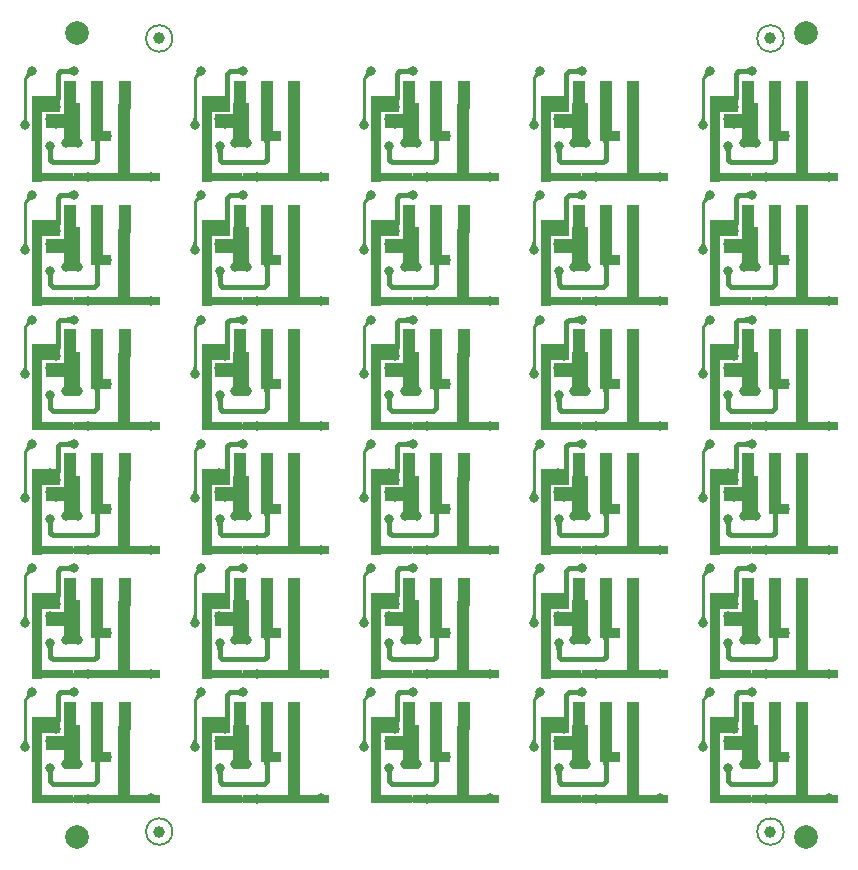
<source format=gbl>
G04*
G04 #@! TF.GenerationSoftware,Altium Limited,Altium Designer,23.5.1 (21)*
G04*
G04 Layer_Physical_Order=2*
G04 Layer_Color=13278208*
%FSTAX25Y25*%
%MOIN*%
G70*
G04*
G04 #@! TF.SameCoordinates,755BC27C-C67A-4D62-9883-C884FE973DC9*
G04*
G04*
G04 #@! TF.FilePolarity,Positive*
G04*
G01*
G75*
%ADD10C,0.00787*%
%ADD11C,0.03937*%
%ADD17C,0.01000*%
%ADD18C,0.01500*%
%ADD30C,0.07874*%
%ADD31C,0.03150*%
%ADD32R,0.03937X0.09449*%
%ADD33R,0.13780X0.03051*%
%ADD34R,0.03445X0.28543*%
%ADD35R,0.04147X0.25492*%
%ADD36R,0.28740X0.03051*%
%ADD37R,0.11614X0.04724*%
%ADD38R,0.06890X0.03347*%
%ADD39R,0.09449X0.05217*%
%ADD40R,0.04035X0.12008*%
%ADD41R,0.05669X0.14665*%
G36*
X0243561Y0264256D02*
X0243487Y0264323D01*
X0243402Y0264383D01*
X0243307Y0264436D01*
X0243202Y0264482D01*
X0243087Y0264521D01*
X0242961Y0264552D01*
X0242825Y0264577D01*
X0242679Y0264595D01*
X0242523Y0264605D01*
X0242356Y0264609D01*
Y0266109D01*
X0242523Y0266112D01*
X0242825Y026614D01*
X0242961Y0266165D01*
X0243087Y0266197D01*
X0243202Y0266235D01*
X0243307Y0266281D01*
X0243402Y0266334D01*
X0243487Y0266394D01*
X0243561Y0266461D01*
Y0264256D01*
D02*
G37*
G36*
X0187065D02*
X018699Y0264323D01*
X0186906Y0264383D01*
X0186811Y0264436D01*
X0186706Y0264482D01*
X0186591Y0264521D01*
X0186465Y0264552D01*
X0186329Y0264577D01*
X0186183Y0264595D01*
X0186027Y0264605D01*
X018586Y0264609D01*
Y0266109D01*
X0186027Y0266112D01*
X0186329Y026614D01*
X0186465Y0266165D01*
X0186591Y0266197D01*
X0186706Y0266235D01*
X0186811Y0266281D01*
X0186906Y0266334D01*
X018699Y0266394D01*
X0187065Y0266461D01*
Y0264256D01*
D02*
G37*
G36*
X0130569D02*
X0130494Y0264323D01*
X013041Y0264383D01*
X0130315Y0264436D01*
X013021Y0264482D01*
X0130095Y0264521D01*
X0129969Y0264552D01*
X0129833Y0264577D01*
X0129687Y0264595D01*
X012953Y0264605D01*
X0129364Y0264609D01*
Y0266109D01*
X012953Y0266112D01*
X0129833Y026614D01*
X0129969Y0266165D01*
X0130095Y0266197D01*
X013021Y0266235D01*
X0130315Y0266281D01*
X013041Y0266334D01*
X0130494Y0266394D01*
X0130569Y0266461D01*
Y0264256D01*
D02*
G37*
G36*
X0074072D02*
X0073998Y0264323D01*
X0073914Y0264383D01*
X0073819Y0264436D01*
X0073714Y0264482D01*
X0073598Y0264521D01*
X0073473Y0264552D01*
X0073337Y0264577D01*
X0073191Y0264595D01*
X0073034Y0264605D01*
X0072867Y0264609D01*
Y0266109D01*
X0073034Y0266112D01*
X0073337Y026614D01*
X0073473Y0266165D01*
X0073598Y0266197D01*
X0073714Y0266235D01*
X0073819Y0266281D01*
X0073914Y0266334D01*
X0073998Y0266394D01*
X0074072Y0266461D01*
Y0264256D01*
D02*
G37*
G36*
X0017576D02*
X0017502Y0264323D01*
X0017417Y0264383D01*
X0017323Y0264436D01*
X0017218Y0264482D01*
X0017102Y0264521D01*
X0016977Y0264552D01*
X0016841Y0264577D01*
X0016694Y0264595D01*
X0016538Y0264605D01*
X0016371Y0264609D01*
Y0266109D01*
X0016538Y0266112D01*
X0016841Y026614D01*
X0016977Y0266165D01*
X0017102Y0266197D01*
X0017218Y0266235D01*
X0017323Y0266281D01*
X0017417Y0266334D01*
X0017502Y0266394D01*
X0017576Y0266461D01*
Y0264256D01*
D02*
G37*
G36*
X0230792Y0263784D02*
X0230626Y026378D01*
X0230468Y0263767D01*
X0230316Y0263742D01*
X023017Y0263707D01*
X0230031Y0263662D01*
X0229899Y0263607D01*
X0229774Y0263541D01*
X0229655Y0263465D01*
X0229543Y0263378D01*
X0229437Y0263281D01*
X022873Y0263988D01*
X0228827Y0264094D01*
X0228914Y0264206D01*
X022899Y0264325D01*
X0229056Y026445D01*
X0229111Y0264582D01*
X0229156Y0264721D01*
X0229191Y0264867D01*
X0229215Y0265019D01*
X0229229Y0265178D01*
X0229233Y0265343D01*
X0230792Y0263784D01*
D02*
G37*
G36*
X0174296D02*
X017413Y026378D01*
X0173971Y0263767D01*
X0173819Y0263742D01*
X0173674Y0263707D01*
X0173535Y0263662D01*
X0173403Y0263607D01*
X0173277Y0263541D01*
X0173159Y0263465D01*
X0173046Y0263378D01*
X0172941Y0263281D01*
X0172234Y0263988D01*
X0172331Y0264094D01*
X0172417Y0264206D01*
X0172494Y0264325D01*
X017256Y026445D01*
X0172615Y0264582D01*
X017266Y0264721D01*
X0172695Y0264867D01*
X0172719Y0265019D01*
X0172733Y0265178D01*
X0172737Y0265343D01*
X0174296Y0263784D01*
D02*
G37*
G36*
X0117799D02*
X0117634Y026378D01*
X0117475Y0263767D01*
X0117323Y0263742D01*
X0117178Y0263707D01*
X0117039Y0263662D01*
X0116907Y0263607D01*
X0116781Y0263541D01*
X0116663Y0263465D01*
X011655Y0263378D01*
X0116445Y0263281D01*
X0115738Y0263988D01*
X0115835Y0264094D01*
X0115921Y0264206D01*
X0115998Y0264325D01*
X0116063Y026445D01*
X0116119Y0264582D01*
X0116164Y0264721D01*
X0116199Y0264867D01*
X0116223Y0265019D01*
X0116237Y0265178D01*
X0116241Y0265343D01*
X0117799Y0263784D01*
D02*
G37*
G36*
X0061303D02*
X0061138Y026378D01*
X0060979Y0263767D01*
X0060827Y0263742D01*
X0060682Y0263707D01*
X0060543Y0263662D01*
X0060411Y0263607D01*
X0060285Y0263541D01*
X0060166Y0263465D01*
X0060054Y0263378D01*
X0059948Y0263281D01*
X0059241Y0263988D01*
X0059338Y0264094D01*
X0059425Y0264206D01*
X0059501Y0264325D01*
X0059567Y026445D01*
X0059623Y0264582D01*
X0059668Y0264721D01*
X0059703Y0264867D01*
X0059727Y0265019D01*
X0059741Y0265178D01*
X0059744Y0265343D01*
X0061303Y0263784D01*
D02*
G37*
G36*
X0004807D02*
X0004642Y026378D01*
X0004483Y0263767D01*
X0004331Y0263742D01*
X0004185Y0263707D01*
X0004047Y0263662D01*
X0003915Y0263607D01*
X0003789Y0263541D01*
X000367Y0263465D01*
X0003558Y0263378D01*
X0003452Y0263281D01*
X0002745Y0263988D01*
X0002842Y0264094D01*
X0002929Y0264206D01*
X0003005Y0264325D01*
X0003071Y026445D01*
X0003127Y0264582D01*
X0003172Y0264721D01*
X0003206Y0264867D01*
X0003231Y0265019D01*
X0003245Y0265178D01*
X0003248Y0265343D01*
X0004807Y0263784D01*
D02*
G37*
G36*
X0229041Y0249504D02*
X0229059Y0249363D01*
X0229089Y0249225D01*
X0229131Y024909D01*
X0229185Y0248957D01*
X0229252Y0248827D01*
X022933Y02487D01*
X022942Y0248575D01*
X0229523Y0248453D01*
X0229637Y0248334D01*
X0227432D01*
X0227547Y0248453D01*
X0227649Y0248575D01*
X022774Y02487D01*
X0227818Y0248827D01*
X0227884Y0248957D01*
X0227938Y024909D01*
X022798Y0249225D01*
X0228011Y0249363D01*
X0228029Y0249504D01*
X0228035Y0249647D01*
X0229035D01*
X0229041Y0249504D01*
D02*
G37*
G36*
X0172545D02*
X0172563Y0249363D01*
X0172593Y0249225D01*
X0172635Y024909D01*
X0172689Y0248957D01*
X0172755Y0248827D01*
X0172834Y02487D01*
X0172924Y0248575D01*
X0173026Y0248453D01*
X0173141Y0248334D01*
X0170936D01*
X0171051Y0248453D01*
X0171153Y0248575D01*
X0171243Y02487D01*
X0171322Y0248827D01*
X0171388Y0248957D01*
X0171442Y024909D01*
X0171484Y0249225D01*
X0171514Y0249363D01*
X0171532Y0249504D01*
X0171538Y0249647D01*
X0172538D01*
X0172545Y0249504D01*
D02*
G37*
G36*
X0116048D02*
X0116066Y0249363D01*
X0116096Y0249225D01*
X0116139Y024909D01*
X0116193Y0248957D01*
X0116259Y0248827D01*
X0116338Y02487D01*
X0116428Y0248575D01*
X011653Y0248453D01*
X0116645Y0248334D01*
X011444D01*
X0114554Y0248453D01*
X0114657Y0248575D01*
X0114747Y02487D01*
X0114825Y0248827D01*
X0114892Y0248957D01*
X0114946Y024909D01*
X0114988Y0249225D01*
X0115018Y0249363D01*
X0115036Y0249504D01*
X0115042Y0249647D01*
X0116042D01*
X0116048Y0249504D01*
D02*
G37*
G36*
X0059552D02*
X005957Y0249363D01*
X00596Y0249225D01*
X0059642Y024909D01*
X0059697Y0248957D01*
X0059763Y0248827D01*
X0059841Y02487D01*
X0059932Y0248575D01*
X0060034Y0248453D01*
X0060149Y0248334D01*
X0057944D01*
X0058058Y0248453D01*
X0058161Y0248575D01*
X0058251Y02487D01*
X0058329Y0248827D01*
X0058396Y0248957D01*
X005845Y024909D01*
X0058492Y0249225D01*
X0058522Y0249363D01*
X005854Y0249504D01*
X0058546Y0249647D01*
X0059546D01*
X0059552Y0249504D01*
D02*
G37*
G36*
X0003056D02*
X0003074Y0249363D01*
X0003104Y0249225D01*
X0003146Y024909D01*
X0003201Y0248957D01*
X0003267Y0248827D01*
X0003345Y02487D01*
X0003435Y0248575D01*
X0003538Y0248453D01*
X0003652Y0248334D01*
X0001448D01*
X0001562Y0248453D01*
X0001664Y0248575D01*
X0001755Y02487D01*
X0001833Y0248827D01*
X0001899Y0248957D01*
X0001954Y024909D01*
X0001996Y0249225D01*
X0002026Y0249363D01*
X0002044Y0249504D01*
X000205Y0249647D01*
X000305D01*
X0003056Y0249504D01*
D02*
G37*
G36*
X0253511Y0242616D02*
X025346Y0242528D01*
X0253414Y0242431D01*
X0253375Y0242324D01*
X0253342Y0242206D01*
X0253314Y0242079D01*
X0253293Y0241942D01*
X0253269Y0241637D01*
X0253266Y024147D01*
X0251766Y0241303D01*
X0251762Y024147D01*
X025173Y024177D01*
X0251703Y0241904D01*
X0251668Y0242027D01*
X0251625Y0242139D01*
X0251574Y0242241D01*
X0251516Y0242331D01*
X0251449Y024241D01*
X0251375Y0242479D01*
X0253569Y0242693D01*
X0253511Y0242616D01*
D02*
G37*
G36*
X0197015D02*
X0196964Y0242528D01*
X0196918Y0242431D01*
X0196879Y0242324D01*
X0196845Y0242206D01*
X0196818Y0242079D01*
X0196797Y0241942D01*
X0196773Y0241637D01*
X0196769Y024147D01*
X019527Y0241303D01*
X0195266Y024147D01*
X0195234Y024177D01*
X0195207Y0241904D01*
X0195172Y0242027D01*
X0195129Y0242139D01*
X0195078Y0242241D01*
X0195019Y0242331D01*
X0194953Y024241D01*
X0194879Y0242479D01*
X0197073Y0242693D01*
X0197015Y0242616D01*
D02*
G37*
G36*
X0140519D02*
X0140468Y0242528D01*
X0140422Y0242431D01*
X0140383Y0242324D01*
X0140349Y0242206D01*
X0140322Y0242079D01*
X0140301Y0241942D01*
X0140276Y0241637D01*
X0140273Y024147D01*
X0138773Y0241303D01*
X0138769Y024147D01*
X0138738Y024177D01*
X0138711Y0241904D01*
X0138676Y0242027D01*
X0138633Y0242139D01*
X0138582Y0242241D01*
X0138523Y0242331D01*
X0138457Y024241D01*
X0138382Y0242479D01*
X0140577Y0242693D01*
X0140519Y0242616D01*
D02*
G37*
G36*
X0084023D02*
X0083971Y0242528D01*
X0083926Y0242431D01*
X0083886Y0242324D01*
X0083853Y0242206D01*
X0083826Y0242079D01*
X0083805Y0241942D01*
X008378Y0241637D01*
X0083777Y024147D01*
X0082277Y0241303D01*
X0082273Y024147D01*
X0082242Y024177D01*
X0082215Y0241904D01*
X0082179Y0242027D01*
X0082136Y0242139D01*
X0082086Y0242241D01*
X0082027Y0242331D01*
X0081961Y024241D01*
X0081886Y0242479D01*
X0084081Y0242693D01*
X0084023Y0242616D01*
D02*
G37*
G36*
X0027527D02*
X0027475Y0242528D01*
X002743Y0242431D01*
X002739Y0242324D01*
X0027357Y0242206D01*
X002733Y0242079D01*
X0027308Y0241942D01*
X0027284Y0241637D01*
X0027281Y024147D01*
X0025781Y0241303D01*
X0025777Y024147D01*
X0025746Y024177D01*
X0025719Y0241904D01*
X0025683Y0242027D01*
X002564Y0242139D01*
X0025589Y0242241D01*
X0025531Y0242331D01*
X0025464Y024241D01*
X002539Y0242479D01*
X0027584Y0242693D01*
X0027527Y0242616D01*
D02*
G37*
G36*
X0233032Y0242546D02*
X0233045Y0242391D01*
X0233066Y0242247D01*
X0233095Y0242116D01*
X0233132Y0241996D01*
X0233178Y0241887D01*
X0233232Y0241791D01*
X0233295Y0241706D01*
X0233366Y0241633D01*
X0233445Y0241572D01*
X023128Y0241158D01*
X0231327Y0241235D01*
X0231369Y0241322D01*
X0231406Y0241419D01*
X0231439Y0241526D01*
X0231466Y0241643D01*
X0231488Y0241771D01*
X0231518Y0242057D01*
X0231526Y0242215D01*
X0231528Y0242383D01*
X0233028Y0242713D01*
X0233032Y0242546D01*
D02*
G37*
G36*
X0176536D02*
X0176549Y0242391D01*
X0176569Y0242247D01*
X0176599Y0242116D01*
X0176636Y0241996D01*
X0176682Y0241887D01*
X0176736Y0241791D01*
X0176799Y0241706D01*
X017687Y0241633D01*
X0176949Y0241572D01*
X0174784Y0241158D01*
X0174831Y0241235D01*
X0174873Y0241322D01*
X017491Y0241419D01*
X0174943Y0241526D01*
X017497Y0241643D01*
X0174992Y0241771D01*
X0175022Y0242057D01*
X0175029Y0242215D01*
X0175032Y0242383D01*
X0176532Y0242713D01*
X0176536Y0242546D01*
D02*
G37*
G36*
X012004D02*
X0120052Y0242391D01*
X0120073Y0242247D01*
X0120103Y0242116D01*
X012014Y0241996D01*
X0120186Y0241887D01*
X012024Y0241791D01*
X0120303Y0241706D01*
X0120374Y0241633D01*
X0120453Y0241572D01*
X0118287Y0241158D01*
X0118334Y0241235D01*
X0118377Y0241322D01*
X0118414Y0241419D01*
X0118446Y0241526D01*
X0118474Y0241643D01*
X0118496Y0241771D01*
X0118526Y0242057D01*
X0118533Y0242215D01*
X0118536Y0242383D01*
X0120036Y0242713D01*
X012004Y0242546D01*
D02*
G37*
G36*
X0063544D02*
X0063556Y0242391D01*
X0063577Y0242247D01*
X0063606Y0242116D01*
X0063644Y0241996D01*
X006369Y0241887D01*
X0063744Y0241791D01*
X0063807Y0241706D01*
X0063877Y0241633D01*
X0063957Y0241572D01*
X0061791Y0241158D01*
X0061838Y0241235D01*
X0061881Y0241322D01*
X0061918Y0241419D01*
X006195Y0241526D01*
X0061977Y0241643D01*
X0062Y0241771D01*
X006203Y0242057D01*
X0062037Y0242215D01*
X006204Y0242383D01*
X006354Y0242713D01*
X0063544Y0242546D01*
D02*
G37*
G36*
X0007048D02*
X000706Y0242391D01*
X0007081Y0242247D01*
X000711Y0242116D01*
X0007148Y0241996D01*
X0007194Y0241887D01*
X0007248Y0241791D01*
X000731Y0241706D01*
X0007381Y0241633D01*
X0007461Y0241572D01*
X0005295Y0241158D01*
X0005342Y0241235D01*
X0005384Y0241322D01*
X0005422Y0241419D01*
X0005454Y0241526D01*
X0005481Y0241643D01*
X0005504Y0241771D01*
X0005534Y0242057D01*
X0005541Y0242215D01*
X0005543Y0242383D01*
X0007043Y0242713D01*
X0007048Y0242546D01*
D02*
G37*
G36*
X0237945Y0239061D02*
X0237885Y0238977D01*
X0237832Y0238882D01*
X0237787Y0238777D01*
X0237748Y0238662D01*
X0237716Y0238536D01*
X0237692Y02384D01*
X0237674Y0238254D01*
X0237663Y0238097D01*
X023766Y0237931D01*
X023616D01*
X0236156Y0238097D01*
X0236128Y02384D01*
X0236104Y0238536D01*
X0236072Y0238662D01*
X0236033Y0238777D01*
X0235987Y0238882D01*
X0235934Y0238977D01*
X0235875Y0239061D01*
X0235807Y0239136D01*
X0238012D01*
X0237945Y0239061D01*
D02*
G37*
G36*
X0181449D02*
X0181389Y0238977D01*
X0181336Y0238882D01*
X0181291Y0238777D01*
X0181252Y0238662D01*
X018122Y0238536D01*
X0181195Y02384D01*
X0181178Y0238254D01*
X0181167Y0238097D01*
X0181164Y0237931D01*
X0179664D01*
X017966Y0238097D01*
X0179632Y02384D01*
X0179607Y0238536D01*
X0179576Y0238662D01*
X0179537Y0238777D01*
X0179491Y0238882D01*
X0179438Y0238977D01*
X0179378Y0239061D01*
X0179311Y0239136D01*
X0181516D01*
X0181449Y0239061D01*
D02*
G37*
G36*
X0124953D02*
X0124893Y0238977D01*
X012484Y0238882D01*
X0124794Y0238777D01*
X0124756Y0238662D01*
X0124724Y0238536D01*
X0124699Y02384D01*
X0124682Y0238254D01*
X0124671Y0238097D01*
X0124668Y0237931D01*
X0123168D01*
X0123164Y0238097D01*
X0123136Y02384D01*
X0123111Y0238536D01*
X012308Y0238662D01*
X0123041Y0238777D01*
X0122995Y0238882D01*
X0122942Y0238977D01*
X0122882Y0239061D01*
X0122815Y0239136D01*
X012502D01*
X0124953Y0239061D01*
D02*
G37*
G36*
X0068457D02*
X0068397Y0238977D01*
X0068344Y0238882D01*
X0068298Y0238777D01*
X006826Y0238662D01*
X0068228Y0238536D01*
X0068203Y02384D01*
X0068186Y0238254D01*
X0068175Y0238097D01*
X0068171Y0237931D01*
X0066671D01*
X0066668Y0238097D01*
X006664Y02384D01*
X0066615Y0238536D01*
X0066583Y0238662D01*
X0066545Y0238777D01*
X0066499Y0238882D01*
X0066446Y0238977D01*
X0066386Y0239061D01*
X0066319Y0239136D01*
X0068524D01*
X0068457Y0239061D01*
D02*
G37*
G36*
X0011961D02*
X0011901Y0238977D01*
X0011848Y0238882D01*
X0011802Y0238777D01*
X0011763Y0238662D01*
X0011732Y0238536D01*
X0011707Y02384D01*
X0011689Y0238254D01*
X0011679Y0238097D01*
X0011675Y0237931D01*
X0010175D01*
X0010172Y0238097D01*
X0010143Y02384D01*
X0010119Y0238536D01*
X0010087Y0238662D01*
X0010048Y0238777D01*
X0010003Y0238882D01*
X000995Y0238977D01*
X000989Y0239061D01*
X0009823Y0239136D01*
X0012028D01*
X0011961Y0239061D01*
D02*
G37*
G36*
X0233445Y0238949D02*
X0233366Y0238888D01*
X0233295Y0238814D01*
X0233232Y023873D01*
X0233178Y0238633D01*
X0233132Y0238525D01*
X0233095Y0238405D01*
X0233066Y0238273D01*
X0233045Y023813D01*
X0233032Y0237975D01*
X0233028Y0237808D01*
X0231528Y0238138D01*
X0231526Y0238306D01*
X0231488Y023875D01*
X0231466Y0238877D01*
X0231439Y0238995D01*
X0231406Y0239102D01*
X0231369Y0239199D01*
X0231327Y0239286D01*
X023128Y0239362D01*
X0233445Y0238949D01*
D02*
G37*
G36*
X0176949D02*
X017687Y0238888D01*
X0176799Y0238814D01*
X0176736Y023873D01*
X0176682Y0238633D01*
X0176636Y0238525D01*
X0176599Y0238405D01*
X0176569Y0238273D01*
X0176549Y023813D01*
X0176536Y0237975D01*
X0176532Y0237808D01*
X0175032Y0238138D01*
X0175029Y0238306D01*
X0174992Y023875D01*
X017497Y0238877D01*
X0174943Y0238995D01*
X017491Y0239102D01*
X0174873Y0239199D01*
X0174831Y0239286D01*
X0174784Y0239362D01*
X0176949Y0238949D01*
D02*
G37*
G36*
X0120453D02*
X0120374Y0238888D01*
X0120303Y0238814D01*
X012024Y023873D01*
X0120186Y0238633D01*
X012014Y0238525D01*
X0120103Y0238405D01*
X0120073Y0238273D01*
X0120052Y023813D01*
X012004Y0237975D01*
X0120036Y0237808D01*
X0118536Y0238138D01*
X0118533Y0238306D01*
X0118496Y023875D01*
X0118474Y0238877D01*
X0118446Y0238995D01*
X0118414Y0239102D01*
X0118377Y0239199D01*
X0118334Y0239286D01*
X0118287Y0239362D01*
X0120453Y0238949D01*
D02*
G37*
G36*
X0063957D02*
X0063877Y0238888D01*
X0063807Y0238814D01*
X0063744Y023873D01*
X006369Y0238633D01*
X0063644Y0238525D01*
X0063606Y0238405D01*
X0063577Y0238273D01*
X0063556Y023813D01*
X0063544Y0237975D01*
X006354Y0237808D01*
X006204Y0238138D01*
X0062037Y0238306D01*
X0062Y023875D01*
X0061977Y0238877D01*
X006195Y0238995D01*
X0061918Y0239102D01*
X0061881Y0239199D01*
X0061838Y0239286D01*
X0061791Y0239362D01*
X0063957Y0238949D01*
D02*
G37*
G36*
X0007461D02*
X0007381Y0238888D01*
X000731Y0238814D01*
X0007248Y023873D01*
X0007194Y0238633D01*
X0007148Y0238525D01*
X000711Y0238405D01*
X0007081Y0238273D01*
X000706Y023813D01*
X0007048Y0237975D01*
X0007043Y0237808D01*
X0005543Y0238138D01*
X0005541Y0238306D01*
X0005504Y023875D01*
X0005481Y0238877D01*
X0005454Y0238995D01*
X0005422Y0239102D01*
X0005384Y0239199D01*
X0005342Y0239286D01*
X0005295Y0239362D01*
X0007461Y0238949D01*
D02*
G37*
G36*
X0243561Y0222821D02*
X0243487Y0222887D01*
X0243402Y0222947D01*
X0243307Y0223D01*
X0243202Y0223046D01*
X0243087Y0223085D01*
X0242961Y0223117D01*
X0242825Y0223141D01*
X0242679Y0223159D01*
X0242523Y0223169D01*
X0242356Y0223173D01*
Y0224673D01*
X0242523Y0224676D01*
X0242825Y0224705D01*
X0242961Y0224729D01*
X0243087Y0224761D01*
X0243202Y02248D01*
X0243307Y0224846D01*
X0243402Y0224899D01*
X0243487Y0224958D01*
X0243561Y0225025D01*
Y0222821D01*
D02*
G37*
G36*
X0187065D02*
X018699Y0222887D01*
X0186906Y0222947D01*
X0186811Y0223D01*
X0186706Y0223046D01*
X0186591Y0223085D01*
X0186465Y0223117D01*
X0186329Y0223141D01*
X0186183Y0223159D01*
X0186027Y0223169D01*
X018586Y0223173D01*
Y0224673D01*
X0186027Y0224676D01*
X0186329Y0224705D01*
X0186465Y0224729D01*
X0186591Y0224761D01*
X0186706Y02248D01*
X0186811Y0224846D01*
X0186906Y0224899D01*
X018699Y0224958D01*
X0187065Y0225025D01*
Y0222821D01*
D02*
G37*
G36*
X0130569D02*
X0130494Y0222887D01*
X013041Y0222947D01*
X0130315Y0223D01*
X013021Y0223046D01*
X0130095Y0223085D01*
X0129969Y0223117D01*
X0129833Y0223141D01*
X0129687Y0223159D01*
X012953Y0223169D01*
X0129364Y0223173D01*
Y0224673D01*
X012953Y0224676D01*
X0129833Y0224705D01*
X0129969Y0224729D01*
X0130095Y0224761D01*
X013021Y02248D01*
X0130315Y0224846D01*
X013041Y0224899D01*
X0130494Y0224958D01*
X0130569Y0225025D01*
Y0222821D01*
D02*
G37*
G36*
X0074072D02*
X0073998Y0222887D01*
X0073914Y0222947D01*
X0073819Y0223D01*
X0073714Y0223046D01*
X0073598Y0223085D01*
X0073473Y0223117D01*
X0073337Y0223141D01*
X0073191Y0223159D01*
X0073034Y0223169D01*
X0072867Y0223173D01*
Y0224673D01*
X0073034Y0224676D01*
X0073337Y0224705D01*
X0073473Y0224729D01*
X0073598Y0224761D01*
X0073714Y02248D01*
X0073819Y0224846D01*
X0073914Y0224899D01*
X0073998Y0224958D01*
X0074072Y0225025D01*
Y0222821D01*
D02*
G37*
G36*
X0017576D02*
X0017502Y0222887D01*
X0017417Y0222947D01*
X0017323Y0223D01*
X0017218Y0223046D01*
X0017102Y0223085D01*
X0016977Y0223117D01*
X0016841Y0223141D01*
X0016694Y0223159D01*
X0016538Y0223169D01*
X0016371Y0223173D01*
Y0224673D01*
X0016538Y0224676D01*
X0016841Y0224705D01*
X0016977Y0224729D01*
X0017102Y0224761D01*
X0017218Y02248D01*
X0017323Y0224846D01*
X0017417Y0224899D01*
X0017502Y0224958D01*
X0017576Y0225025D01*
Y0222821D01*
D02*
G37*
G36*
X0230792Y0222348D02*
X0230626Y0222345D01*
X0230468Y0222331D01*
X0230316Y0222306D01*
X023017Y0222272D01*
X0230031Y0222227D01*
X0229899Y0222171D01*
X0229774Y0222105D01*
X0229655Y0222029D01*
X0229543Y0221942D01*
X0229437Y0221845D01*
X022873Y0222552D01*
X0228827Y0222658D01*
X0228914Y022277D01*
X022899Y0222889D01*
X0229056Y0223015D01*
X0229111Y0223147D01*
X0229156Y0223286D01*
X0229191Y0223431D01*
X0229215Y0223583D01*
X0229229Y0223742D01*
X0229233Y0223907D01*
X0230792Y0222348D01*
D02*
G37*
G36*
X0174296D02*
X017413Y0222345D01*
X0173971Y0222331D01*
X0173819Y0222306D01*
X0173674Y0222272D01*
X0173535Y0222227D01*
X0173403Y0222171D01*
X0173277Y0222105D01*
X0173159Y0222029D01*
X0173046Y0221942D01*
X0172941Y0221845D01*
X0172234Y0222552D01*
X0172331Y0222658D01*
X0172417Y022277D01*
X0172494Y0222889D01*
X017256Y0223015D01*
X0172615Y0223147D01*
X017266Y0223286D01*
X0172695Y0223431D01*
X0172719Y0223583D01*
X0172733Y0223742D01*
X0172737Y0223907D01*
X0174296Y0222348D01*
D02*
G37*
G36*
X0117799D02*
X0117634Y0222345D01*
X0117475Y0222331D01*
X0117323Y0222306D01*
X0117178Y0222272D01*
X0117039Y0222227D01*
X0116907Y0222171D01*
X0116781Y0222105D01*
X0116663Y0222029D01*
X011655Y0221942D01*
X0116445Y0221845D01*
X0115738Y0222552D01*
X0115835Y0222658D01*
X0115921Y022277D01*
X0115998Y0222889D01*
X0116063Y0223015D01*
X0116119Y0223147D01*
X0116164Y0223286D01*
X0116199Y0223431D01*
X0116223Y0223583D01*
X0116237Y0223742D01*
X0116241Y0223907D01*
X0117799Y0222348D01*
D02*
G37*
G36*
X0061303D02*
X0061138Y0222345D01*
X0060979Y0222331D01*
X0060827Y0222306D01*
X0060682Y0222272D01*
X0060543Y0222227D01*
X0060411Y0222171D01*
X0060285Y0222105D01*
X0060166Y0222029D01*
X0060054Y0221942D01*
X0059948Y0221845D01*
X0059241Y0222552D01*
X0059338Y0222658D01*
X0059425Y022277D01*
X0059501Y0222889D01*
X0059567Y0223015D01*
X0059623Y0223147D01*
X0059668Y0223286D01*
X0059703Y0223431D01*
X0059727Y0223583D01*
X0059741Y0223742D01*
X0059744Y0223907D01*
X0061303Y0222348D01*
D02*
G37*
G36*
X0004807D02*
X0004642Y0222345D01*
X0004483Y0222331D01*
X0004331Y0222306D01*
X0004185Y0222272D01*
X0004047Y0222227D01*
X0003915Y0222171D01*
X0003789Y0222105D01*
X000367Y0222029D01*
X0003558Y0221942D01*
X0003452Y0221845D01*
X0002745Y0222552D01*
X0002842Y0222658D01*
X0002929Y022277D01*
X0003005Y0222889D01*
X0003071Y0223015D01*
X0003127Y0223147D01*
X0003172Y0223286D01*
X0003206Y0223431D01*
X0003231Y0223583D01*
X0003245Y0223742D01*
X0003248Y0223907D01*
X0004807Y0222348D01*
D02*
G37*
G36*
X0229041Y0208068D02*
X0229059Y0207928D01*
X0229089Y020779D01*
X0229131Y0207654D01*
X0229185Y0207522D01*
X0229252Y0207392D01*
X022933Y0207264D01*
X022942Y0207139D01*
X0229523Y0207017D01*
X0229637Y0206898D01*
X0227432D01*
X0227547Y0207017D01*
X0227649Y0207139D01*
X022774Y0207264D01*
X0227818Y0207392D01*
X0227884Y0207522D01*
X0227938Y0207654D01*
X022798Y020779D01*
X0228011Y0207928D01*
X0228029Y0208068D01*
X0228035Y0208212D01*
X0229035D01*
X0229041Y0208068D01*
D02*
G37*
G36*
X0172545D02*
X0172563Y0207928D01*
X0172593Y020779D01*
X0172635Y0207654D01*
X0172689Y0207522D01*
X0172755Y0207392D01*
X0172834Y0207264D01*
X0172924Y0207139D01*
X0173026Y0207017D01*
X0173141Y0206898D01*
X0170936D01*
X0171051Y0207017D01*
X0171153Y0207139D01*
X0171243Y0207264D01*
X0171322Y0207392D01*
X0171388Y0207522D01*
X0171442Y0207654D01*
X0171484Y020779D01*
X0171514Y0207928D01*
X0171532Y0208068D01*
X0171538Y0208212D01*
X0172538D01*
X0172545Y0208068D01*
D02*
G37*
G36*
X0116048D02*
X0116066Y0207928D01*
X0116096Y020779D01*
X0116139Y0207654D01*
X0116193Y0207522D01*
X0116259Y0207392D01*
X0116338Y0207264D01*
X0116428Y0207139D01*
X011653Y0207017D01*
X0116645Y0206898D01*
X011444D01*
X0114554Y0207017D01*
X0114657Y0207139D01*
X0114747Y0207264D01*
X0114825Y0207392D01*
X0114892Y0207522D01*
X0114946Y0207654D01*
X0114988Y020779D01*
X0115018Y0207928D01*
X0115036Y0208068D01*
X0115042Y0208212D01*
X0116042D01*
X0116048Y0208068D01*
D02*
G37*
G36*
X0059552D02*
X005957Y0207928D01*
X00596Y020779D01*
X0059642Y0207654D01*
X0059697Y0207522D01*
X0059763Y0207392D01*
X0059841Y0207264D01*
X0059932Y0207139D01*
X0060034Y0207017D01*
X0060149Y0206898D01*
X0057944D01*
X0058058Y0207017D01*
X0058161Y0207139D01*
X0058251Y0207264D01*
X0058329Y0207392D01*
X0058396Y0207522D01*
X005845Y0207654D01*
X0058492Y020779D01*
X0058522Y0207928D01*
X005854Y0208068D01*
X0058546Y0208212D01*
X0059546D01*
X0059552Y0208068D01*
D02*
G37*
G36*
X0003056D02*
X0003074Y0207928D01*
X0003104Y020779D01*
X0003146Y0207654D01*
X0003201Y0207522D01*
X0003267Y0207392D01*
X0003345Y0207264D01*
X0003435Y0207139D01*
X0003538Y0207017D01*
X0003652Y0206898D01*
X0001448D01*
X0001562Y0207017D01*
X0001664Y0207139D01*
X0001755Y0207264D01*
X0001833Y0207392D01*
X0001899Y0207522D01*
X0001954Y0207654D01*
X0001996Y020779D01*
X0002026Y0207928D01*
X0002044Y0208068D01*
X000205Y0208212D01*
X000305D01*
X0003056Y0208068D01*
D02*
G37*
G36*
X0253511Y020118D02*
X025346Y0201093D01*
X0253414Y0200995D01*
X0253375Y0200888D01*
X0253342Y0200771D01*
X0253314Y0200643D01*
X0253293Y0200506D01*
X0253269Y0200202D01*
X0253266Y0200034D01*
X0251766Y0199867D01*
X0251762Y0200034D01*
X025173Y0200335D01*
X0251703Y0200469D01*
X0251668Y0200592D01*
X0251625Y0200704D01*
X0251574Y0200805D01*
X0251516Y0200895D01*
X0251449Y0200974D01*
X0251375Y0201043D01*
X0253569Y0201257D01*
X0253511Y020118D01*
D02*
G37*
G36*
X0197015D02*
X0196964Y0201093D01*
X0196918Y0200995D01*
X0196879Y0200888D01*
X0196845Y0200771D01*
X0196818Y0200643D01*
X0196797Y0200506D01*
X0196773Y0200202D01*
X0196769Y0200034D01*
X019527Y0199867D01*
X0195266Y0200034D01*
X0195234Y0200335D01*
X0195207Y0200469D01*
X0195172Y0200592D01*
X0195129Y0200704D01*
X0195078Y0200805D01*
X0195019Y0200895D01*
X0194953Y0200974D01*
X0194879Y0201043D01*
X0197073Y0201257D01*
X0197015Y020118D01*
D02*
G37*
G36*
X0140519D02*
X0140468Y0201093D01*
X0140422Y0200995D01*
X0140383Y0200888D01*
X0140349Y0200771D01*
X0140322Y0200643D01*
X0140301Y0200506D01*
X0140276Y0200202D01*
X0140273Y0200034D01*
X0138773Y0199867D01*
X0138769Y0200034D01*
X0138738Y0200335D01*
X0138711Y0200469D01*
X0138676Y0200592D01*
X0138633Y0200704D01*
X0138582Y0200805D01*
X0138523Y0200895D01*
X0138457Y0200974D01*
X0138382Y0201043D01*
X0140577Y0201257D01*
X0140519Y020118D01*
D02*
G37*
G36*
X0084023D02*
X0083971Y0201093D01*
X0083926Y0200995D01*
X0083886Y0200888D01*
X0083853Y0200771D01*
X0083826Y0200643D01*
X0083805Y0200506D01*
X008378Y0200202D01*
X0083777Y0200034D01*
X0082277Y0199867D01*
X0082273Y0200034D01*
X0082242Y0200335D01*
X0082215Y0200469D01*
X0082179Y0200592D01*
X0082136Y0200704D01*
X0082086Y0200805D01*
X0082027Y0200895D01*
X0081961Y0200974D01*
X0081886Y0201043D01*
X0084081Y0201257D01*
X0084023Y020118D01*
D02*
G37*
G36*
X0027527D02*
X0027475Y0201093D01*
X002743Y0200995D01*
X002739Y0200888D01*
X0027357Y0200771D01*
X002733Y0200643D01*
X0027308Y0200506D01*
X0027284Y0200202D01*
X0027281Y0200034D01*
X0025781Y0199867D01*
X0025777Y0200034D01*
X0025746Y0200335D01*
X0025719Y0200469D01*
X0025683Y0200592D01*
X002564Y0200704D01*
X0025589Y0200805D01*
X0025531Y0200895D01*
X0025464Y0200974D01*
X002539Y0201043D01*
X0027584Y0201257D01*
X0027527Y020118D01*
D02*
G37*
G36*
X0233032Y020111D02*
X0233045Y0200955D01*
X0233066Y0200812D01*
X0233095Y020068D01*
X0233132Y020056D01*
X0233178Y0200452D01*
X0233232Y0200355D01*
X0233295Y020027D01*
X0233366Y0200197D01*
X0233445Y0200136D01*
X023128Y0199723D01*
X0231327Y0199799D01*
X0231369Y0199886D01*
X0231406Y0199983D01*
X0231439Y020009D01*
X0231466Y0200208D01*
X0231488Y0200335D01*
X0231518Y0200621D01*
X0231526Y0200779D01*
X0231528Y0200947D01*
X0233028Y0201277D01*
X0233032Y020111D01*
D02*
G37*
G36*
X0176536D02*
X0176549Y0200955D01*
X0176569Y0200812D01*
X0176599Y020068D01*
X0176636Y020056D01*
X0176682Y0200452D01*
X0176736Y0200355D01*
X0176799Y020027D01*
X017687Y0200197D01*
X0176949Y0200136D01*
X0174784Y0199723D01*
X0174831Y0199799D01*
X0174873Y0199886D01*
X017491Y0199983D01*
X0174943Y020009D01*
X017497Y0200208D01*
X0174992Y0200335D01*
X0175022Y0200621D01*
X0175029Y0200779D01*
X0175032Y0200947D01*
X0176532Y0201277D01*
X0176536Y020111D01*
D02*
G37*
G36*
X012004D02*
X0120052Y0200955D01*
X0120073Y0200812D01*
X0120103Y020068D01*
X012014Y020056D01*
X0120186Y0200452D01*
X012024Y0200355D01*
X0120303Y020027D01*
X0120374Y0200197D01*
X0120453Y0200136D01*
X0118287Y0199723D01*
X0118334Y0199799D01*
X0118377Y0199886D01*
X0118414Y0199983D01*
X0118446Y020009D01*
X0118474Y0200208D01*
X0118496Y0200335D01*
X0118526Y0200621D01*
X0118533Y0200779D01*
X0118536Y0200947D01*
X0120036Y0201277D01*
X012004Y020111D01*
D02*
G37*
G36*
X0063544D02*
X0063556Y0200955D01*
X0063577Y0200812D01*
X0063606Y020068D01*
X0063644Y020056D01*
X006369Y0200452D01*
X0063744Y0200355D01*
X0063807Y020027D01*
X0063877Y0200197D01*
X0063957Y0200136D01*
X0061791Y0199723D01*
X0061838Y0199799D01*
X0061881Y0199886D01*
X0061918Y0199983D01*
X006195Y020009D01*
X0061977Y0200208D01*
X0062Y0200335D01*
X006203Y0200621D01*
X0062037Y0200779D01*
X006204Y0200947D01*
X006354Y0201277D01*
X0063544Y020111D01*
D02*
G37*
G36*
X0007048D02*
X000706Y0200955D01*
X0007081Y0200812D01*
X000711Y020068D01*
X0007148Y020056D01*
X0007194Y0200452D01*
X0007248Y0200355D01*
X000731Y020027D01*
X0007381Y0200197D01*
X0007461Y0200136D01*
X0005295Y0199723D01*
X0005342Y0199799D01*
X0005384Y0199886D01*
X0005422Y0199983D01*
X0005454Y020009D01*
X0005481Y0200208D01*
X0005504Y0200335D01*
X0005534Y0200621D01*
X0005541Y0200779D01*
X0005543Y0200947D01*
X0007043Y0201277D01*
X0007048Y020111D01*
D02*
G37*
G36*
X0237945Y0197626D02*
X0237885Y0197541D01*
X0237832Y0197446D01*
X0237787Y0197341D01*
X0237748Y0197226D01*
X0237716Y01971D01*
X0237692Y0196964D01*
X0237674Y0196818D01*
X0237663Y0196662D01*
X023766Y0196495D01*
X023616D01*
X0236156Y0196662D01*
X0236128Y0196964D01*
X0236104Y01971D01*
X0236072Y0197226D01*
X0236033Y0197341D01*
X0235987Y0197446D01*
X0235934Y0197541D01*
X0235875Y0197626D01*
X0235807Y01977D01*
X0238012D01*
X0237945Y0197626D01*
D02*
G37*
G36*
X0181449D02*
X0181389Y0197541D01*
X0181336Y0197446D01*
X0181291Y0197341D01*
X0181252Y0197226D01*
X018122Y01971D01*
X0181195Y0196964D01*
X0181178Y0196818D01*
X0181167Y0196662D01*
X0181164Y0196495D01*
X0179664D01*
X017966Y0196662D01*
X0179632Y0196964D01*
X0179607Y01971D01*
X0179576Y0197226D01*
X0179537Y0197341D01*
X0179491Y0197446D01*
X0179438Y0197541D01*
X0179378Y0197626D01*
X0179311Y01977D01*
X0181516D01*
X0181449Y0197626D01*
D02*
G37*
G36*
X0124953D02*
X0124893Y0197541D01*
X012484Y0197446D01*
X0124794Y0197341D01*
X0124756Y0197226D01*
X0124724Y01971D01*
X0124699Y0196964D01*
X0124682Y0196818D01*
X0124671Y0196662D01*
X0124668Y0196495D01*
X0123168D01*
X0123164Y0196662D01*
X0123136Y0196964D01*
X0123111Y01971D01*
X012308Y0197226D01*
X0123041Y0197341D01*
X0122995Y0197446D01*
X0122942Y0197541D01*
X0122882Y0197626D01*
X0122815Y01977D01*
X012502D01*
X0124953Y0197626D01*
D02*
G37*
G36*
X0068457D02*
X0068397Y0197541D01*
X0068344Y0197446D01*
X0068298Y0197341D01*
X006826Y0197226D01*
X0068228Y01971D01*
X0068203Y0196964D01*
X0068186Y0196818D01*
X0068175Y0196662D01*
X0068171Y0196495D01*
X0066671D01*
X0066668Y0196662D01*
X006664Y0196964D01*
X0066615Y01971D01*
X0066583Y0197226D01*
X0066545Y0197341D01*
X0066499Y0197446D01*
X0066446Y0197541D01*
X0066386Y0197626D01*
X0066319Y01977D01*
X0068524D01*
X0068457Y0197626D01*
D02*
G37*
G36*
X0011961D02*
X0011901Y0197541D01*
X0011848Y0197446D01*
X0011802Y0197341D01*
X0011763Y0197226D01*
X0011732Y01971D01*
X0011707Y0196964D01*
X0011689Y0196818D01*
X0011679Y0196662D01*
X0011675Y0196495D01*
X0010175D01*
X0010172Y0196662D01*
X0010143Y0196964D01*
X0010119Y01971D01*
X0010087Y0197226D01*
X0010048Y0197341D01*
X0010003Y0197446D01*
X000995Y0197541D01*
X000989Y0197626D01*
X0009823Y01977D01*
X0012028D01*
X0011961Y0197626D01*
D02*
G37*
G36*
X0233445Y0197513D02*
X0233366Y0197452D01*
X0233295Y0197379D01*
X0233232Y0197294D01*
X0233178Y0197197D01*
X0233132Y0197089D01*
X0233095Y0196969D01*
X0233066Y0196837D01*
X0233045Y0196694D01*
X0233032Y0196539D01*
X0233028Y0196372D01*
X0231528Y0196702D01*
X0231526Y019687D01*
X0231488Y0197314D01*
X0231466Y0197441D01*
X0231439Y0197559D01*
X0231406Y0197666D01*
X0231369Y0197763D01*
X0231327Y019785D01*
X023128Y0197926D01*
X0233445Y0197513D01*
D02*
G37*
G36*
X0176949D02*
X017687Y0197452D01*
X0176799Y0197379D01*
X0176736Y0197294D01*
X0176682Y0197197D01*
X0176636Y0197089D01*
X0176599Y0196969D01*
X0176569Y0196837D01*
X0176549Y0196694D01*
X0176536Y0196539D01*
X0176532Y0196372D01*
X0175032Y0196702D01*
X0175029Y019687D01*
X0174992Y0197314D01*
X017497Y0197441D01*
X0174943Y0197559D01*
X017491Y0197666D01*
X0174873Y0197763D01*
X0174831Y019785D01*
X0174784Y0197926D01*
X0176949Y0197513D01*
D02*
G37*
G36*
X0120453D02*
X0120374Y0197452D01*
X0120303Y0197379D01*
X012024Y0197294D01*
X0120186Y0197197D01*
X012014Y0197089D01*
X0120103Y0196969D01*
X0120073Y0196837D01*
X0120052Y0196694D01*
X012004Y0196539D01*
X0120036Y0196372D01*
X0118536Y0196702D01*
X0118533Y019687D01*
X0118496Y0197314D01*
X0118474Y0197441D01*
X0118446Y0197559D01*
X0118414Y0197666D01*
X0118377Y0197763D01*
X0118334Y019785D01*
X0118287Y0197926D01*
X0120453Y0197513D01*
D02*
G37*
G36*
X0063957D02*
X0063877Y0197452D01*
X0063807Y0197379D01*
X0063744Y0197294D01*
X006369Y0197197D01*
X0063644Y0197089D01*
X0063606Y0196969D01*
X0063577Y0196837D01*
X0063556Y0196694D01*
X0063544Y0196539D01*
X006354Y0196372D01*
X006204Y0196702D01*
X0062037Y019687D01*
X0062Y0197314D01*
X0061977Y0197441D01*
X006195Y0197559D01*
X0061918Y0197666D01*
X0061881Y0197763D01*
X0061838Y019785D01*
X0061791Y0197926D01*
X0063957Y0197513D01*
D02*
G37*
G36*
X0007461D02*
X0007381Y0197452D01*
X000731Y0197379D01*
X0007248Y0197294D01*
X0007194Y0197197D01*
X0007148Y0197089D01*
X000711Y0196969D01*
X0007081Y0196837D01*
X000706Y0196694D01*
X0007048Y0196539D01*
X0007043Y0196372D01*
X0005543Y0196702D01*
X0005541Y019687D01*
X0005504Y0197314D01*
X0005481Y0197441D01*
X0005454Y0197559D01*
X0005422Y0197666D01*
X0005384Y0197763D01*
X0005342Y019785D01*
X0005295Y0197926D01*
X0007461Y0197513D01*
D02*
G37*
G36*
X0243561Y0181385D02*
X0243487Y0181452D01*
X0243402Y0181512D01*
X0243307Y0181565D01*
X0243202Y018161D01*
X0243087Y0181649D01*
X0242961Y0181681D01*
X0242825Y0181705D01*
X0242679Y0181723D01*
X0242523Y0181734D01*
X0242356Y0181737D01*
Y0183237D01*
X0242523Y0183241D01*
X0242825Y0183269D01*
X0242961Y0183294D01*
X0243087Y0183325D01*
X0243202Y0183364D01*
X0243307Y018341D01*
X0243402Y0183463D01*
X0243487Y0183523D01*
X0243561Y018359D01*
Y0181385D01*
D02*
G37*
G36*
X0187065D02*
X018699Y0181452D01*
X0186906Y0181512D01*
X0186811Y0181565D01*
X0186706Y018161D01*
X0186591Y0181649D01*
X0186465Y0181681D01*
X0186329Y0181705D01*
X0186183Y0181723D01*
X0186027Y0181734D01*
X018586Y0181737D01*
Y0183237D01*
X0186027Y0183241D01*
X0186329Y0183269D01*
X0186465Y0183294D01*
X0186591Y0183325D01*
X0186706Y0183364D01*
X0186811Y018341D01*
X0186906Y0183463D01*
X018699Y0183523D01*
X0187065Y018359D01*
Y0181385D01*
D02*
G37*
G36*
X0130569D02*
X0130494Y0181452D01*
X013041Y0181512D01*
X0130315Y0181565D01*
X013021Y018161D01*
X0130095Y0181649D01*
X0129969Y0181681D01*
X0129833Y0181705D01*
X0129687Y0181723D01*
X012953Y0181734D01*
X0129364Y0181737D01*
Y0183237D01*
X012953Y0183241D01*
X0129833Y0183269D01*
X0129969Y0183294D01*
X0130095Y0183325D01*
X013021Y0183364D01*
X0130315Y018341D01*
X013041Y0183463D01*
X0130494Y0183523D01*
X0130569Y018359D01*
Y0181385D01*
D02*
G37*
G36*
X0074072D02*
X0073998Y0181452D01*
X0073914Y0181512D01*
X0073819Y0181565D01*
X0073714Y018161D01*
X0073598Y0181649D01*
X0073473Y0181681D01*
X0073337Y0181705D01*
X0073191Y0181723D01*
X0073034Y0181734D01*
X0072867Y0181737D01*
Y0183237D01*
X0073034Y0183241D01*
X0073337Y0183269D01*
X0073473Y0183294D01*
X0073598Y0183325D01*
X0073714Y0183364D01*
X0073819Y018341D01*
X0073914Y0183463D01*
X0073998Y0183523D01*
X0074072Y018359D01*
Y0181385D01*
D02*
G37*
G36*
X0017576D02*
X0017502Y0181452D01*
X0017417Y0181512D01*
X0017323Y0181565D01*
X0017218Y018161D01*
X0017102Y0181649D01*
X0016977Y0181681D01*
X0016841Y0181705D01*
X0016694Y0181723D01*
X0016538Y0181734D01*
X0016371Y0181737D01*
Y0183237D01*
X0016538Y0183241D01*
X0016841Y0183269D01*
X0016977Y0183294D01*
X0017102Y0183325D01*
X0017218Y0183364D01*
X0017323Y018341D01*
X0017417Y0183463D01*
X0017502Y0183523D01*
X0017576Y018359D01*
Y0181385D01*
D02*
G37*
G36*
X0230792Y0180912D02*
X0230626Y0180909D01*
X0230468Y0180895D01*
X0230316Y0180871D01*
X023017Y0180836D01*
X0230031Y0180791D01*
X0229899Y0180736D01*
X0229774Y018067D01*
X0229655Y0180593D01*
X0229543Y0180507D01*
X0229437Y018041D01*
X022873Y0181117D01*
X0228827Y0181222D01*
X0228914Y0181334D01*
X022899Y0181453D01*
X0229056Y0181579D01*
X0229111Y0181711D01*
X0229156Y018185D01*
X0229191Y0181995D01*
X0229215Y0182147D01*
X0229229Y0182306D01*
X0229233Y0182472D01*
X0230792Y0180912D01*
D02*
G37*
G36*
X0174296D02*
X017413Y0180909D01*
X0173971Y0180895D01*
X0173819Y0180871D01*
X0173674Y0180836D01*
X0173535Y0180791D01*
X0173403Y0180736D01*
X0173277Y018067D01*
X0173159Y0180593D01*
X0173046Y0180507D01*
X0172941Y018041D01*
X0172234Y0181117D01*
X0172331Y0181222D01*
X0172417Y0181334D01*
X0172494Y0181453D01*
X017256Y0181579D01*
X0172615Y0181711D01*
X017266Y018185D01*
X0172695Y0181995D01*
X0172719Y0182147D01*
X0172733Y0182306D01*
X0172737Y0182472D01*
X0174296Y0180912D01*
D02*
G37*
G36*
X0117799D02*
X0117634Y0180909D01*
X0117475Y0180895D01*
X0117323Y0180871D01*
X0117178Y0180836D01*
X0117039Y0180791D01*
X0116907Y0180736D01*
X0116781Y018067D01*
X0116663Y0180593D01*
X011655Y0180507D01*
X0116445Y018041D01*
X0115738Y0181117D01*
X0115835Y0181222D01*
X0115921Y0181334D01*
X0115998Y0181453D01*
X0116063Y0181579D01*
X0116119Y0181711D01*
X0116164Y018185D01*
X0116199Y0181995D01*
X0116223Y0182147D01*
X0116237Y0182306D01*
X0116241Y0182472D01*
X0117799Y0180912D01*
D02*
G37*
G36*
X0061303D02*
X0061138Y0180909D01*
X0060979Y0180895D01*
X0060827Y0180871D01*
X0060682Y0180836D01*
X0060543Y0180791D01*
X0060411Y0180736D01*
X0060285Y018067D01*
X0060166Y0180593D01*
X0060054Y0180507D01*
X0059948Y018041D01*
X0059241Y0181117D01*
X0059338Y0181222D01*
X0059425Y0181334D01*
X0059501Y0181453D01*
X0059567Y0181579D01*
X0059623Y0181711D01*
X0059668Y018185D01*
X0059703Y0181995D01*
X0059727Y0182147D01*
X0059741Y0182306D01*
X0059744Y0182472D01*
X0061303Y0180912D01*
D02*
G37*
G36*
X0004807D02*
X0004642Y0180909D01*
X0004483Y0180895D01*
X0004331Y0180871D01*
X0004185Y0180836D01*
X0004047Y0180791D01*
X0003915Y0180736D01*
X0003789Y018067D01*
X000367Y0180593D01*
X0003558Y0180507D01*
X0003452Y018041D01*
X0002745Y0181117D01*
X0002842Y0181222D01*
X0002929Y0181334D01*
X0003005Y0181453D01*
X0003071Y0181579D01*
X0003127Y0181711D01*
X0003172Y018185D01*
X0003206Y0181995D01*
X0003231Y0182147D01*
X0003245Y0182306D01*
X0003248Y0182472D01*
X0004807Y0180912D01*
D02*
G37*
G36*
X0229041Y0166633D02*
X0229059Y0166492D01*
X0229089Y0166354D01*
X0229131Y0166219D01*
X0229185Y0166086D01*
X0229252Y0165956D01*
X022933Y0165829D01*
X022942Y0165704D01*
X0229523Y0165582D01*
X0229637Y0165462D01*
X0227432D01*
X0227547Y0165582D01*
X0227649Y0165704D01*
X022774Y0165829D01*
X0227818Y0165956D01*
X0227884Y0166086D01*
X0227938Y0166219D01*
X022798Y0166354D01*
X0228011Y0166492D01*
X0228029Y0166633D01*
X0228035Y0166776D01*
X0229035D01*
X0229041Y0166633D01*
D02*
G37*
G36*
X0172545D02*
X0172563Y0166492D01*
X0172593Y0166354D01*
X0172635Y0166219D01*
X0172689Y0166086D01*
X0172755Y0165956D01*
X0172834Y0165829D01*
X0172924Y0165704D01*
X0173026Y0165582D01*
X0173141Y0165462D01*
X0170936D01*
X0171051Y0165582D01*
X0171153Y0165704D01*
X0171243Y0165829D01*
X0171322Y0165956D01*
X0171388Y0166086D01*
X0171442Y0166219D01*
X0171484Y0166354D01*
X0171514Y0166492D01*
X0171532Y0166633D01*
X0171538Y0166776D01*
X0172538D01*
X0172545Y0166633D01*
D02*
G37*
G36*
X0116048D02*
X0116066Y0166492D01*
X0116096Y0166354D01*
X0116139Y0166219D01*
X0116193Y0166086D01*
X0116259Y0165956D01*
X0116338Y0165829D01*
X0116428Y0165704D01*
X011653Y0165582D01*
X0116645Y0165462D01*
X011444D01*
X0114554Y0165582D01*
X0114657Y0165704D01*
X0114747Y0165829D01*
X0114825Y0165956D01*
X0114892Y0166086D01*
X0114946Y0166219D01*
X0114988Y0166354D01*
X0115018Y0166492D01*
X0115036Y0166633D01*
X0115042Y0166776D01*
X0116042D01*
X0116048Y0166633D01*
D02*
G37*
G36*
X0059552D02*
X005957Y0166492D01*
X00596Y0166354D01*
X0059642Y0166219D01*
X0059697Y0166086D01*
X0059763Y0165956D01*
X0059841Y0165829D01*
X0059932Y0165704D01*
X0060034Y0165582D01*
X0060149Y0165462D01*
X0057944D01*
X0058058Y0165582D01*
X0058161Y0165704D01*
X0058251Y0165829D01*
X0058329Y0165956D01*
X0058396Y0166086D01*
X005845Y0166219D01*
X0058492Y0166354D01*
X0058522Y0166492D01*
X005854Y0166633D01*
X0058546Y0166776D01*
X0059546D01*
X0059552Y0166633D01*
D02*
G37*
G36*
X0003056D02*
X0003074Y0166492D01*
X0003104Y0166354D01*
X0003146Y0166219D01*
X0003201Y0166086D01*
X0003267Y0165956D01*
X0003345Y0165829D01*
X0003435Y0165704D01*
X0003538Y0165582D01*
X0003652Y0165462D01*
X0001448D01*
X0001562Y0165582D01*
X0001664Y0165704D01*
X0001755Y0165829D01*
X0001833Y0165956D01*
X0001899Y0166086D01*
X0001954Y0166219D01*
X0001996Y0166354D01*
X0002026Y0166492D01*
X0002044Y0166633D01*
X000205Y0166776D01*
X000305D01*
X0003056Y0166633D01*
D02*
G37*
G36*
X0253511Y0159744D02*
X025346Y0159657D01*
X0253414Y015956D01*
X0253375Y0159452D01*
X0253342Y0159335D01*
X0253314Y0159208D01*
X0253293Y015907D01*
X0253269Y0158766D01*
X0253266Y0158599D01*
X0251766Y0158431D01*
X0251762Y0158598D01*
X025173Y0158899D01*
X0251703Y0159033D01*
X0251668Y0159156D01*
X0251625Y0159268D01*
X0251574Y0159369D01*
X0251516Y0159459D01*
X0251449Y0159539D01*
X0251375Y0159607D01*
X0253569Y0159821D01*
X0253511Y0159744D01*
D02*
G37*
G36*
X0197015D02*
X0196964Y0159657D01*
X0196918Y015956D01*
X0196879Y0159452D01*
X0196845Y0159335D01*
X0196818Y0159208D01*
X0196797Y015907D01*
X0196773Y0158766D01*
X0196769Y0158599D01*
X019527Y0158431D01*
X0195266Y0158598D01*
X0195234Y0158899D01*
X0195207Y0159033D01*
X0195172Y0159156D01*
X0195129Y0159268D01*
X0195078Y0159369D01*
X0195019Y0159459D01*
X0194953Y0159539D01*
X0194879Y0159607D01*
X0197073Y0159821D01*
X0197015Y0159744D01*
D02*
G37*
G36*
X0140519D02*
X0140468Y0159657D01*
X0140422Y015956D01*
X0140383Y0159452D01*
X0140349Y0159335D01*
X0140322Y0159208D01*
X0140301Y015907D01*
X0140276Y0158766D01*
X0140273Y0158599D01*
X0138773Y0158431D01*
X0138769Y0158598D01*
X0138738Y0158899D01*
X0138711Y0159033D01*
X0138676Y0159156D01*
X0138633Y0159268D01*
X0138582Y0159369D01*
X0138523Y0159459D01*
X0138457Y0159539D01*
X0138382Y0159607D01*
X0140577Y0159821D01*
X0140519Y0159744D01*
D02*
G37*
G36*
X0084023D02*
X0083971Y0159657D01*
X0083926Y015956D01*
X0083886Y0159452D01*
X0083853Y0159335D01*
X0083826Y0159208D01*
X0083805Y015907D01*
X008378Y0158766D01*
X0083777Y0158599D01*
X0082277Y0158431D01*
X0082273Y0158598D01*
X0082242Y0158899D01*
X0082215Y0159033D01*
X0082179Y0159156D01*
X0082136Y0159268D01*
X0082086Y0159369D01*
X0082027Y0159459D01*
X0081961Y0159539D01*
X0081886Y0159607D01*
X0084081Y0159821D01*
X0084023Y0159744D01*
D02*
G37*
G36*
X0027527D02*
X0027475Y0159657D01*
X002743Y015956D01*
X002739Y0159452D01*
X0027357Y0159335D01*
X002733Y0159208D01*
X0027308Y015907D01*
X0027284Y0158766D01*
X0027281Y0158599D01*
X0025781Y0158431D01*
X0025777Y0158598D01*
X0025746Y0158899D01*
X0025719Y0159033D01*
X0025683Y0159156D01*
X002564Y0159268D01*
X0025589Y0159369D01*
X0025531Y0159459D01*
X0025464Y0159539D01*
X002539Y0159607D01*
X0027584Y0159821D01*
X0027527Y0159744D01*
D02*
G37*
G36*
X0233032Y0159675D02*
X0233045Y0159519D01*
X0233066Y0159376D01*
X0233095Y0159244D01*
X0233132Y0159124D01*
X0233178Y0159016D01*
X0233232Y0158919D01*
X0233295Y0158835D01*
X0233366Y0158762D01*
X0233445Y01587D01*
X023128Y0158287D01*
X0231327Y0158363D01*
X0231369Y015845D01*
X0231406Y0158547D01*
X0231439Y0158654D01*
X0231466Y0158772D01*
X0231488Y0158899D01*
X0231518Y0159185D01*
X0231526Y0159343D01*
X0231528Y0159511D01*
X0233028Y0159841D01*
X0233032Y0159675D01*
D02*
G37*
G36*
X0176536D02*
X0176549Y0159519D01*
X0176569Y0159376D01*
X0176599Y0159244D01*
X0176636Y0159124D01*
X0176682Y0159016D01*
X0176736Y0158919D01*
X0176799Y0158835D01*
X017687Y0158762D01*
X0176949Y01587D01*
X0174784Y0158287D01*
X0174831Y0158363D01*
X0174873Y015845D01*
X017491Y0158547D01*
X0174943Y0158654D01*
X017497Y0158772D01*
X0174992Y0158899D01*
X0175022Y0159185D01*
X0175029Y0159343D01*
X0175032Y0159511D01*
X0176532Y0159841D01*
X0176536Y0159675D01*
D02*
G37*
G36*
X012004D02*
X0120052Y0159519D01*
X0120073Y0159376D01*
X0120103Y0159244D01*
X012014Y0159124D01*
X0120186Y0159016D01*
X012024Y0158919D01*
X0120303Y0158835D01*
X0120374Y0158762D01*
X0120453Y01587D01*
X0118287Y0158287D01*
X0118334Y0158363D01*
X0118377Y015845D01*
X0118414Y0158547D01*
X0118446Y0158654D01*
X0118474Y0158772D01*
X0118496Y0158899D01*
X0118526Y0159185D01*
X0118533Y0159343D01*
X0118536Y0159511D01*
X0120036Y0159841D01*
X012004Y0159675D01*
D02*
G37*
G36*
X0063544D02*
X0063556Y0159519D01*
X0063577Y0159376D01*
X0063606Y0159244D01*
X0063644Y0159124D01*
X006369Y0159016D01*
X0063744Y0158919D01*
X0063807Y0158835D01*
X0063877Y0158762D01*
X0063957Y01587D01*
X0061791Y0158287D01*
X0061838Y0158363D01*
X0061881Y015845D01*
X0061918Y0158547D01*
X006195Y0158654D01*
X0061977Y0158772D01*
X0062Y0158899D01*
X006203Y0159185D01*
X0062037Y0159343D01*
X006204Y0159511D01*
X006354Y0159841D01*
X0063544Y0159675D01*
D02*
G37*
G36*
X0007048D02*
X000706Y0159519D01*
X0007081Y0159376D01*
X000711Y0159244D01*
X0007148Y0159124D01*
X0007194Y0159016D01*
X0007248Y0158919D01*
X000731Y0158835D01*
X0007381Y0158762D01*
X0007461Y01587D01*
X0005295Y0158287D01*
X0005342Y0158363D01*
X0005384Y015845D01*
X0005422Y0158547D01*
X0005454Y0158654D01*
X0005481Y0158772D01*
X0005504Y0158899D01*
X0005534Y0159185D01*
X0005541Y0159343D01*
X0005543Y0159511D01*
X0007043Y0159841D01*
X0007048Y0159675D01*
D02*
G37*
G36*
X0237945Y015619D02*
X0237885Y0156105D01*
X0237832Y0156011D01*
X0237787Y0155906D01*
X0237748Y015579D01*
X0237716Y0155665D01*
X0237692Y0155529D01*
X0237674Y0155382D01*
X0237663Y0155226D01*
X023766Y0155059D01*
X023616D01*
X0236156Y0155226D01*
X0236128Y0155529D01*
X0236104Y0155665D01*
X0236072Y015579D01*
X0236033Y0155906D01*
X0235987Y0156011D01*
X0235934Y0156105D01*
X0235875Y015619D01*
X0235807Y0156264D01*
X0238012D01*
X0237945Y015619D01*
D02*
G37*
G36*
X0181449D02*
X0181389Y0156105D01*
X0181336Y0156011D01*
X0181291Y0155906D01*
X0181252Y015579D01*
X018122Y0155665D01*
X0181195Y0155529D01*
X0181178Y0155382D01*
X0181167Y0155226D01*
X0181164Y0155059D01*
X0179664D01*
X017966Y0155226D01*
X0179632Y0155529D01*
X0179607Y0155665D01*
X0179576Y015579D01*
X0179537Y0155906D01*
X0179491Y0156011D01*
X0179438Y0156105D01*
X0179378Y015619D01*
X0179311Y0156264D01*
X0181516D01*
X0181449Y015619D01*
D02*
G37*
G36*
X0124953D02*
X0124893Y0156105D01*
X012484Y0156011D01*
X0124794Y0155906D01*
X0124756Y015579D01*
X0124724Y0155665D01*
X0124699Y0155529D01*
X0124682Y0155382D01*
X0124671Y0155226D01*
X0124668Y0155059D01*
X0123168D01*
X0123164Y0155226D01*
X0123136Y0155529D01*
X0123111Y0155665D01*
X012308Y015579D01*
X0123041Y0155906D01*
X0122995Y0156011D01*
X0122942Y0156105D01*
X0122882Y015619D01*
X0122815Y0156264D01*
X012502D01*
X0124953Y015619D01*
D02*
G37*
G36*
X0068457D02*
X0068397Y0156105D01*
X0068344Y0156011D01*
X0068298Y0155906D01*
X006826Y015579D01*
X0068228Y0155665D01*
X0068203Y0155529D01*
X0068186Y0155382D01*
X0068175Y0155226D01*
X0068171Y0155059D01*
X0066671D01*
X0066668Y0155226D01*
X006664Y0155529D01*
X0066615Y0155665D01*
X0066583Y015579D01*
X0066545Y0155906D01*
X0066499Y0156011D01*
X0066446Y0156105D01*
X0066386Y015619D01*
X0066319Y0156264D01*
X0068524D01*
X0068457Y015619D01*
D02*
G37*
G36*
X0011961D02*
X0011901Y0156105D01*
X0011848Y0156011D01*
X0011802Y0155906D01*
X0011763Y015579D01*
X0011732Y0155665D01*
X0011707Y0155529D01*
X0011689Y0155382D01*
X0011679Y0155226D01*
X0011675Y0155059D01*
X0010175D01*
X0010172Y0155226D01*
X0010143Y0155529D01*
X0010119Y0155665D01*
X0010087Y015579D01*
X0010048Y0155906D01*
X0010003Y0156011D01*
X000995Y0156105D01*
X000989Y015619D01*
X0009823Y0156264D01*
X0012028D01*
X0011961Y015619D01*
D02*
G37*
G36*
X0233445Y0156077D02*
X0233366Y0156016D01*
X0233295Y0155943D01*
X0233232Y0155858D01*
X0233178Y0155762D01*
X0233132Y0155653D01*
X0233095Y0155533D01*
X0233066Y0155402D01*
X0233045Y0155258D01*
X0233032Y0155103D01*
X0233028Y0154936D01*
X0231528Y0155266D01*
X0231526Y0155434D01*
X0231488Y0155878D01*
X0231466Y0156006D01*
X0231439Y0156123D01*
X0231406Y015623D01*
X0231369Y0156327D01*
X0231327Y0156414D01*
X023128Y0156491D01*
X0233445Y0156077D01*
D02*
G37*
G36*
X0176949D02*
X017687Y0156016D01*
X0176799Y0155943D01*
X0176736Y0155858D01*
X0176682Y0155762D01*
X0176636Y0155653D01*
X0176599Y0155533D01*
X0176569Y0155402D01*
X0176549Y0155258D01*
X0176536Y0155103D01*
X0176532Y0154936D01*
X0175032Y0155266D01*
X0175029Y0155434D01*
X0174992Y0155878D01*
X017497Y0156006D01*
X0174943Y0156123D01*
X017491Y015623D01*
X0174873Y0156327D01*
X0174831Y0156414D01*
X0174784Y0156491D01*
X0176949Y0156077D01*
D02*
G37*
G36*
X0120453D02*
X0120374Y0156016D01*
X0120303Y0155943D01*
X012024Y0155858D01*
X0120186Y0155762D01*
X012014Y0155653D01*
X0120103Y0155533D01*
X0120073Y0155402D01*
X0120052Y0155258D01*
X012004Y0155103D01*
X0120036Y0154936D01*
X0118536Y0155266D01*
X0118533Y0155434D01*
X0118496Y0155878D01*
X0118474Y0156006D01*
X0118446Y0156123D01*
X0118414Y015623D01*
X0118377Y0156327D01*
X0118334Y0156414D01*
X0118287Y0156491D01*
X0120453Y0156077D01*
D02*
G37*
G36*
X0063957D02*
X0063877Y0156016D01*
X0063807Y0155943D01*
X0063744Y0155858D01*
X006369Y0155762D01*
X0063644Y0155653D01*
X0063606Y0155533D01*
X0063577Y0155402D01*
X0063556Y0155258D01*
X0063544Y0155103D01*
X006354Y0154936D01*
X006204Y0155266D01*
X0062037Y0155434D01*
X0062Y0155878D01*
X0061977Y0156006D01*
X006195Y0156123D01*
X0061918Y015623D01*
X0061881Y0156327D01*
X0061838Y0156414D01*
X0061791Y0156491D01*
X0063957Y0156077D01*
D02*
G37*
G36*
X0007461D02*
X0007381Y0156016D01*
X000731Y0155943D01*
X0007248Y0155858D01*
X0007194Y0155762D01*
X0007148Y0155653D01*
X000711Y0155533D01*
X0007081Y0155402D01*
X000706Y0155258D01*
X0007048Y0155103D01*
X0007043Y0154936D01*
X0005543Y0155266D01*
X0005541Y0155434D01*
X0005504Y0155878D01*
X0005481Y0156006D01*
X0005454Y0156123D01*
X0005422Y015623D01*
X0005384Y0156327D01*
X0005342Y0156414D01*
X0005295Y0156491D01*
X0007461Y0156077D01*
D02*
G37*
G36*
X0243561Y0139949D02*
X0243487Y0140016D01*
X0243402Y0140076D01*
X0243307Y0140129D01*
X0243202Y0140175D01*
X0243087Y0140213D01*
X0242961Y0140245D01*
X0242825Y014027D01*
X0242679Y0140287D01*
X0242523Y0140298D01*
X0242356Y0140302D01*
Y0141802D01*
X0242523Y0141805D01*
X0242825Y0141833D01*
X0242961Y0141858D01*
X0243087Y014189D01*
X0243202Y0141928D01*
X0243307Y0141974D01*
X0243402Y0142027D01*
X0243487Y0142087D01*
X0243561Y0142154D01*
Y0139949D01*
D02*
G37*
G36*
X0187065D02*
X018699Y0140016D01*
X0186906Y0140076D01*
X0186811Y0140129D01*
X0186706Y0140175D01*
X0186591Y0140213D01*
X0186465Y0140245D01*
X0186329Y014027D01*
X0186183Y0140287D01*
X0186027Y0140298D01*
X018586Y0140302D01*
Y0141802D01*
X0186027Y0141805D01*
X0186329Y0141833D01*
X0186465Y0141858D01*
X0186591Y014189D01*
X0186706Y0141928D01*
X0186811Y0141974D01*
X0186906Y0142027D01*
X018699Y0142087D01*
X0187065Y0142154D01*
Y0139949D01*
D02*
G37*
G36*
X0130569D02*
X0130494Y0140016D01*
X013041Y0140076D01*
X0130315Y0140129D01*
X013021Y0140175D01*
X0130095Y0140213D01*
X0129969Y0140245D01*
X0129833Y014027D01*
X0129687Y0140287D01*
X012953Y0140298D01*
X0129364Y0140302D01*
Y0141802D01*
X012953Y0141805D01*
X0129833Y0141833D01*
X0129969Y0141858D01*
X0130095Y014189D01*
X013021Y0141928D01*
X0130315Y0141974D01*
X013041Y0142027D01*
X0130494Y0142087D01*
X0130569Y0142154D01*
Y0139949D01*
D02*
G37*
G36*
X0074072D02*
X0073998Y0140016D01*
X0073914Y0140076D01*
X0073819Y0140129D01*
X0073714Y0140175D01*
X0073598Y0140213D01*
X0073473Y0140245D01*
X0073337Y014027D01*
X0073191Y0140287D01*
X0073034Y0140298D01*
X0072867Y0140302D01*
Y0141802D01*
X0073034Y0141805D01*
X0073337Y0141833D01*
X0073473Y0141858D01*
X0073598Y014189D01*
X0073714Y0141928D01*
X0073819Y0141974D01*
X0073914Y0142027D01*
X0073998Y0142087D01*
X0074072Y0142154D01*
Y0139949D01*
D02*
G37*
G36*
X0017576D02*
X0017502Y0140016D01*
X0017417Y0140076D01*
X0017323Y0140129D01*
X0017218Y0140175D01*
X0017102Y0140213D01*
X0016977Y0140245D01*
X0016841Y014027D01*
X0016694Y0140287D01*
X0016538Y0140298D01*
X0016371Y0140302D01*
Y0141802D01*
X0016538Y0141805D01*
X0016841Y0141833D01*
X0016977Y0141858D01*
X0017102Y014189D01*
X0017218Y0141928D01*
X0017323Y0141974D01*
X0017417Y0142027D01*
X0017502Y0142087D01*
X0017576Y0142154D01*
Y0139949D01*
D02*
G37*
G36*
X0230792Y0139477D02*
X0230626Y0139473D01*
X0230468Y0139459D01*
X0230316Y0139435D01*
X023017Y01394D01*
X0230031Y0139355D01*
X0229899Y01393D01*
X0229774Y0139234D01*
X0229655Y0139158D01*
X0229543Y0139071D01*
X0229437Y0138974D01*
X022873Y0139681D01*
X0228827Y0139787D01*
X0228914Y0139899D01*
X022899Y0140018D01*
X0229056Y0140143D01*
X0229111Y0140275D01*
X0229156Y0140414D01*
X0229191Y014056D01*
X0229215Y0140712D01*
X0229229Y014087D01*
X0229233Y0141036D01*
X0230792Y0139477D01*
D02*
G37*
G36*
X0174296D02*
X017413Y0139473D01*
X0173971Y0139459D01*
X0173819Y0139435D01*
X0173674Y01394D01*
X0173535Y0139355D01*
X0173403Y01393D01*
X0173277Y0139234D01*
X0173159Y0139158D01*
X0173046Y0139071D01*
X0172941Y0138974D01*
X0172234Y0139681D01*
X0172331Y0139787D01*
X0172417Y0139899D01*
X0172494Y0140018D01*
X017256Y0140143D01*
X0172615Y0140275D01*
X017266Y0140414D01*
X0172695Y014056D01*
X0172719Y0140712D01*
X0172733Y014087D01*
X0172737Y0141036D01*
X0174296Y0139477D01*
D02*
G37*
G36*
X0117799D02*
X0117634Y0139473D01*
X0117475Y0139459D01*
X0117323Y0139435D01*
X0117178Y01394D01*
X0117039Y0139355D01*
X0116907Y01393D01*
X0116781Y0139234D01*
X0116663Y0139158D01*
X011655Y0139071D01*
X0116445Y0138974D01*
X0115738Y0139681D01*
X0115835Y0139787D01*
X0115921Y0139899D01*
X0115998Y0140018D01*
X0116063Y0140143D01*
X0116119Y0140275D01*
X0116164Y0140414D01*
X0116199Y014056D01*
X0116223Y0140712D01*
X0116237Y014087D01*
X0116241Y0141036D01*
X0117799Y0139477D01*
D02*
G37*
G36*
X0061303D02*
X0061138Y0139473D01*
X0060979Y0139459D01*
X0060827Y0139435D01*
X0060682Y01394D01*
X0060543Y0139355D01*
X0060411Y01393D01*
X0060285Y0139234D01*
X0060166Y0139158D01*
X0060054Y0139071D01*
X0059948Y0138974D01*
X0059241Y0139681D01*
X0059338Y0139787D01*
X0059425Y0139899D01*
X0059501Y0140018D01*
X0059567Y0140143D01*
X0059623Y0140275D01*
X0059668Y0140414D01*
X0059703Y014056D01*
X0059727Y0140712D01*
X0059741Y014087D01*
X0059744Y0141036D01*
X0061303Y0139477D01*
D02*
G37*
G36*
X0004807D02*
X0004642Y0139473D01*
X0004483Y0139459D01*
X0004331Y0139435D01*
X0004185Y01394D01*
X0004047Y0139355D01*
X0003915Y01393D01*
X0003789Y0139234D01*
X000367Y0139158D01*
X0003558Y0139071D01*
X0003452Y0138974D01*
X0002745Y0139681D01*
X0002842Y0139787D01*
X0002929Y0139899D01*
X0003005Y0140018D01*
X0003071Y0140143D01*
X0003127Y0140275D01*
X0003172Y0140414D01*
X0003206Y014056D01*
X0003231Y0140712D01*
X0003245Y014087D01*
X0003248Y0141036D01*
X0004807Y0139477D01*
D02*
G37*
G36*
X0229041Y0125197D02*
X0229059Y0125056D01*
X0229089Y0124918D01*
X0229131Y0124783D01*
X0229185Y012465D01*
X0229252Y012452D01*
X022933Y0124393D01*
X022942Y0124268D01*
X0229523Y0124146D01*
X0229637Y0124027D01*
X0227432D01*
X0227547Y0124146D01*
X0227649Y0124268D01*
X022774Y0124393D01*
X0227818Y012452D01*
X0227884Y012465D01*
X0227938Y0124783D01*
X022798Y0124918D01*
X0228011Y0125056D01*
X0228029Y0125197D01*
X0228035Y012534D01*
X0229035D01*
X0229041Y0125197D01*
D02*
G37*
G36*
X0172545D02*
X0172563Y0125056D01*
X0172593Y0124918D01*
X0172635Y0124783D01*
X0172689Y012465D01*
X0172755Y012452D01*
X0172834Y0124393D01*
X0172924Y0124268D01*
X0173026Y0124146D01*
X0173141Y0124027D01*
X0170936D01*
X0171051Y0124146D01*
X0171153Y0124268D01*
X0171243Y0124393D01*
X0171322Y012452D01*
X0171388Y012465D01*
X0171442Y0124783D01*
X0171484Y0124918D01*
X0171514Y0125056D01*
X0171532Y0125197D01*
X0171538Y012534D01*
X0172538D01*
X0172545Y0125197D01*
D02*
G37*
G36*
X0116048D02*
X0116066Y0125056D01*
X0116096Y0124918D01*
X0116139Y0124783D01*
X0116193Y012465D01*
X0116259Y012452D01*
X0116338Y0124393D01*
X0116428Y0124268D01*
X011653Y0124146D01*
X0116645Y0124027D01*
X011444D01*
X0114554Y0124146D01*
X0114657Y0124268D01*
X0114747Y0124393D01*
X0114825Y012452D01*
X0114892Y012465D01*
X0114946Y0124783D01*
X0114988Y0124918D01*
X0115018Y0125056D01*
X0115036Y0125197D01*
X0115042Y012534D01*
X0116042D01*
X0116048Y0125197D01*
D02*
G37*
G36*
X0059552D02*
X005957Y0125056D01*
X00596Y0124918D01*
X0059642Y0124783D01*
X0059697Y012465D01*
X0059763Y012452D01*
X0059841Y0124393D01*
X0059932Y0124268D01*
X0060034Y0124146D01*
X0060149Y0124027D01*
X0057944D01*
X0058058Y0124146D01*
X0058161Y0124268D01*
X0058251Y0124393D01*
X0058329Y012452D01*
X0058396Y012465D01*
X005845Y0124783D01*
X0058492Y0124918D01*
X0058522Y0125056D01*
X005854Y0125197D01*
X0058546Y012534D01*
X0059546D01*
X0059552Y0125197D01*
D02*
G37*
G36*
X0003056D02*
X0003074Y0125056D01*
X0003104Y0124918D01*
X0003146Y0124783D01*
X0003201Y012465D01*
X0003267Y012452D01*
X0003345Y0124393D01*
X0003435Y0124268D01*
X0003538Y0124146D01*
X0003652Y0124027D01*
X0001448D01*
X0001562Y0124146D01*
X0001664Y0124268D01*
X0001755Y0124393D01*
X0001833Y012452D01*
X0001899Y012465D01*
X0001954Y0124783D01*
X0001996Y0124918D01*
X0002026Y0125056D01*
X0002044Y0125197D01*
X000205Y012534D01*
X000305D01*
X0003056Y0125197D01*
D02*
G37*
G36*
X0253511Y0118308D02*
X025346Y0118221D01*
X0253414Y0118124D01*
X0253375Y0118017D01*
X0253342Y0117899D01*
X0253314Y0117772D01*
X0253293Y0117635D01*
X0253269Y011733D01*
X0253266Y0117163D01*
X0251766Y0116996D01*
X0251762Y0117163D01*
X025173Y0117463D01*
X0251703Y0117597D01*
X0251668Y011772D01*
X0251625Y0117832D01*
X0251574Y0117933D01*
X0251516Y0118024D01*
X0251449Y0118103D01*
X0251375Y0118172D01*
X0253569Y0118386D01*
X0253511Y0118308D01*
D02*
G37*
G36*
X0197015D02*
X0196964Y0118221D01*
X0196918Y0118124D01*
X0196879Y0118017D01*
X0196845Y0117899D01*
X0196818Y0117772D01*
X0196797Y0117635D01*
X0196773Y011733D01*
X0196769Y0117163D01*
X019527Y0116996D01*
X0195266Y0117163D01*
X0195234Y0117463D01*
X0195207Y0117597D01*
X0195172Y011772D01*
X0195129Y0117832D01*
X0195078Y0117933D01*
X0195019Y0118024D01*
X0194953Y0118103D01*
X0194879Y0118172D01*
X0197073Y0118386D01*
X0197015Y0118308D01*
D02*
G37*
G36*
X0140519D02*
X0140468Y0118221D01*
X0140422Y0118124D01*
X0140383Y0118017D01*
X0140349Y0117899D01*
X0140322Y0117772D01*
X0140301Y0117635D01*
X0140276Y011733D01*
X0140273Y0117163D01*
X0138773Y0116996D01*
X0138769Y0117163D01*
X0138738Y0117463D01*
X0138711Y0117597D01*
X0138676Y011772D01*
X0138633Y0117832D01*
X0138582Y0117933D01*
X0138523Y0118024D01*
X0138457Y0118103D01*
X0138382Y0118172D01*
X0140577Y0118386D01*
X0140519Y0118308D01*
D02*
G37*
G36*
X0084023D02*
X0083971Y0118221D01*
X0083926Y0118124D01*
X0083886Y0118017D01*
X0083853Y0117899D01*
X0083826Y0117772D01*
X0083805Y0117635D01*
X008378Y011733D01*
X0083777Y0117163D01*
X0082277Y0116996D01*
X0082273Y0117163D01*
X0082242Y0117463D01*
X0082215Y0117597D01*
X0082179Y011772D01*
X0082136Y0117832D01*
X0082086Y0117933D01*
X0082027Y0118024D01*
X0081961Y0118103D01*
X0081886Y0118172D01*
X0084081Y0118386D01*
X0084023Y0118308D01*
D02*
G37*
G36*
X0027527D02*
X0027475Y0118221D01*
X002743Y0118124D01*
X002739Y0118017D01*
X0027357Y0117899D01*
X002733Y0117772D01*
X0027308Y0117635D01*
X0027284Y011733D01*
X0027281Y0117163D01*
X0025781Y0116996D01*
X0025777Y0117163D01*
X0025746Y0117463D01*
X0025719Y0117597D01*
X0025683Y011772D01*
X002564Y0117832D01*
X0025589Y0117933D01*
X0025531Y0118024D01*
X0025464Y0118103D01*
X002539Y0118172D01*
X0027584Y0118386D01*
X0027527Y0118308D01*
D02*
G37*
G36*
X0233032Y0118239D02*
X0233045Y0118084D01*
X0233066Y011794D01*
X0233095Y0117808D01*
X0233132Y0117689D01*
X0233178Y011758D01*
X0233232Y0117484D01*
X0233295Y0117399D01*
X0233366Y0117326D01*
X0233445Y0117264D01*
X023128Y0116851D01*
X0231327Y0116928D01*
X0231369Y0117015D01*
X0231406Y0117112D01*
X0231439Y0117219D01*
X0231466Y0117336D01*
X0231488Y0117464D01*
X0231518Y0117749D01*
X0231526Y0117908D01*
X0231528Y0118076D01*
X0233028Y0118406D01*
X0233032Y0118239D01*
D02*
G37*
G36*
X0176536D02*
X0176549Y0118084D01*
X0176569Y011794D01*
X0176599Y0117808D01*
X0176636Y0117689D01*
X0176682Y011758D01*
X0176736Y0117484D01*
X0176799Y0117399D01*
X017687Y0117326D01*
X0176949Y0117264D01*
X0174784Y0116851D01*
X0174831Y0116928D01*
X0174873Y0117015D01*
X017491Y0117112D01*
X0174943Y0117219D01*
X017497Y0117336D01*
X0174992Y0117464D01*
X0175022Y0117749D01*
X0175029Y0117908D01*
X0175032Y0118076D01*
X0176532Y0118406D01*
X0176536Y0118239D01*
D02*
G37*
G36*
X012004D02*
X0120052Y0118084D01*
X0120073Y011794D01*
X0120103Y0117808D01*
X012014Y0117689D01*
X0120186Y011758D01*
X012024Y0117484D01*
X0120303Y0117399D01*
X0120374Y0117326D01*
X0120453Y0117264D01*
X0118287Y0116851D01*
X0118334Y0116928D01*
X0118377Y0117015D01*
X0118414Y0117112D01*
X0118446Y0117219D01*
X0118474Y0117336D01*
X0118496Y0117464D01*
X0118526Y0117749D01*
X0118533Y0117908D01*
X0118536Y0118076D01*
X0120036Y0118406D01*
X012004Y0118239D01*
D02*
G37*
G36*
X0063544D02*
X0063556Y0118084D01*
X0063577Y011794D01*
X0063606Y0117808D01*
X0063644Y0117689D01*
X006369Y011758D01*
X0063744Y0117484D01*
X0063807Y0117399D01*
X0063877Y0117326D01*
X0063957Y0117264D01*
X0061791Y0116851D01*
X0061838Y0116928D01*
X0061881Y0117015D01*
X0061918Y0117112D01*
X006195Y0117219D01*
X0061977Y0117336D01*
X0062Y0117464D01*
X006203Y0117749D01*
X0062037Y0117908D01*
X006204Y0118076D01*
X006354Y0118406D01*
X0063544Y0118239D01*
D02*
G37*
G36*
X0007048D02*
X000706Y0118084D01*
X0007081Y011794D01*
X000711Y0117808D01*
X0007148Y0117689D01*
X0007194Y011758D01*
X0007248Y0117484D01*
X000731Y0117399D01*
X0007381Y0117326D01*
X0007461Y0117264D01*
X0005295Y0116851D01*
X0005342Y0116928D01*
X0005384Y0117015D01*
X0005422Y0117112D01*
X0005454Y0117219D01*
X0005481Y0117336D01*
X0005504Y0117464D01*
X0005534Y0117749D01*
X0005541Y0117908D01*
X0005543Y0118076D01*
X0007043Y0118406D01*
X0007048Y0118239D01*
D02*
G37*
G36*
X0237945Y0114754D02*
X0237885Y011467D01*
X0237832Y0114575D01*
X0237787Y011447D01*
X0237748Y0114355D01*
X0237716Y0114229D01*
X0237692Y0114093D01*
X0237674Y0113947D01*
X0237663Y011379D01*
X023766Y0113623D01*
X023616D01*
X0236156Y011379D01*
X0236128Y0114093D01*
X0236104Y0114229D01*
X0236072Y0114355D01*
X0236033Y011447D01*
X0235987Y0114575D01*
X0235934Y011467D01*
X0235875Y0114754D01*
X0235807Y0114828D01*
X0238012D01*
X0237945Y0114754D01*
D02*
G37*
G36*
X0181449D02*
X0181389Y011467D01*
X0181336Y0114575D01*
X0181291Y011447D01*
X0181252Y0114355D01*
X018122Y0114229D01*
X0181195Y0114093D01*
X0181178Y0113947D01*
X0181167Y011379D01*
X0181164Y0113623D01*
X0179664D01*
X017966Y011379D01*
X0179632Y0114093D01*
X0179607Y0114229D01*
X0179576Y0114355D01*
X0179537Y011447D01*
X0179491Y0114575D01*
X0179438Y011467D01*
X0179378Y0114754D01*
X0179311Y0114828D01*
X0181516D01*
X0181449Y0114754D01*
D02*
G37*
G36*
X0124953D02*
X0124893Y011467D01*
X012484Y0114575D01*
X0124794Y011447D01*
X0124756Y0114355D01*
X0124724Y0114229D01*
X0124699Y0114093D01*
X0124682Y0113947D01*
X0124671Y011379D01*
X0124668Y0113623D01*
X0123168D01*
X0123164Y011379D01*
X0123136Y0114093D01*
X0123111Y0114229D01*
X012308Y0114355D01*
X0123041Y011447D01*
X0122995Y0114575D01*
X0122942Y011467D01*
X0122882Y0114754D01*
X0122815Y0114828D01*
X012502D01*
X0124953Y0114754D01*
D02*
G37*
G36*
X0068457D02*
X0068397Y011467D01*
X0068344Y0114575D01*
X0068298Y011447D01*
X006826Y0114355D01*
X0068228Y0114229D01*
X0068203Y0114093D01*
X0068186Y0113947D01*
X0068175Y011379D01*
X0068171Y0113623D01*
X0066671D01*
X0066668Y011379D01*
X006664Y0114093D01*
X0066615Y0114229D01*
X0066583Y0114355D01*
X0066545Y011447D01*
X0066499Y0114575D01*
X0066446Y011467D01*
X0066386Y0114754D01*
X0066319Y0114828D01*
X0068524D01*
X0068457Y0114754D01*
D02*
G37*
G36*
X0011961D02*
X0011901Y011467D01*
X0011848Y0114575D01*
X0011802Y011447D01*
X0011763Y0114355D01*
X0011732Y0114229D01*
X0011707Y0114093D01*
X0011689Y0113947D01*
X0011679Y011379D01*
X0011675Y0113623D01*
X0010175D01*
X0010172Y011379D01*
X0010143Y0114093D01*
X0010119Y0114229D01*
X0010087Y0114355D01*
X0010048Y011447D01*
X0010003Y0114575D01*
X000995Y011467D01*
X000989Y0114754D01*
X0009823Y0114828D01*
X0012028D01*
X0011961Y0114754D01*
D02*
G37*
G36*
X0233445Y0114642D02*
X0233366Y011458D01*
X0233295Y0114507D01*
X0233232Y0114423D01*
X0233178Y0114326D01*
X0233132Y0114218D01*
X0233095Y0114098D01*
X0233066Y0113966D01*
X0233045Y0113822D01*
X0233032Y0113667D01*
X0233028Y01135D01*
X0231528Y011383D01*
X0231526Y0113999D01*
X0231488Y0114442D01*
X0231466Y011457D01*
X0231439Y0114687D01*
X0231406Y0114795D01*
X0231369Y0114892D01*
X0231327Y0114978D01*
X023128Y0115055D01*
X0233445Y0114642D01*
D02*
G37*
G36*
X0176949D02*
X017687Y011458D01*
X0176799Y0114507D01*
X0176736Y0114423D01*
X0176682Y0114326D01*
X0176636Y0114218D01*
X0176599Y0114098D01*
X0176569Y0113966D01*
X0176549Y0113822D01*
X0176536Y0113667D01*
X0176532Y01135D01*
X0175032Y011383D01*
X0175029Y0113999D01*
X0174992Y0114442D01*
X017497Y011457D01*
X0174943Y0114687D01*
X017491Y0114795D01*
X0174873Y0114892D01*
X0174831Y0114978D01*
X0174784Y0115055D01*
X0176949Y0114642D01*
D02*
G37*
G36*
X0120453D02*
X0120374Y011458D01*
X0120303Y0114507D01*
X012024Y0114423D01*
X0120186Y0114326D01*
X012014Y0114218D01*
X0120103Y0114098D01*
X0120073Y0113966D01*
X0120052Y0113822D01*
X012004Y0113667D01*
X0120036Y01135D01*
X0118536Y011383D01*
X0118533Y0113999D01*
X0118496Y0114442D01*
X0118474Y011457D01*
X0118446Y0114687D01*
X0118414Y0114795D01*
X0118377Y0114892D01*
X0118334Y0114978D01*
X0118287Y0115055D01*
X0120453Y0114642D01*
D02*
G37*
G36*
X0063957D02*
X0063877Y011458D01*
X0063807Y0114507D01*
X0063744Y0114423D01*
X006369Y0114326D01*
X0063644Y0114218D01*
X0063606Y0114098D01*
X0063577Y0113966D01*
X0063556Y0113822D01*
X0063544Y0113667D01*
X006354Y01135D01*
X006204Y011383D01*
X0062037Y0113999D01*
X0062Y0114442D01*
X0061977Y011457D01*
X006195Y0114687D01*
X0061918Y0114795D01*
X0061881Y0114892D01*
X0061838Y0114978D01*
X0061791Y0115055D01*
X0063957Y0114642D01*
D02*
G37*
G36*
X0007461D02*
X0007381Y011458D01*
X000731Y0114507D01*
X0007248Y0114423D01*
X0007194Y0114326D01*
X0007148Y0114218D01*
X000711Y0114098D01*
X0007081Y0113966D01*
X000706Y0113822D01*
X0007048Y0113667D01*
X0007043Y01135D01*
X0005543Y011383D01*
X0005541Y0113999D01*
X0005504Y0114442D01*
X0005481Y011457D01*
X0005454Y0114687D01*
X0005422Y0114795D01*
X0005384Y0114892D01*
X0005342Y0114978D01*
X0005295Y0115055D01*
X0007461Y0114642D01*
D02*
G37*
G36*
X0243561Y0098513D02*
X0243487Y009858D01*
X0243402Y009864D01*
X0243307Y0098693D01*
X0243202Y0098739D01*
X0243087Y0098778D01*
X0242961Y0098809D01*
X0242825Y0098834D01*
X0242679Y0098852D01*
X0242523Y0098862D01*
X0242356Y0098866D01*
Y0100366D01*
X0242523Y0100369D01*
X0242825Y0100398D01*
X0242961Y0100422D01*
X0243087Y0100454D01*
X0243202Y0100493D01*
X0243307Y0100539D01*
X0243402Y0100591D01*
X0243487Y0100651D01*
X0243561Y0100718D01*
Y0098513D01*
D02*
G37*
G36*
X0187065D02*
X018699Y009858D01*
X0186906Y009864D01*
X0186811Y0098693D01*
X0186706Y0098739D01*
X0186591Y0098778D01*
X0186465Y0098809D01*
X0186329Y0098834D01*
X0186183Y0098852D01*
X0186027Y0098862D01*
X018586Y0098866D01*
Y0100366D01*
X0186027Y0100369D01*
X0186329Y0100398D01*
X0186465Y0100422D01*
X0186591Y0100454D01*
X0186706Y0100493D01*
X0186811Y0100539D01*
X0186906Y0100591D01*
X018699Y0100651D01*
X0187065Y0100718D01*
Y0098513D01*
D02*
G37*
G36*
X0130569D02*
X0130494Y009858D01*
X013041Y009864D01*
X0130315Y0098693D01*
X013021Y0098739D01*
X0130095Y0098778D01*
X0129969Y0098809D01*
X0129833Y0098834D01*
X0129687Y0098852D01*
X012953Y0098862D01*
X0129364Y0098866D01*
Y0100366D01*
X012953Y0100369D01*
X0129833Y0100398D01*
X0129969Y0100422D01*
X0130095Y0100454D01*
X013021Y0100493D01*
X0130315Y0100539D01*
X013041Y0100591D01*
X0130494Y0100651D01*
X0130569Y0100718D01*
Y0098513D01*
D02*
G37*
G36*
X0074072D02*
X0073998Y009858D01*
X0073914Y009864D01*
X0073819Y0098693D01*
X0073714Y0098739D01*
X0073598Y0098778D01*
X0073473Y0098809D01*
X0073337Y0098834D01*
X0073191Y0098852D01*
X0073034Y0098862D01*
X0072867Y0098866D01*
Y0100366D01*
X0073034Y0100369D01*
X0073337Y0100398D01*
X0073473Y0100422D01*
X0073598Y0100454D01*
X0073714Y0100493D01*
X0073819Y0100539D01*
X0073914Y0100591D01*
X0073998Y0100651D01*
X0074072Y0100718D01*
Y0098513D01*
D02*
G37*
G36*
X0017576D02*
X0017502Y009858D01*
X0017417Y009864D01*
X0017323Y0098693D01*
X0017218Y0098739D01*
X0017102Y0098778D01*
X0016977Y0098809D01*
X0016841Y0098834D01*
X0016694Y0098852D01*
X0016538Y0098862D01*
X0016371Y0098866D01*
Y0100366D01*
X0016538Y0100369D01*
X0016841Y0100398D01*
X0016977Y0100422D01*
X0017102Y0100454D01*
X0017218Y0100493D01*
X0017323Y0100539D01*
X0017417Y0100591D01*
X0017502Y0100651D01*
X0017576Y0100718D01*
Y0098513D01*
D02*
G37*
G36*
X0230792Y0098041D02*
X0230626Y0098037D01*
X0230468Y0098024D01*
X0230316Y0097999D01*
X023017Y0097965D01*
X0230031Y009792D01*
X0229899Y0097864D01*
X0229774Y0097798D01*
X0229655Y0097722D01*
X0229543Y0097635D01*
X0229437Y0097538D01*
X022873Y0098245D01*
X0228827Y0098351D01*
X0228914Y0098463D01*
X022899Y0098582D01*
X0229056Y0098707D01*
X0229111Y009884D01*
X0229156Y0098978D01*
X0229191Y0099124D01*
X0229215Y0099276D01*
X0229229Y0099435D01*
X0229233Y00996D01*
X0230792Y0098041D01*
D02*
G37*
G36*
X0174296D02*
X017413Y0098037D01*
X0173971Y0098024D01*
X0173819Y0097999D01*
X0173674Y0097965D01*
X0173535Y009792D01*
X0173403Y0097864D01*
X0173277Y0097798D01*
X0173159Y0097722D01*
X0173046Y0097635D01*
X0172941Y0097538D01*
X0172234Y0098245D01*
X0172331Y0098351D01*
X0172417Y0098463D01*
X0172494Y0098582D01*
X017256Y0098707D01*
X0172615Y009884D01*
X017266Y0098978D01*
X0172695Y0099124D01*
X0172719Y0099276D01*
X0172733Y0099435D01*
X0172737Y00996D01*
X0174296Y0098041D01*
D02*
G37*
G36*
X0117799D02*
X0117634Y0098037D01*
X0117475Y0098024D01*
X0117323Y0097999D01*
X0117178Y0097965D01*
X0117039Y009792D01*
X0116907Y0097864D01*
X0116781Y0097798D01*
X0116663Y0097722D01*
X011655Y0097635D01*
X0116445Y0097538D01*
X0115738Y0098245D01*
X0115835Y0098351D01*
X0115921Y0098463D01*
X0115998Y0098582D01*
X0116063Y0098707D01*
X0116119Y009884D01*
X0116164Y0098978D01*
X0116199Y0099124D01*
X0116223Y0099276D01*
X0116237Y0099435D01*
X0116241Y00996D01*
X0117799Y0098041D01*
D02*
G37*
G36*
X0061303D02*
X0061138Y0098037D01*
X0060979Y0098024D01*
X0060827Y0097999D01*
X0060682Y0097965D01*
X0060543Y009792D01*
X0060411Y0097864D01*
X0060285Y0097798D01*
X0060166Y0097722D01*
X0060054Y0097635D01*
X0059948Y0097538D01*
X0059241Y0098245D01*
X0059338Y0098351D01*
X0059425Y0098463D01*
X0059501Y0098582D01*
X0059567Y0098707D01*
X0059623Y009884D01*
X0059668Y0098978D01*
X0059703Y0099124D01*
X0059727Y0099276D01*
X0059741Y0099435D01*
X0059744Y00996D01*
X0061303Y0098041D01*
D02*
G37*
G36*
X0004807D02*
X0004642Y0098037D01*
X0004483Y0098024D01*
X0004331Y0097999D01*
X0004185Y0097965D01*
X0004047Y009792D01*
X0003915Y0097864D01*
X0003789Y0097798D01*
X000367Y0097722D01*
X0003558Y0097635D01*
X0003452Y0097538D01*
X0002745Y0098245D01*
X0002842Y0098351D01*
X0002929Y0098463D01*
X0003005Y0098582D01*
X0003071Y0098707D01*
X0003127Y009884D01*
X0003172Y0098978D01*
X0003206Y0099124D01*
X0003231Y0099276D01*
X0003245Y0099435D01*
X0003248Y00996D01*
X0004807Y0098041D01*
D02*
G37*
G36*
X0229041Y0083761D02*
X0229059Y0083621D01*
X0229089Y0083482D01*
X0229131Y0083347D01*
X0229185Y0083214D01*
X0229252Y0083084D01*
X022933Y0082957D01*
X022942Y0082832D01*
X0229523Y008271D01*
X0229637Y0082591D01*
X0227432D01*
X0227547Y008271D01*
X0227649Y0082832D01*
X022774Y0082957D01*
X0227818Y0083084D01*
X0227884Y0083214D01*
X0227938Y0083347D01*
X022798Y0083482D01*
X0228011Y0083621D01*
X0228029Y0083761D01*
X0228035Y0083904D01*
X0229035D01*
X0229041Y0083761D01*
D02*
G37*
G36*
X0172545D02*
X0172563Y0083621D01*
X0172593Y0083482D01*
X0172635Y0083347D01*
X0172689Y0083214D01*
X0172755Y0083084D01*
X0172834Y0082957D01*
X0172924Y0082832D01*
X0173026Y008271D01*
X0173141Y0082591D01*
X0170936D01*
X0171051Y008271D01*
X0171153Y0082832D01*
X0171243Y0082957D01*
X0171322Y0083084D01*
X0171388Y0083214D01*
X0171442Y0083347D01*
X0171484Y0083482D01*
X0171514Y0083621D01*
X0171532Y0083761D01*
X0171538Y0083904D01*
X0172538D01*
X0172545Y0083761D01*
D02*
G37*
G36*
X0116048D02*
X0116066Y0083621D01*
X0116096Y0083482D01*
X0116139Y0083347D01*
X0116193Y0083214D01*
X0116259Y0083084D01*
X0116338Y0082957D01*
X0116428Y0082832D01*
X011653Y008271D01*
X0116645Y0082591D01*
X011444D01*
X0114554Y008271D01*
X0114657Y0082832D01*
X0114747Y0082957D01*
X0114825Y0083084D01*
X0114892Y0083214D01*
X0114946Y0083347D01*
X0114988Y0083482D01*
X0115018Y0083621D01*
X0115036Y0083761D01*
X0115042Y0083904D01*
X0116042D01*
X0116048Y0083761D01*
D02*
G37*
G36*
X0059552D02*
X005957Y0083621D01*
X00596Y0083482D01*
X0059642Y0083347D01*
X0059697Y0083214D01*
X0059763Y0083084D01*
X0059841Y0082957D01*
X0059932Y0082832D01*
X0060034Y008271D01*
X0060149Y0082591D01*
X0057944D01*
X0058058Y008271D01*
X0058161Y0082832D01*
X0058251Y0082957D01*
X0058329Y0083084D01*
X0058396Y0083214D01*
X005845Y0083347D01*
X0058492Y0083482D01*
X0058522Y0083621D01*
X005854Y0083761D01*
X0058546Y0083904D01*
X0059546D01*
X0059552Y0083761D01*
D02*
G37*
G36*
X0003056D02*
X0003074Y0083621D01*
X0003104Y0083482D01*
X0003146Y0083347D01*
X0003201Y0083214D01*
X0003267Y0083084D01*
X0003345Y0082957D01*
X0003435Y0082832D01*
X0003538Y008271D01*
X0003652Y0082591D01*
X0001448D01*
X0001562Y008271D01*
X0001664Y0082832D01*
X0001755Y0082957D01*
X0001833Y0083084D01*
X0001899Y0083214D01*
X0001954Y0083347D01*
X0001996Y0083482D01*
X0002026Y0083621D01*
X0002044Y0083761D01*
X000205Y0083904D01*
X000305D01*
X0003056Y0083761D01*
D02*
G37*
G36*
X0253511Y0076873D02*
X025346Y0076785D01*
X0253414Y0076688D01*
X0253375Y0076581D01*
X0253342Y0076464D01*
X0253314Y0076336D01*
X0253293Y0076199D01*
X0253269Y0075894D01*
X0253266Y0075727D01*
X0251766Y007556D01*
X0251762Y0075727D01*
X025173Y0076028D01*
X0251703Y0076161D01*
X0251668Y0076284D01*
X0251625Y0076397D01*
X0251574Y0076498D01*
X0251516Y0076588D01*
X0251449Y0076667D01*
X0251375Y0076736D01*
X0253569Y007695D01*
X0253511Y0076873D01*
D02*
G37*
G36*
X0197015D02*
X0196964Y0076785D01*
X0196918Y0076688D01*
X0196879Y0076581D01*
X0196845Y0076464D01*
X0196818Y0076336D01*
X0196797Y0076199D01*
X0196773Y0075894D01*
X0196769Y0075727D01*
X019527Y007556D01*
X0195266Y0075727D01*
X0195234Y0076028D01*
X0195207Y0076161D01*
X0195172Y0076284D01*
X0195129Y0076397D01*
X0195078Y0076498D01*
X0195019Y0076588D01*
X0194953Y0076667D01*
X0194879Y0076736D01*
X0197073Y007695D01*
X0197015Y0076873D01*
D02*
G37*
G36*
X0140519D02*
X0140468Y0076785D01*
X0140422Y0076688D01*
X0140383Y0076581D01*
X0140349Y0076464D01*
X0140322Y0076336D01*
X0140301Y0076199D01*
X0140276Y0075894D01*
X0140273Y0075727D01*
X0138773Y007556D01*
X0138769Y0075727D01*
X0138738Y0076028D01*
X0138711Y0076161D01*
X0138676Y0076284D01*
X0138633Y0076397D01*
X0138582Y0076498D01*
X0138523Y0076588D01*
X0138457Y0076667D01*
X0138382Y0076736D01*
X0140577Y007695D01*
X0140519Y0076873D01*
D02*
G37*
G36*
X0084023D02*
X0083971Y0076785D01*
X0083926Y0076688D01*
X0083886Y0076581D01*
X0083853Y0076464D01*
X0083826Y0076336D01*
X0083805Y0076199D01*
X008378Y0075894D01*
X0083777Y0075727D01*
X0082277Y007556D01*
X0082273Y0075727D01*
X0082242Y0076028D01*
X0082215Y0076161D01*
X0082179Y0076284D01*
X0082136Y0076397D01*
X0082086Y0076498D01*
X0082027Y0076588D01*
X0081961Y0076667D01*
X0081886Y0076736D01*
X0084081Y007695D01*
X0084023Y0076873D01*
D02*
G37*
G36*
X0027527D02*
X0027475Y0076785D01*
X002743Y0076688D01*
X002739Y0076581D01*
X0027357Y0076464D01*
X002733Y0076336D01*
X0027308Y0076199D01*
X0027284Y0075894D01*
X0027281Y0075727D01*
X0025781Y007556D01*
X0025777Y0075727D01*
X0025746Y0076028D01*
X0025719Y0076161D01*
X0025683Y0076284D01*
X002564Y0076397D01*
X0025589Y0076498D01*
X0025531Y0076588D01*
X0025464Y0076667D01*
X002539Y0076736D01*
X0027584Y007695D01*
X0027527Y0076873D01*
D02*
G37*
G36*
X0233032Y0076803D02*
X0233045Y0076648D01*
X0233066Y0076504D01*
X0233095Y0076373D01*
X0233132Y0076253D01*
X0233178Y0076144D01*
X0233232Y0076048D01*
X0233295Y0075963D01*
X0233366Y007589D01*
X0233445Y0075829D01*
X023128Y0075415D01*
X0231327Y0075492D01*
X0231369Y0075579D01*
X0231406Y0075676D01*
X0231439Y0075783D01*
X0231466Y0075901D01*
X0231488Y0076028D01*
X0231518Y0076314D01*
X0231526Y0076472D01*
X0231528Y007664D01*
X0233028Y007697D01*
X0233032Y0076803D01*
D02*
G37*
G36*
X0176536D02*
X0176549Y0076648D01*
X0176569Y0076504D01*
X0176599Y0076373D01*
X0176636Y0076253D01*
X0176682Y0076144D01*
X0176736Y0076048D01*
X0176799Y0075963D01*
X017687Y007589D01*
X0176949Y0075829D01*
X0174784Y0075415D01*
X0174831Y0075492D01*
X0174873Y0075579D01*
X017491Y0075676D01*
X0174943Y0075783D01*
X017497Y0075901D01*
X0174992Y0076028D01*
X0175022Y0076314D01*
X0175029Y0076472D01*
X0175032Y007664D01*
X0176532Y007697D01*
X0176536Y0076803D01*
D02*
G37*
G36*
X012004D02*
X0120052Y0076648D01*
X0120073Y0076504D01*
X0120103Y0076373D01*
X012014Y0076253D01*
X0120186Y0076144D01*
X012024Y0076048D01*
X0120303Y0075963D01*
X0120374Y007589D01*
X0120453Y0075829D01*
X0118287Y0075415D01*
X0118334Y0075492D01*
X0118377Y0075579D01*
X0118414Y0075676D01*
X0118446Y0075783D01*
X0118474Y0075901D01*
X0118496Y0076028D01*
X0118526Y0076314D01*
X0118533Y0076472D01*
X0118536Y007664D01*
X0120036Y007697D01*
X012004Y0076803D01*
D02*
G37*
G36*
X0063544D02*
X0063556Y0076648D01*
X0063577Y0076504D01*
X0063606Y0076373D01*
X0063644Y0076253D01*
X006369Y0076144D01*
X0063744Y0076048D01*
X0063807Y0075963D01*
X0063877Y007589D01*
X0063957Y0075829D01*
X0061791Y0075415D01*
X0061838Y0075492D01*
X0061881Y0075579D01*
X0061918Y0075676D01*
X006195Y0075783D01*
X0061977Y0075901D01*
X0062Y0076028D01*
X006203Y0076314D01*
X0062037Y0076472D01*
X006204Y007664D01*
X006354Y007697D01*
X0063544Y0076803D01*
D02*
G37*
G36*
X0007048D02*
X000706Y0076648D01*
X0007081Y0076504D01*
X000711Y0076373D01*
X0007148Y0076253D01*
X0007194Y0076144D01*
X0007248Y0076048D01*
X000731Y0075963D01*
X0007381Y007589D01*
X0007461Y0075829D01*
X0005295Y0075415D01*
X0005342Y0075492D01*
X0005384Y0075579D01*
X0005422Y0075676D01*
X0005454Y0075783D01*
X0005481Y0075901D01*
X0005504Y0076028D01*
X0005534Y0076314D01*
X0005541Y0076472D01*
X0005543Y007664D01*
X0007043Y007697D01*
X0007048Y0076803D01*
D02*
G37*
G36*
X0237945Y0073318D02*
X0237885Y0073234D01*
X0237832Y0073139D01*
X0237787Y0073034D01*
X0237748Y0072919D01*
X0237716Y0072793D01*
X0237692Y0072657D01*
X0237674Y0072511D01*
X0237663Y0072355D01*
X023766Y0072188D01*
X023616D01*
X0236156Y0072355D01*
X0236128Y0072657D01*
X0236104Y0072793D01*
X0236072Y0072919D01*
X0236033Y0073034D01*
X0235987Y0073139D01*
X0235934Y0073234D01*
X0235875Y0073318D01*
X0235807Y0073393D01*
X0238012D01*
X0237945Y0073318D01*
D02*
G37*
G36*
X0181449D02*
X0181389Y0073234D01*
X0181336Y0073139D01*
X0181291Y0073034D01*
X0181252Y0072919D01*
X018122Y0072793D01*
X0181195Y0072657D01*
X0181178Y0072511D01*
X0181167Y0072355D01*
X0181164Y0072188D01*
X0179664D01*
X017966Y0072355D01*
X0179632Y0072657D01*
X0179607Y0072793D01*
X0179576Y0072919D01*
X0179537Y0073034D01*
X0179491Y0073139D01*
X0179438Y0073234D01*
X0179378Y0073318D01*
X0179311Y0073393D01*
X0181516D01*
X0181449Y0073318D01*
D02*
G37*
G36*
X0124953D02*
X0124893Y0073234D01*
X012484Y0073139D01*
X0124794Y0073034D01*
X0124756Y0072919D01*
X0124724Y0072793D01*
X0124699Y0072657D01*
X0124682Y0072511D01*
X0124671Y0072355D01*
X0124668Y0072188D01*
X0123168D01*
X0123164Y0072355D01*
X0123136Y0072657D01*
X0123111Y0072793D01*
X012308Y0072919D01*
X0123041Y0073034D01*
X0122995Y0073139D01*
X0122942Y0073234D01*
X0122882Y0073318D01*
X0122815Y0073393D01*
X012502D01*
X0124953Y0073318D01*
D02*
G37*
G36*
X0068457D02*
X0068397Y0073234D01*
X0068344Y0073139D01*
X0068298Y0073034D01*
X006826Y0072919D01*
X0068228Y0072793D01*
X0068203Y0072657D01*
X0068186Y0072511D01*
X0068175Y0072355D01*
X0068171Y0072188D01*
X0066671D01*
X0066668Y0072355D01*
X006664Y0072657D01*
X0066615Y0072793D01*
X0066583Y0072919D01*
X0066545Y0073034D01*
X0066499Y0073139D01*
X0066446Y0073234D01*
X0066386Y0073318D01*
X0066319Y0073393D01*
X0068524D01*
X0068457Y0073318D01*
D02*
G37*
G36*
X0011961D02*
X0011901Y0073234D01*
X0011848Y0073139D01*
X0011802Y0073034D01*
X0011763Y0072919D01*
X0011732Y0072793D01*
X0011707Y0072657D01*
X0011689Y0072511D01*
X0011679Y0072355D01*
X0011675Y0072188D01*
X0010175D01*
X0010172Y0072355D01*
X0010143Y0072657D01*
X0010119Y0072793D01*
X0010087Y0072919D01*
X0010048Y0073034D01*
X0010003Y0073139D01*
X000995Y0073234D01*
X000989Y0073318D01*
X0009823Y0073393D01*
X0012028D01*
X0011961Y0073318D01*
D02*
G37*
G36*
X0233445Y0073206D02*
X0233366Y0073145D01*
X0233295Y0073071D01*
X0233232Y0072987D01*
X0233178Y007289D01*
X0233132Y0072782D01*
X0233095Y0072662D01*
X0233066Y007253D01*
X0233045Y0072387D01*
X0233032Y0072232D01*
X0233028Y0072065D01*
X0231528Y0072395D01*
X0231526Y0072563D01*
X0231488Y0073007D01*
X0231466Y0073134D01*
X0231439Y0073252D01*
X0231406Y0073359D01*
X0231369Y0073456D01*
X0231327Y0073543D01*
X023128Y0073619D01*
X0233445Y0073206D01*
D02*
G37*
G36*
X0176949D02*
X017687Y0073145D01*
X0176799Y0073071D01*
X0176736Y0072987D01*
X0176682Y007289D01*
X0176636Y0072782D01*
X0176599Y0072662D01*
X0176569Y007253D01*
X0176549Y0072387D01*
X0176536Y0072232D01*
X0176532Y0072065D01*
X0175032Y0072395D01*
X0175029Y0072563D01*
X0174992Y0073007D01*
X017497Y0073134D01*
X0174943Y0073252D01*
X017491Y0073359D01*
X0174873Y0073456D01*
X0174831Y0073543D01*
X0174784Y0073619D01*
X0176949Y0073206D01*
D02*
G37*
G36*
X0120453D02*
X0120374Y0073145D01*
X0120303Y0073071D01*
X012024Y0072987D01*
X0120186Y007289D01*
X012014Y0072782D01*
X0120103Y0072662D01*
X0120073Y007253D01*
X0120052Y0072387D01*
X012004Y0072232D01*
X0120036Y0072065D01*
X0118536Y0072395D01*
X0118533Y0072563D01*
X0118496Y0073007D01*
X0118474Y0073134D01*
X0118446Y0073252D01*
X0118414Y0073359D01*
X0118377Y0073456D01*
X0118334Y0073543D01*
X0118287Y0073619D01*
X0120453Y0073206D01*
D02*
G37*
G36*
X0063957D02*
X0063877Y0073145D01*
X0063807Y0073071D01*
X0063744Y0072987D01*
X006369Y007289D01*
X0063644Y0072782D01*
X0063606Y0072662D01*
X0063577Y007253D01*
X0063556Y0072387D01*
X0063544Y0072232D01*
X006354Y0072065D01*
X006204Y0072395D01*
X0062037Y0072563D01*
X0062Y0073007D01*
X0061977Y0073134D01*
X006195Y0073252D01*
X0061918Y0073359D01*
X0061881Y0073456D01*
X0061838Y0073543D01*
X0061791Y0073619D01*
X0063957Y0073206D01*
D02*
G37*
G36*
X0007461D02*
X0007381Y0073145D01*
X000731Y0073071D01*
X0007248Y0072987D01*
X0007194Y007289D01*
X0007148Y0072782D01*
X000711Y0072662D01*
X0007081Y007253D01*
X000706Y0072387D01*
X0007048Y0072232D01*
X0007043Y0072065D01*
X0005543Y0072395D01*
X0005541Y0072563D01*
X0005504Y0073007D01*
X0005481Y0073134D01*
X0005454Y0073252D01*
X0005422Y0073359D01*
X0005384Y0073456D01*
X0005342Y0073543D01*
X0005295Y0073619D01*
X0007461Y0073206D01*
D02*
G37*
G36*
X0243561Y0057078D02*
X0243487Y0057145D01*
X0243402Y0057205D01*
X0243307Y0057257D01*
X0243202Y0057303D01*
X0243087Y0057342D01*
X0242961Y0057374D01*
X0242825Y0057398D01*
X0242679Y0057416D01*
X0242523Y0057427D01*
X0242356Y005743D01*
Y005893D01*
X0242523Y0058934D01*
X0242825Y0058962D01*
X0242961Y0058987D01*
X0243087Y0059018D01*
X0243202Y0059057D01*
X0243307Y0059103D01*
X0243402Y0059156D01*
X0243487Y0059215D01*
X0243561Y0059282D01*
Y0057078D01*
D02*
G37*
G36*
X0187065D02*
X018699Y0057145D01*
X0186906Y0057205D01*
X0186811Y0057257D01*
X0186706Y0057303D01*
X0186591Y0057342D01*
X0186465Y0057374D01*
X0186329Y0057398D01*
X0186183Y0057416D01*
X0186027Y0057427D01*
X018586Y005743D01*
Y005893D01*
X0186027Y0058934D01*
X0186329Y0058962D01*
X0186465Y0058987D01*
X0186591Y0059018D01*
X0186706Y0059057D01*
X0186811Y0059103D01*
X0186906Y0059156D01*
X018699Y0059215D01*
X0187065Y0059282D01*
Y0057078D01*
D02*
G37*
G36*
X0130569D02*
X0130494Y0057145D01*
X013041Y0057205D01*
X0130315Y0057257D01*
X013021Y0057303D01*
X0130095Y0057342D01*
X0129969Y0057374D01*
X0129833Y0057398D01*
X0129687Y0057416D01*
X012953Y0057427D01*
X0129364Y005743D01*
Y005893D01*
X012953Y0058934D01*
X0129833Y0058962D01*
X0129969Y0058987D01*
X0130095Y0059018D01*
X013021Y0059057D01*
X0130315Y0059103D01*
X013041Y0059156D01*
X0130494Y0059215D01*
X0130569Y0059282D01*
Y0057078D01*
D02*
G37*
G36*
X0074072D02*
X0073998Y0057145D01*
X0073914Y0057205D01*
X0073819Y0057257D01*
X0073714Y0057303D01*
X0073598Y0057342D01*
X0073473Y0057374D01*
X0073337Y0057398D01*
X0073191Y0057416D01*
X0073034Y0057427D01*
X0072867Y005743D01*
Y005893D01*
X0073034Y0058934D01*
X0073337Y0058962D01*
X0073473Y0058987D01*
X0073598Y0059018D01*
X0073714Y0059057D01*
X0073819Y0059103D01*
X0073914Y0059156D01*
X0073998Y0059215D01*
X0074072Y0059282D01*
Y0057078D01*
D02*
G37*
G36*
X0017576D02*
X0017502Y0057145D01*
X0017417Y0057205D01*
X0017323Y0057257D01*
X0017218Y0057303D01*
X0017102Y0057342D01*
X0016977Y0057374D01*
X0016841Y0057398D01*
X0016694Y0057416D01*
X0016538Y0057427D01*
X0016371Y005743D01*
Y005893D01*
X0016538Y0058934D01*
X0016841Y0058962D01*
X0016977Y0058987D01*
X0017102Y0059018D01*
X0017218Y0059057D01*
X0017323Y0059103D01*
X0017417Y0059156D01*
X0017502Y0059215D01*
X0017576Y0059282D01*
Y0057078D01*
D02*
G37*
G36*
X0230792Y0056605D02*
X0230626Y0056602D01*
X0230468Y0056588D01*
X0230316Y0056564D01*
X023017Y0056529D01*
X0230031Y0056484D01*
X0229899Y0056428D01*
X0229774Y0056362D01*
X0229655Y0056286D01*
X0229543Y00562D01*
X0229437Y0056102D01*
X022873Y005681D01*
X0228827Y0056915D01*
X0228914Y0057027D01*
X022899Y0057146D01*
X0229056Y0057272D01*
X0229111Y0057404D01*
X0229156Y0057543D01*
X0229191Y0057688D01*
X0229215Y005784D01*
X0229229Y0057999D01*
X0229233Y0058164D01*
X0230792Y0056605D01*
D02*
G37*
G36*
X0174296D02*
X017413Y0056602D01*
X0173971Y0056588D01*
X0173819Y0056564D01*
X0173674Y0056529D01*
X0173535Y0056484D01*
X0173403Y0056428D01*
X0173277Y0056362D01*
X0173159Y0056286D01*
X0173046Y00562D01*
X0172941Y0056102D01*
X0172234Y005681D01*
X0172331Y0056915D01*
X0172417Y0057027D01*
X0172494Y0057146D01*
X017256Y0057272D01*
X0172615Y0057404D01*
X017266Y0057543D01*
X0172695Y0057688D01*
X0172719Y005784D01*
X0172733Y0057999D01*
X0172737Y0058164D01*
X0174296Y0056605D01*
D02*
G37*
G36*
X0117799D02*
X0117634Y0056602D01*
X0117475Y0056588D01*
X0117323Y0056564D01*
X0117178Y0056529D01*
X0117039Y0056484D01*
X0116907Y0056428D01*
X0116781Y0056362D01*
X0116663Y0056286D01*
X011655Y00562D01*
X0116445Y0056102D01*
X0115738Y005681D01*
X0115835Y0056915D01*
X0115921Y0057027D01*
X0115998Y0057146D01*
X0116063Y0057272D01*
X0116119Y0057404D01*
X0116164Y0057543D01*
X0116199Y0057688D01*
X0116223Y005784D01*
X0116237Y0057999D01*
X0116241Y0058164D01*
X0117799Y0056605D01*
D02*
G37*
G36*
X0061303D02*
X0061138Y0056602D01*
X0060979Y0056588D01*
X0060827Y0056564D01*
X0060682Y0056529D01*
X0060543Y0056484D01*
X0060411Y0056428D01*
X0060285Y0056362D01*
X0060166Y0056286D01*
X0060054Y00562D01*
X0059948Y0056102D01*
X0059241Y005681D01*
X0059338Y0056915D01*
X0059425Y0057027D01*
X0059501Y0057146D01*
X0059567Y0057272D01*
X0059623Y0057404D01*
X0059668Y0057543D01*
X0059703Y0057688D01*
X0059727Y005784D01*
X0059741Y0057999D01*
X0059744Y0058164D01*
X0061303Y0056605D01*
D02*
G37*
G36*
X0004807D02*
X0004642Y0056602D01*
X0004483Y0056588D01*
X0004331Y0056564D01*
X0004185Y0056529D01*
X0004047Y0056484D01*
X0003915Y0056428D01*
X0003789Y0056362D01*
X000367Y0056286D01*
X0003558Y00562D01*
X0003452Y0056102D01*
X0002745Y005681D01*
X0002842Y0056915D01*
X0002929Y0057027D01*
X0003005Y0057146D01*
X0003071Y0057272D01*
X0003127Y0057404D01*
X0003172Y0057543D01*
X0003206Y0057688D01*
X0003231Y005784D01*
X0003245Y0057999D01*
X0003248Y0058164D01*
X0004807Y0056605D01*
D02*
G37*
G36*
X0229041Y0042325D02*
X0229059Y0042185D01*
X0229089Y0042047D01*
X0229131Y0041911D01*
X0229185Y0041779D01*
X0229252Y0041649D01*
X022933Y0041521D01*
X022942Y0041397D01*
X0229523Y0041274D01*
X0229637Y0041155D01*
X0227432D01*
X0227547Y0041274D01*
X0227649Y0041397D01*
X022774Y0041521D01*
X0227818Y0041649D01*
X0227884Y0041779D01*
X0227938Y0041911D01*
X022798Y0042047D01*
X0228011Y0042185D01*
X0228029Y0042325D01*
X0228035Y0042469D01*
X0229035D01*
X0229041Y0042325D01*
D02*
G37*
G36*
X0172545D02*
X0172563Y0042185D01*
X0172593Y0042047D01*
X0172635Y0041911D01*
X0172689Y0041779D01*
X0172755Y0041649D01*
X0172834Y0041521D01*
X0172924Y0041397D01*
X0173026Y0041274D01*
X0173141Y0041155D01*
X0170936D01*
X0171051Y0041274D01*
X0171153Y0041397D01*
X0171243Y0041521D01*
X0171322Y0041649D01*
X0171388Y0041779D01*
X0171442Y0041911D01*
X0171484Y0042047D01*
X0171514Y0042185D01*
X0171532Y0042325D01*
X0171538Y0042469D01*
X0172538D01*
X0172545Y0042325D01*
D02*
G37*
G36*
X0116048D02*
X0116066Y0042185D01*
X0116096Y0042047D01*
X0116139Y0041911D01*
X0116193Y0041779D01*
X0116259Y0041649D01*
X0116338Y0041521D01*
X0116428Y0041397D01*
X011653Y0041274D01*
X0116645Y0041155D01*
X011444D01*
X0114554Y0041274D01*
X0114657Y0041397D01*
X0114747Y0041521D01*
X0114825Y0041649D01*
X0114892Y0041779D01*
X0114946Y0041911D01*
X0114988Y0042047D01*
X0115018Y0042185D01*
X0115036Y0042325D01*
X0115042Y0042469D01*
X0116042D01*
X0116048Y0042325D01*
D02*
G37*
G36*
X0059552D02*
X005957Y0042185D01*
X00596Y0042047D01*
X0059642Y0041911D01*
X0059697Y0041779D01*
X0059763Y0041649D01*
X0059841Y0041521D01*
X0059932Y0041397D01*
X0060034Y0041274D01*
X0060149Y0041155D01*
X0057944D01*
X0058058Y0041274D01*
X0058161Y0041397D01*
X0058251Y0041521D01*
X0058329Y0041649D01*
X0058396Y0041779D01*
X005845Y0041911D01*
X0058492Y0042047D01*
X0058522Y0042185D01*
X005854Y0042325D01*
X0058546Y0042469D01*
X0059546D01*
X0059552Y0042325D01*
D02*
G37*
G36*
X0003056D02*
X0003074Y0042185D01*
X0003104Y0042047D01*
X0003146Y0041911D01*
X0003201Y0041779D01*
X0003267Y0041649D01*
X0003345Y0041521D01*
X0003435Y0041397D01*
X0003538Y0041274D01*
X0003652Y0041155D01*
X0001448D01*
X0001562Y0041274D01*
X0001664Y0041397D01*
X0001755Y0041521D01*
X0001833Y0041649D01*
X0001899Y0041779D01*
X0001954Y0041911D01*
X0001996Y0042047D01*
X0002026Y0042185D01*
X0002044Y0042325D01*
X000205Y0042469D01*
X000305D01*
X0003056Y0042325D01*
D02*
G37*
G36*
X0253511Y0035437D02*
X025346Y003535D01*
X0253414Y0035252D01*
X0253375Y0035145D01*
X0253342Y0035028D01*
X0253314Y0034901D01*
X0253293Y0034763D01*
X0253269Y0034459D01*
X0253266Y0034291D01*
X0251766Y0034124D01*
X0251762Y0034291D01*
X025173Y0034592D01*
X0251703Y0034726D01*
X0251668Y0034849D01*
X0251625Y0034961D01*
X0251574Y0035062D01*
X0251516Y0035152D01*
X0251449Y0035232D01*
X0251375Y00353D01*
X0253569Y0035514D01*
X0253511Y0035437D01*
D02*
G37*
G36*
X0197015D02*
X0196964Y003535D01*
X0196918Y0035252D01*
X0196879Y0035145D01*
X0196845Y0035028D01*
X0196818Y0034901D01*
X0196797Y0034763D01*
X0196773Y0034459D01*
X0196769Y0034291D01*
X019527Y0034124D01*
X0195266Y0034291D01*
X0195234Y0034592D01*
X0195207Y0034726D01*
X0195172Y0034849D01*
X0195129Y0034961D01*
X0195078Y0035062D01*
X0195019Y0035152D01*
X0194953Y0035232D01*
X0194879Y00353D01*
X0197073Y0035514D01*
X0197015Y0035437D01*
D02*
G37*
G36*
X0140519D02*
X0140468Y003535D01*
X0140422Y0035252D01*
X0140383Y0035145D01*
X0140349Y0035028D01*
X0140322Y0034901D01*
X0140301Y0034763D01*
X0140276Y0034459D01*
X0140273Y0034291D01*
X0138773Y0034124D01*
X0138769Y0034291D01*
X0138738Y0034592D01*
X0138711Y0034726D01*
X0138676Y0034849D01*
X0138633Y0034961D01*
X0138582Y0035062D01*
X0138523Y0035152D01*
X0138457Y0035232D01*
X0138382Y00353D01*
X0140577Y0035514D01*
X0140519Y0035437D01*
D02*
G37*
G36*
X0084023D02*
X0083971Y003535D01*
X0083926Y0035252D01*
X0083886Y0035145D01*
X0083853Y0035028D01*
X0083826Y0034901D01*
X0083805Y0034763D01*
X008378Y0034459D01*
X0083777Y0034291D01*
X0082277Y0034124D01*
X0082273Y0034291D01*
X0082242Y0034592D01*
X0082215Y0034726D01*
X0082179Y0034849D01*
X0082136Y0034961D01*
X0082086Y0035062D01*
X0082027Y0035152D01*
X0081961Y0035232D01*
X0081886Y00353D01*
X0084081Y0035514D01*
X0084023Y0035437D01*
D02*
G37*
G36*
X0027527D02*
X0027475Y003535D01*
X002743Y0035252D01*
X002739Y0035145D01*
X0027357Y0035028D01*
X002733Y0034901D01*
X0027308Y0034763D01*
X0027284Y0034459D01*
X0027281Y0034291D01*
X0025781Y0034124D01*
X0025777Y0034291D01*
X0025746Y0034592D01*
X0025719Y0034726D01*
X0025683Y0034849D01*
X002564Y0034961D01*
X0025589Y0035062D01*
X0025531Y0035152D01*
X0025464Y0035232D01*
X002539Y00353D01*
X0027584Y0035514D01*
X0027527Y0035437D01*
D02*
G37*
G36*
X0233032Y0035367D02*
X0233045Y0035212D01*
X0233066Y0035069D01*
X0233095Y0034937D01*
X0233132Y0034817D01*
X0233178Y0034709D01*
X0233232Y0034612D01*
X0233295Y0034527D01*
X0233366Y0034454D01*
X0233445Y0034393D01*
X023128Y003398D01*
X0231327Y0034056D01*
X0231369Y0034143D01*
X0231406Y003424D01*
X0231439Y0034347D01*
X0231466Y0034465D01*
X0231488Y0034592D01*
X0231518Y0034878D01*
X0231526Y0035036D01*
X0231528Y0035204D01*
X0233028Y0035534D01*
X0233032Y0035367D01*
D02*
G37*
G36*
X0176536D02*
X0176549Y0035212D01*
X0176569Y0035069D01*
X0176599Y0034937D01*
X0176636Y0034817D01*
X0176682Y0034709D01*
X0176736Y0034612D01*
X0176799Y0034527D01*
X017687Y0034454D01*
X0176949Y0034393D01*
X0174784Y003398D01*
X0174831Y0034056D01*
X0174873Y0034143D01*
X017491Y003424D01*
X0174943Y0034347D01*
X017497Y0034465D01*
X0174992Y0034592D01*
X0175022Y0034878D01*
X0175029Y0035036D01*
X0175032Y0035204D01*
X0176532Y0035534D01*
X0176536Y0035367D01*
D02*
G37*
G36*
X012004D02*
X0120052Y0035212D01*
X0120073Y0035069D01*
X0120103Y0034937D01*
X012014Y0034817D01*
X0120186Y0034709D01*
X012024Y0034612D01*
X0120303Y0034527D01*
X0120374Y0034454D01*
X0120453Y0034393D01*
X0118287Y003398D01*
X0118334Y0034056D01*
X0118377Y0034143D01*
X0118414Y003424D01*
X0118446Y0034347D01*
X0118474Y0034465D01*
X0118496Y0034592D01*
X0118526Y0034878D01*
X0118533Y0035036D01*
X0118536Y0035204D01*
X0120036Y0035534D01*
X012004Y0035367D01*
D02*
G37*
G36*
X0063544D02*
X0063556Y0035212D01*
X0063577Y0035069D01*
X0063606Y0034937D01*
X0063644Y0034817D01*
X006369Y0034709D01*
X0063744Y0034612D01*
X0063807Y0034527D01*
X0063877Y0034454D01*
X0063957Y0034393D01*
X0061791Y003398D01*
X0061838Y0034056D01*
X0061881Y0034143D01*
X0061918Y003424D01*
X006195Y0034347D01*
X0061977Y0034465D01*
X0062Y0034592D01*
X006203Y0034878D01*
X0062037Y0035036D01*
X006204Y0035204D01*
X006354Y0035534D01*
X0063544Y0035367D01*
D02*
G37*
G36*
X0007048D02*
X000706Y0035212D01*
X0007081Y0035069D01*
X000711Y0034937D01*
X0007148Y0034817D01*
X0007194Y0034709D01*
X0007248Y0034612D01*
X000731Y0034527D01*
X0007381Y0034454D01*
X0007461Y0034393D01*
X0005295Y003398D01*
X0005342Y0034056D01*
X0005384Y0034143D01*
X0005422Y003424D01*
X0005454Y0034347D01*
X0005481Y0034465D01*
X0005504Y0034592D01*
X0005534Y0034878D01*
X0005541Y0035036D01*
X0005543Y0035204D01*
X0007043Y0035534D01*
X0007048Y0035367D01*
D02*
G37*
G36*
X0237945Y0031883D02*
X0237885Y0031798D01*
X0237832Y0031703D01*
X0237787Y0031598D01*
X0237748Y0031483D01*
X0237716Y0031357D01*
X0237692Y0031222D01*
X0237674Y0031075D01*
X0237663Y0030919D01*
X023766Y0030752D01*
X023616D01*
X0236156Y0030919D01*
X0236128Y0031222D01*
X0236104Y0031357D01*
X0236072Y0031483D01*
X0236033Y0031598D01*
X0235987Y0031703D01*
X0235934Y0031798D01*
X0235875Y0031883D01*
X0235807Y0031957D01*
X0238012D01*
X0237945Y0031883D01*
D02*
G37*
G36*
X0181449D02*
X0181389Y0031798D01*
X0181336Y0031703D01*
X0181291Y0031598D01*
X0181252Y0031483D01*
X018122Y0031357D01*
X0181195Y0031222D01*
X0181178Y0031075D01*
X0181167Y0030919D01*
X0181164Y0030752D01*
X0179664D01*
X017966Y0030919D01*
X0179632Y0031222D01*
X0179607Y0031357D01*
X0179576Y0031483D01*
X0179537Y0031598D01*
X0179491Y0031703D01*
X0179438Y0031798D01*
X0179378Y0031883D01*
X0179311Y0031957D01*
X0181516D01*
X0181449Y0031883D01*
D02*
G37*
G36*
X0124953D02*
X0124893Y0031798D01*
X012484Y0031703D01*
X0124794Y0031598D01*
X0124756Y0031483D01*
X0124724Y0031357D01*
X0124699Y0031222D01*
X0124682Y0031075D01*
X0124671Y0030919D01*
X0124668Y0030752D01*
X0123168D01*
X0123164Y0030919D01*
X0123136Y0031222D01*
X0123111Y0031357D01*
X012308Y0031483D01*
X0123041Y0031598D01*
X0122995Y0031703D01*
X0122942Y0031798D01*
X0122882Y0031883D01*
X0122815Y0031957D01*
X012502D01*
X0124953Y0031883D01*
D02*
G37*
G36*
X0068457D02*
X0068397Y0031798D01*
X0068344Y0031703D01*
X0068298Y0031598D01*
X006826Y0031483D01*
X0068228Y0031357D01*
X0068203Y0031222D01*
X0068186Y0031075D01*
X0068175Y0030919D01*
X0068171Y0030752D01*
X0066671D01*
X0066668Y0030919D01*
X006664Y0031222D01*
X0066615Y0031357D01*
X0066583Y0031483D01*
X0066545Y0031598D01*
X0066499Y0031703D01*
X0066446Y0031798D01*
X0066386Y0031883D01*
X0066319Y0031957D01*
X0068524D01*
X0068457Y0031883D01*
D02*
G37*
G36*
X0011961D02*
X0011901Y0031798D01*
X0011848Y0031703D01*
X0011802Y0031598D01*
X0011763Y0031483D01*
X0011732Y0031357D01*
X0011707Y0031222D01*
X0011689Y0031075D01*
X0011679Y0030919D01*
X0011675Y0030752D01*
X0010175D01*
X0010172Y0030919D01*
X0010143Y0031222D01*
X0010119Y0031357D01*
X0010087Y0031483D01*
X0010048Y0031598D01*
X0010003Y0031703D01*
X000995Y0031798D01*
X000989Y0031883D01*
X0009823Y0031957D01*
X0012028D01*
X0011961Y0031883D01*
D02*
G37*
G36*
X0233445Y003177D02*
X0233366Y0031709D01*
X0233295Y0031636D01*
X0233232Y0031551D01*
X0233178Y0031455D01*
X0233132Y0031346D01*
X0233095Y0031226D01*
X0233066Y0031095D01*
X0233045Y0030951D01*
X0233032Y0030796D01*
X0233028Y0030629D01*
X0231528Y0030959D01*
X0231526Y0031127D01*
X0231488Y0031571D01*
X0231466Y0031699D01*
X0231439Y0031816D01*
X0231406Y0031923D01*
X0231369Y003202D01*
X0231327Y0032107D01*
X023128Y0032184D01*
X0233445Y003177D01*
D02*
G37*
G36*
X0176949D02*
X017687Y0031709D01*
X0176799Y0031636D01*
X0176736Y0031551D01*
X0176682Y0031455D01*
X0176636Y0031346D01*
X0176599Y0031226D01*
X0176569Y0031095D01*
X0176549Y0030951D01*
X0176536Y0030796D01*
X0176532Y0030629D01*
X0175032Y0030959D01*
X0175029Y0031127D01*
X0174992Y0031571D01*
X017497Y0031699D01*
X0174943Y0031816D01*
X017491Y0031923D01*
X0174873Y003202D01*
X0174831Y0032107D01*
X0174784Y0032184D01*
X0176949Y003177D01*
D02*
G37*
G36*
X0120453D02*
X0120374Y0031709D01*
X0120303Y0031636D01*
X012024Y0031551D01*
X0120186Y0031455D01*
X012014Y0031346D01*
X0120103Y0031226D01*
X0120073Y0031095D01*
X0120052Y0030951D01*
X012004Y0030796D01*
X0120036Y0030629D01*
X0118536Y0030959D01*
X0118533Y0031127D01*
X0118496Y0031571D01*
X0118474Y0031699D01*
X0118446Y0031816D01*
X0118414Y0031923D01*
X0118377Y003202D01*
X0118334Y0032107D01*
X0118287Y0032184D01*
X0120453Y003177D01*
D02*
G37*
G36*
X0063957D02*
X0063877Y0031709D01*
X0063807Y0031636D01*
X0063744Y0031551D01*
X006369Y0031455D01*
X0063644Y0031346D01*
X0063606Y0031226D01*
X0063577Y0031095D01*
X0063556Y0030951D01*
X0063544Y0030796D01*
X006354Y0030629D01*
X006204Y0030959D01*
X0062037Y0031127D01*
X0062Y0031571D01*
X0061977Y0031699D01*
X006195Y0031816D01*
X0061918Y0031923D01*
X0061881Y003202D01*
X0061838Y0032107D01*
X0061791Y0032184D01*
X0063957Y003177D01*
D02*
G37*
G36*
X0007461D02*
X0007381Y0031709D01*
X000731Y0031636D01*
X0007248Y0031551D01*
X0007194Y0031455D01*
X0007148Y0031346D01*
X000711Y0031226D01*
X0007081Y0031095D01*
X000706Y0030951D01*
X0007048Y0030796D01*
X0007043Y0030629D01*
X0005543Y0030959D01*
X0005541Y0031127D01*
X0005504Y0031571D01*
X0005481Y0031699D01*
X0005454Y0031816D01*
X0005422Y0031923D01*
X0005384Y003202D01*
X0005342Y0032107D01*
X0005295Y0032184D01*
X0007461Y003177D01*
D02*
G37*
D10*
X0255394Y0276173D02*
G03*
X0255394Y0276173I-0004409J0D01*
G01*
X0051653D02*
G03*
X0051653Y0276173I-0004409J0D01*
G01*
X0255394Y0011811D02*
G03*
X0255394Y0011811I-0004409J0D01*
G01*
X0051653D02*
G03*
X0051653Y0011811I-0004409J0D01*
G01*
D11*
X0250985Y0276173D02*
D03*
X0047244D02*
D03*
X0250985Y0011811D02*
D03*
X0047244D02*
D03*
D17*
X000255Y0055907D02*
X0005139Y0058496D01*
X000255Y0040031D02*
Y0055907D01*
X0059046D02*
X0061635Y0058496D01*
X0059046Y0040031D02*
Y0055907D01*
X0115542D02*
X0118132Y0058496D01*
X0115542Y0040031D02*
Y0055907D01*
X0172038D02*
X0174628Y0058496D01*
X0172038Y0040031D02*
Y0055907D01*
X0228535D02*
X0231124Y0058496D01*
X0228535Y0040031D02*
Y0055907D01*
X000255Y0097343D02*
X0005139Y0099932D01*
X000255Y0081466D02*
Y0097343D01*
X0059046D02*
X0061635Y0099932D01*
X0059046Y0081466D02*
Y0097343D01*
X0115542D02*
X0118132Y0099932D01*
X0115542Y0081466D02*
Y0097343D01*
X0172038D02*
X0174628Y0099932D01*
X0172038Y0081466D02*
Y0097343D01*
X0228535D02*
X0231124Y0099932D01*
X0228535Y0081466D02*
Y0097343D01*
X000255Y0138779D02*
X0005139Y0141368D01*
X000255Y0122902D02*
Y0138779D01*
X0059046D02*
X0061635Y0141368D01*
X0059046Y0122902D02*
Y0138779D01*
X0115542D02*
X0118132Y0141368D01*
X0115542Y0122902D02*
Y0138779D01*
X0172038D02*
X0174628Y0141368D01*
X0172038Y0122902D02*
Y0138779D01*
X0228535D02*
X0231124Y0141368D01*
X0228535Y0122902D02*
Y0138779D01*
X000255Y0180214D02*
X0005139Y0182804D01*
X000255Y0164338D02*
Y0180214D01*
X0059046D02*
X0061635Y0182804D01*
X0059046Y0164338D02*
Y0180214D01*
X0115542D02*
X0118132Y0182804D01*
X0115542Y0164338D02*
Y0180214D01*
X0172038D02*
X0174628Y0182804D01*
X0172038Y0164338D02*
Y0180214D01*
X0228535D02*
X0231124Y0182804D01*
X0228535Y0164338D02*
Y0180214D01*
X000255Y022165D02*
X0005139Y0224239D01*
X000255Y0205773D02*
Y022165D01*
X0059046D02*
X0061635Y0224239D01*
X0059046Y0205773D02*
Y022165D01*
X0115542D02*
X0118132Y0224239D01*
X0115542Y0205773D02*
Y022165D01*
X0172038D02*
X0174628Y0224239D01*
X0172038Y0205773D02*
Y022165D01*
X0228535D02*
X0231124Y0224239D01*
X0228535Y0205773D02*
Y022165D01*
X000255Y0263086D02*
X0005139Y0265675D01*
X000255Y0247209D02*
Y0263086D01*
X0059046D02*
X0061635Y0265675D01*
X0059046Y0247209D02*
Y0263086D01*
X0115542D02*
X0118132Y0265675D01*
X0115542Y0247209D02*
Y0263086D01*
X0172038D02*
X0174628Y0265675D01*
X0172038Y0247209D02*
Y0263086D01*
X0228535D02*
X0231124Y0265675D01*
X0228535Y0247209D02*
Y0263086D01*
D18*
X0014265Y005818D02*
X0018701D01*
X0010818Y0048313D02*
X0012634D01*
X0013386Y0049064D02*
Y0057301D01*
X0012634Y0048313D02*
X0013386Y0049064D01*
Y0057301D02*
X0014265Y005818D01*
X0026531Y0028624D02*
Y0036373D01*
X0011804Y0027746D02*
X0025652D01*
X0026378Y0036527D02*
X0026531Y0036373D01*
X0010925Y0028624D02*
Y0033082D01*
X0025652Y0027746D02*
X0026531Y0028624D01*
X0010925D02*
X0011804Y0027746D01*
X0006293Y0024426D02*
Y0033082D01*
Y0047176D01*
Y0024426D02*
X0008071Y0022649D01*
X0007922Y0048805D02*
X0008303D01*
X0006293Y0047176D02*
X0007922Y0048805D01*
X0008071Y0022649D02*
X0021555D01*
X0008787Y0047909D02*
X0009986D01*
X0010773Y0048696D01*
X0070761Y005818D02*
X0075197D01*
X0067314Y0048313D02*
X0069131D01*
X0069882Y0049064D02*
Y0057301D01*
X0069131Y0048313D02*
X0069882Y0049064D01*
Y0057301D02*
X0070761Y005818D01*
X0083027Y0028624D02*
Y0036373D01*
X00683Y0027746D02*
X0082148D01*
X0082874Y0036527D02*
X0083027Y0036373D01*
X0067421Y0028624D02*
Y0033082D01*
X0082148Y0027746D02*
X0083027Y0028624D01*
X0067421D02*
X00683Y0027746D01*
X006279Y0024426D02*
Y0033082D01*
Y0047176D01*
Y0024426D02*
X0064567Y0022649D01*
X0064418Y0048805D02*
X0064799D01*
X006279Y0047176D02*
X0064418Y0048805D01*
X0064567Y0022649D02*
X0078051D01*
X0065283Y0047909D02*
X0066482D01*
X0067269Y0048696D01*
X0127257Y005818D02*
X0131693D01*
X012381Y0048313D02*
X0125627D01*
X0126378Y0049064D02*
Y0057301D01*
X0125627Y0048313D02*
X0126378Y0049064D01*
Y0057301D02*
X0127257Y005818D01*
X0139523Y0028624D02*
Y0036373D01*
X0124796Y0027746D02*
X0138645D01*
X013937Y0036527D02*
X0139523Y0036373D01*
X0123918Y0028624D02*
Y0033082D01*
X0138645Y0027746D02*
X0139523Y0028624D01*
X0123918D02*
X0124796Y0027746D01*
X0119286Y0024426D02*
Y0033082D01*
Y0047176D01*
Y0024426D02*
X0121063Y0022649D01*
X0120914Y0048805D02*
X0121296D01*
X0119286Y0047176D02*
X0120914Y0048805D01*
X0121063Y0022649D02*
X0134547D01*
X0121779Y0047909D02*
X0122979D01*
X0123766Y0048696D01*
X0183753Y005818D02*
X0188189D01*
X0180306Y0048313D02*
X0182123D01*
X0182874Y0049064D02*
Y0057301D01*
X0182123Y0048313D02*
X0182874Y0049064D01*
Y0057301D02*
X0183753Y005818D01*
X0196019Y0028624D02*
Y0036373D01*
X0181292Y0027746D02*
X0195141D01*
X0195867Y0036527D02*
X0196019Y0036373D01*
X0180414Y0028624D02*
Y0033082D01*
X0195141Y0027746D02*
X0196019Y0028624D01*
X0180414D02*
X0181292Y0027746D01*
X0175782Y0024426D02*
Y0033082D01*
Y0047176D01*
Y0024426D02*
X0177559Y0022649D01*
X0177411Y0048805D02*
X0177792D01*
X0175782Y0047176D02*
X0177411Y0048805D01*
X0177559Y0022649D02*
X0191044D01*
X0178275Y0047909D02*
X0179475D01*
X0180262Y0048696D01*
X0240249Y005818D02*
X0244686D01*
X0236803Y0048313D02*
X0238619D01*
X023937Y0049064D02*
Y0057301D01*
X0238619Y0048313D02*
X023937Y0049064D01*
Y0057301D02*
X0240249Y005818D01*
X0252516Y0028624D02*
Y0036373D01*
X0237789Y0027746D02*
X0251637D01*
X0252363Y0036527D02*
X0252516Y0036373D01*
X023691Y0028624D02*
Y0033082D01*
X0251637Y0027746D02*
X0252516Y0028624D01*
X023691D02*
X0237789Y0027746D01*
X0232278Y0024426D02*
Y0033082D01*
Y0047176D01*
Y0024426D02*
X0234056Y0022649D01*
X0233907Y0048805D02*
X0234288D01*
X0232278Y0047176D02*
X0233907Y0048805D01*
X0234056Y0022649D02*
X024754D01*
X0234771Y0047909D02*
X0235971D01*
X0236758Y0048696D01*
X0014265Y0099616D02*
X0018701D01*
X0010818Y0089748D02*
X0012634D01*
X0013386Y00905D02*
Y0098737D01*
X0012634Y0089748D02*
X0013386Y00905D01*
Y0098737D02*
X0014265Y0099616D01*
X0026531Y007006D02*
Y0077809D01*
X0011804Y0069181D02*
X0025652D01*
X0026378Y0077962D02*
X0026531Y0077809D01*
X0010925Y007006D02*
Y0074517D01*
X0025652Y0069181D02*
X0026531Y007006D01*
X0010925D02*
X0011804Y0069181D01*
X0006293Y0065862D02*
Y0074517D01*
Y0088612D01*
Y0065862D02*
X0008071Y0064084D01*
X0007922Y009024D02*
X0008303D01*
X0006293Y0088612D02*
X0007922Y009024D01*
X0008071Y0064084D02*
X0021555D01*
X0008787Y0089345D02*
X0009986D01*
X0010773Y0090132D01*
X0070761Y0099616D02*
X0075197D01*
X0067314Y0089748D02*
X0069131D01*
X0069882Y00905D02*
Y0098737D01*
X0069131Y0089748D02*
X0069882Y00905D01*
Y0098737D02*
X0070761Y0099616D01*
X0083027Y007006D02*
Y0077809D01*
X00683Y0069181D02*
X0082148D01*
X0082874Y0077962D02*
X0083027Y0077809D01*
X0067421Y007006D02*
Y0074517D01*
X0082148Y0069181D02*
X0083027Y007006D01*
X0067421D02*
X00683Y0069181D01*
X006279Y0065862D02*
Y0074517D01*
Y0088612D01*
Y0065862D02*
X0064567Y0064084D01*
X0064418Y009024D02*
X0064799D01*
X006279Y0088612D02*
X0064418Y009024D01*
X0064567Y0064084D02*
X0078051D01*
X0065283Y0089345D02*
X0066482D01*
X0067269Y0090132D01*
X0127257Y0099616D02*
X0131693D01*
X012381Y0089748D02*
X0125627D01*
X0126378Y00905D02*
Y0098737D01*
X0125627Y0089748D02*
X0126378Y00905D01*
Y0098737D02*
X0127257Y0099616D01*
X0139523Y007006D02*
Y0077809D01*
X0124796Y0069181D02*
X0138645D01*
X013937Y0077962D02*
X0139523Y0077809D01*
X0123918Y007006D02*
Y0074517D01*
X0138645Y0069181D02*
X0139523Y007006D01*
X0123918D02*
X0124796Y0069181D01*
X0119286Y0065862D02*
Y0074517D01*
Y0088612D01*
Y0065862D02*
X0121063Y0064084D01*
X0120914Y009024D02*
X0121296D01*
X0119286Y0088612D02*
X0120914Y009024D01*
X0121063Y0064084D02*
X0134547D01*
X0121779Y0089345D02*
X0122979D01*
X0123766Y0090132D01*
X0183753Y0099616D02*
X0188189D01*
X0180306Y0089748D02*
X0182123D01*
X0182874Y00905D02*
Y0098737D01*
X0182123Y0089748D02*
X0182874Y00905D01*
Y0098737D02*
X0183753Y0099616D01*
X0196019Y007006D02*
Y0077809D01*
X0181292Y0069181D02*
X0195141D01*
X0195867Y0077962D02*
X0196019Y0077809D01*
X0180414Y007006D02*
Y0074517D01*
X0195141Y0069181D02*
X0196019Y007006D01*
X0180414D02*
X0181292Y0069181D01*
X0175782Y0065862D02*
Y0074517D01*
Y0088612D01*
Y0065862D02*
X0177559Y0064084D01*
X0177411Y009024D02*
X0177792D01*
X0175782Y0088612D02*
X0177411Y009024D01*
X0177559Y0064084D02*
X0191044D01*
X0178275Y0089345D02*
X0179475D01*
X0180262Y0090132D01*
X0240249Y0099616D02*
X0244686D01*
X0236803Y0089748D02*
X0238619D01*
X023937Y00905D02*
Y0098737D01*
X0238619Y0089748D02*
X023937Y00905D01*
Y0098737D02*
X0240249Y0099616D01*
X0252516Y007006D02*
Y0077809D01*
X0237789Y0069181D02*
X0251637D01*
X0252363Y0077962D02*
X0252516Y0077809D01*
X023691Y007006D02*
Y0074517D01*
X0251637Y0069181D02*
X0252516Y007006D01*
X023691D02*
X0237789Y0069181D01*
X0232278Y0065862D02*
Y0074517D01*
Y0088612D01*
Y0065862D02*
X0234056Y0064084D01*
X0233907Y009024D02*
X0234288D01*
X0232278Y0088612D02*
X0233907Y009024D01*
X0234056Y0064084D02*
X024754D01*
X0234771Y0089345D02*
X0235971D01*
X0236758Y0090132D01*
X0014265Y0141051D02*
X0018701D01*
X0010818Y0131184D02*
X0012634D01*
X0013386Y0131935D02*
Y0140173D01*
X0012634Y0131184D02*
X0013386Y0131935D01*
Y0140173D02*
X0014265Y0141051D01*
X0026531Y0111496D02*
Y0119245D01*
X0011804Y0110617D02*
X0025652D01*
X0026378Y0119398D02*
X0026531Y0119245D01*
X0010925Y0111496D02*
Y0115953D01*
X0025652Y0110617D02*
X0026531Y0111496D01*
X0010925D02*
X0011804Y0110617D01*
X0006293Y0107298D02*
Y0115953D01*
Y0130047D01*
Y0107298D02*
X0008071Y010552D01*
X0007922Y0131676D02*
X0008303D01*
X0006293Y0130047D02*
X0007922Y0131676D01*
X0008071Y010552D02*
X0021555D01*
X0008787Y013078D02*
X0009986D01*
X0010773Y0131568D01*
X0070761Y0141051D02*
X0075197D01*
X0067314Y0131184D02*
X0069131D01*
X0069882Y0131935D02*
Y0140173D01*
X0069131Y0131184D02*
X0069882Y0131935D01*
Y0140173D02*
X0070761Y0141051D01*
X0083027Y0111496D02*
Y0119245D01*
X00683Y0110617D02*
X0082148D01*
X0082874Y0119398D02*
X0083027Y0119245D01*
X0067421Y0111496D02*
Y0115953D01*
X0082148Y0110617D02*
X0083027Y0111496D01*
X0067421D02*
X00683Y0110617D01*
X006279Y0107298D02*
Y0115953D01*
Y0130047D01*
Y0107298D02*
X0064567Y010552D01*
X0064418Y0131676D02*
X0064799D01*
X006279Y0130047D02*
X0064418Y0131676D01*
X0064567Y010552D02*
X0078051D01*
X0065283Y013078D02*
X0066482D01*
X0067269Y0131568D01*
X0127257Y0141051D02*
X0131693D01*
X012381Y0131184D02*
X0125627D01*
X0126378Y0131935D02*
Y0140173D01*
X0125627Y0131184D02*
X0126378Y0131935D01*
Y0140173D02*
X0127257Y0141051D01*
X0139523Y0111496D02*
Y0119245D01*
X0124796Y0110617D02*
X0138645D01*
X013937Y0119398D02*
X0139523Y0119245D01*
X0123918Y0111496D02*
Y0115953D01*
X0138645Y0110617D02*
X0139523Y0111496D01*
X0123918D02*
X0124796Y0110617D01*
X0119286Y0107298D02*
Y0115953D01*
Y0130047D01*
Y0107298D02*
X0121063Y010552D01*
X0120914Y0131676D02*
X0121296D01*
X0119286Y0130047D02*
X0120914Y0131676D01*
X0121063Y010552D02*
X0134547D01*
X0121779Y013078D02*
X0122979D01*
X0123766Y0131568D01*
X0183753Y0141051D02*
X0188189D01*
X0180306Y0131184D02*
X0182123D01*
X0182874Y0131935D02*
Y0140173D01*
X0182123Y0131184D02*
X0182874Y0131935D01*
Y0140173D02*
X0183753Y0141051D01*
X0196019Y0111496D02*
Y0119245D01*
X0181292Y0110617D02*
X0195141D01*
X0195867Y0119398D02*
X0196019Y0119245D01*
X0180414Y0111496D02*
Y0115953D01*
X0195141Y0110617D02*
X0196019Y0111496D01*
X0180414D02*
X0181292Y0110617D01*
X0175782Y0107298D02*
Y0115953D01*
Y0130047D01*
Y0107298D02*
X0177559Y010552D01*
X0177411Y0131676D02*
X0177792D01*
X0175782Y0130047D02*
X0177411Y0131676D01*
X0177559Y010552D02*
X0191044D01*
X0178275Y013078D02*
X0179475D01*
X0180262Y0131568D01*
X0240249Y0141051D02*
X0244686D01*
X0236803Y0131184D02*
X0238619D01*
X023937Y0131935D02*
Y0140173D01*
X0238619Y0131184D02*
X023937Y0131935D01*
Y0140173D02*
X0240249Y0141051D01*
X0252516Y0111496D02*
Y0119245D01*
X0237789Y0110617D02*
X0251637D01*
X0252363Y0119398D02*
X0252516Y0119245D01*
X023691Y0111496D02*
Y0115953D01*
X0251637Y0110617D02*
X0252516Y0111496D01*
X023691D02*
X0237789Y0110617D01*
X0232278Y0107298D02*
Y0115953D01*
Y0130047D01*
Y0107298D02*
X0234056Y010552D01*
X0233907Y0131676D02*
X0234288D01*
X0232278Y0130047D02*
X0233907Y0131676D01*
X0234056Y010552D02*
X024754D01*
X0234771Y013078D02*
X0235971D01*
X0236758Y0131568D01*
X0014265Y0182487D02*
X0018701D01*
X0010818Y017262D02*
X0012634D01*
X0013386Y0173371D02*
Y0181608D01*
X0012634Y017262D02*
X0013386Y0173371D01*
Y0181608D02*
X0014265Y0182487D01*
X0026531Y0152931D02*
Y0160681D01*
X0011804Y0152053D02*
X0025652D01*
X0026378Y0160834D02*
X0026531Y0160681D01*
X0010925Y0152931D02*
Y0157389D01*
X0025652Y0152053D02*
X0026531Y0152931D01*
X0010925D02*
X0011804Y0152053D01*
X0006293Y0148733D02*
Y0157389D01*
Y0171483D01*
Y0148733D02*
X0008071Y0146956D01*
X0007922Y0173112D02*
X0008303D01*
X0006293Y0171483D02*
X0007922Y0173112D01*
X0008071Y0146956D02*
X0021555D01*
X0008787Y0172216D02*
X0009986D01*
X0010773Y0173003D01*
X0070761Y0182487D02*
X0075197D01*
X0067314Y017262D02*
X0069131D01*
X0069882Y0173371D02*
Y0181608D01*
X0069131Y017262D02*
X0069882Y0173371D01*
Y0181608D02*
X0070761Y0182487D01*
X0083027Y0152931D02*
Y0160681D01*
X00683Y0152053D02*
X0082148D01*
X0082874Y0160834D02*
X0083027Y0160681D01*
X0067421Y0152931D02*
Y0157389D01*
X0082148Y0152053D02*
X0083027Y0152931D01*
X0067421D02*
X00683Y0152053D01*
X006279Y0148733D02*
Y0157389D01*
Y0171483D01*
Y0148733D02*
X0064567Y0146956D01*
X0064418Y0173112D02*
X0064799D01*
X006279Y0171483D02*
X0064418Y0173112D01*
X0064567Y0146956D02*
X0078051D01*
X0065283Y0172216D02*
X0066482D01*
X0067269Y0173003D01*
X0127257Y0182487D02*
X0131693D01*
X012381Y017262D02*
X0125627D01*
X0126378Y0173371D02*
Y0181608D01*
X0125627Y017262D02*
X0126378Y0173371D01*
Y0181608D02*
X0127257Y0182487D01*
X0139523Y0152931D02*
Y0160681D01*
X0124796Y0152053D02*
X0138645D01*
X013937Y0160834D02*
X0139523Y0160681D01*
X0123918Y0152931D02*
Y0157389D01*
X0138645Y0152053D02*
X0139523Y0152931D01*
X0123918D02*
X0124796Y0152053D01*
X0119286Y0148733D02*
Y0157389D01*
Y0171483D01*
Y0148733D02*
X0121063Y0146956D01*
X0120914Y0173112D02*
X0121296D01*
X0119286Y0171483D02*
X0120914Y0173112D01*
X0121063Y0146956D02*
X0134547D01*
X0121779Y0172216D02*
X0122979D01*
X0123766Y0173003D01*
X0183753Y0182487D02*
X0188189D01*
X0180306Y017262D02*
X0182123D01*
X0182874Y0173371D02*
Y0181608D01*
X0182123Y017262D02*
X0182874Y0173371D01*
Y0181608D02*
X0183753Y0182487D01*
X0196019Y0152931D02*
Y0160681D01*
X0181292Y0152053D02*
X0195141D01*
X0195867Y0160834D02*
X0196019Y0160681D01*
X0180414Y0152931D02*
Y0157389D01*
X0195141Y0152053D02*
X0196019Y0152931D01*
X0180414D02*
X0181292Y0152053D01*
X0175782Y0148733D02*
Y0157389D01*
Y0171483D01*
Y0148733D02*
X0177559Y0146956D01*
X0177411Y0173112D02*
X0177792D01*
X0175782Y0171483D02*
X0177411Y0173112D01*
X0177559Y0146956D02*
X0191044D01*
X0178275Y0172216D02*
X0179475D01*
X0180262Y0173003D01*
X0240249Y0182487D02*
X0244686D01*
X0236803Y017262D02*
X0238619D01*
X023937Y0173371D02*
Y0181608D01*
X0238619Y017262D02*
X023937Y0173371D01*
Y0181608D02*
X0240249Y0182487D01*
X0252516Y0152931D02*
Y0160681D01*
X0237789Y0152053D02*
X0251637D01*
X0252363Y0160834D02*
X0252516Y0160681D01*
X023691Y0152931D02*
Y0157389D01*
X0251637Y0152053D02*
X0252516Y0152931D01*
X023691D02*
X0237789Y0152053D01*
X0232278Y0148733D02*
Y0157389D01*
Y0171483D01*
Y0148733D02*
X0234056Y0146956D01*
X0233907Y0173112D02*
X0234288D01*
X0232278Y0171483D02*
X0233907Y0173112D01*
X0234056Y0146956D02*
X024754D01*
X0234771Y0172216D02*
X0235971D01*
X0236758Y0173003D01*
X0014265Y0223923D02*
X0018701D01*
X0010818Y0214055D02*
X0012634D01*
X0013386Y0214807D02*
Y0223044D01*
X0012634Y0214055D02*
X0013386Y0214807D01*
Y0223044D02*
X0014265Y0223923D01*
X0026531Y0194367D02*
Y0202116D01*
X0011804Y0193489D02*
X0025652D01*
X0026378Y0202269D02*
X0026531Y0202116D01*
X0010925Y0194367D02*
Y0198825D01*
X0025652Y0193489D02*
X0026531Y0194367D01*
X0010925D02*
X0011804Y0193489D01*
X0006293Y0190169D02*
Y0198825D01*
Y0212919D01*
Y0190169D02*
X0008071Y0188391D01*
X0007922Y0214548D02*
X0008303D01*
X0006293Y0212919D02*
X0007922Y0214548D01*
X0008071Y0188391D02*
X0021555D01*
X0008787Y0213652D02*
X0009986D01*
X0010773Y0214439D01*
X0070761Y0223923D02*
X0075197D01*
X0067314Y0214055D02*
X0069131D01*
X0069882Y0214807D02*
Y0223044D01*
X0069131Y0214055D02*
X0069882Y0214807D01*
Y0223044D02*
X0070761Y0223923D01*
X0083027Y0194367D02*
Y0202116D01*
X00683Y0193489D02*
X0082148D01*
X0082874Y0202269D02*
X0083027Y0202116D01*
X0067421Y0194367D02*
Y0198825D01*
X0082148Y0193489D02*
X0083027Y0194367D01*
X0067421D02*
X00683Y0193489D01*
X006279Y0190169D02*
Y0198825D01*
Y0212919D01*
Y0190169D02*
X0064567Y0188391D01*
X0064418Y0214548D02*
X0064799D01*
X006279Y0212919D02*
X0064418Y0214548D01*
X0064567Y0188391D02*
X0078051D01*
X0065283Y0213652D02*
X0066482D01*
X0067269Y0214439D01*
X0127257Y0223923D02*
X0131693D01*
X012381Y0214055D02*
X0125627D01*
X0126378Y0214807D02*
Y0223044D01*
X0125627Y0214055D02*
X0126378Y0214807D01*
Y0223044D02*
X0127257Y0223923D01*
X0139523Y0194367D02*
Y0202116D01*
X0124796Y0193489D02*
X0138645D01*
X013937Y0202269D02*
X0139523Y0202116D01*
X0123918Y0194367D02*
Y0198825D01*
X0138645Y0193489D02*
X0139523Y0194367D01*
X0123918D02*
X0124796Y0193489D01*
X0119286Y0190169D02*
Y0198825D01*
Y0212919D01*
Y0190169D02*
X0121063Y0188391D01*
X0120914Y0214548D02*
X0121296D01*
X0119286Y0212919D02*
X0120914Y0214548D01*
X0121063Y0188391D02*
X0134547D01*
X0121779Y0213652D02*
X0122979D01*
X0123766Y0214439D01*
X0183753Y0223923D02*
X0188189D01*
X0180306Y0214055D02*
X0182123D01*
X0182874Y0214807D02*
Y0223044D01*
X0182123Y0214055D02*
X0182874Y0214807D01*
Y0223044D02*
X0183753Y0223923D01*
X0196019Y0194367D02*
Y0202116D01*
X0181292Y0193489D02*
X0195141D01*
X0195867Y0202269D02*
X0196019Y0202116D01*
X0180414Y0194367D02*
Y0198825D01*
X0195141Y0193489D02*
X0196019Y0194367D01*
X0180414D02*
X0181292Y0193489D01*
X0175782Y0190169D02*
Y0198825D01*
Y0212919D01*
Y0190169D02*
X0177559Y0188391D01*
X0177411Y0214548D02*
X0177792D01*
X0175782Y0212919D02*
X0177411Y0214548D01*
X0177559Y0188391D02*
X0191044D01*
X0178275Y0213652D02*
X0179475D01*
X0180262Y0214439D01*
X0240249Y0223923D02*
X0244686D01*
X0236803Y0214055D02*
X0238619D01*
X023937Y0214807D02*
Y0223044D01*
X0238619Y0214055D02*
X023937Y0214807D01*
Y0223044D02*
X0240249Y0223923D01*
X0252516Y0194367D02*
Y0202116D01*
X0237789Y0193489D02*
X0251637D01*
X0252363Y0202269D02*
X0252516Y0202116D01*
X023691Y0194367D02*
Y0198825D01*
X0251637Y0193489D02*
X0252516Y0194367D01*
X023691D02*
X0237789Y0193489D01*
X0232278Y0190169D02*
Y0198825D01*
Y0212919D01*
Y0190169D02*
X0234056Y0188391D01*
X0233907Y0214548D02*
X0234288D01*
X0232278Y0212919D02*
X0233907Y0214548D01*
X0234056Y0188391D02*
X024754D01*
X0234771Y0213652D02*
X0235971D01*
X0236758Y0214439D01*
X0014265Y0265359D02*
X0018701D01*
X0010818Y0255491D02*
X0012634D01*
X0013386Y0256242D02*
Y026448D01*
X0012634Y0255491D02*
X0013386Y0256242D01*
Y026448D02*
X0014265Y0265359D01*
X0026531Y0235803D02*
Y0243552D01*
X0011804Y0234924D02*
X0025652D01*
X0026378Y0243705D02*
X0026531Y0243552D01*
X0010925Y0235803D02*
Y024026D01*
X0025652Y0234924D02*
X0026531Y0235803D01*
X0010925D02*
X0011804Y0234924D01*
X0006293Y0231605D02*
Y024026D01*
Y0254355D01*
Y0231605D02*
X0008071Y0229827D01*
X0007922Y0255983D02*
X0008303D01*
X0006293Y0254355D02*
X0007922Y0255983D01*
X0008071Y0229827D02*
X0021555D01*
X0008787Y0255088D02*
X0009986D01*
X0010773Y0255875D01*
X0070761Y0265359D02*
X0075197D01*
X0067314Y0255491D02*
X0069131D01*
X0069882Y0256242D02*
Y026448D01*
X0069131Y0255491D02*
X0069882Y0256242D01*
Y026448D02*
X0070761Y0265359D01*
X0083027Y0235803D02*
Y0243552D01*
X00683Y0234924D02*
X0082148D01*
X0082874Y0243705D02*
X0083027Y0243552D01*
X0067421Y0235803D02*
Y024026D01*
X0082148Y0234924D02*
X0083027Y0235803D01*
X0067421D02*
X00683Y0234924D01*
X006279Y0231605D02*
Y024026D01*
Y0254355D01*
Y0231605D02*
X0064567Y0229827D01*
X0064418Y0255983D02*
X0064799D01*
X006279Y0254355D02*
X0064418Y0255983D01*
X0064567Y0229827D02*
X0078051D01*
X0065283Y0255088D02*
X0066482D01*
X0067269Y0255875D01*
X0127257Y0265359D02*
X0131693D01*
X012381Y0255491D02*
X0125627D01*
X0126378Y0256242D02*
Y026448D01*
X0125627Y0255491D02*
X0126378Y0256242D01*
Y026448D02*
X0127257Y0265359D01*
X0139523Y0235803D02*
Y0243552D01*
X0124796Y0234924D02*
X0138645D01*
X013937Y0243705D02*
X0139523Y0243552D01*
X0123918Y0235803D02*
Y024026D01*
X0138645Y0234924D02*
X0139523Y0235803D01*
X0123918D02*
X0124796Y0234924D01*
X0119286Y0231605D02*
Y024026D01*
Y0254355D01*
Y0231605D02*
X0121063Y0229827D01*
X0120914Y0255983D02*
X0121296D01*
X0119286Y0254355D02*
X0120914Y0255983D01*
X0121063Y0229827D02*
X0134547D01*
X0121779Y0255088D02*
X0122979D01*
X0123766Y0255875D01*
X0183753Y0265359D02*
X0188189D01*
X0180306Y0255491D02*
X0182123D01*
X0182874Y0256242D02*
Y026448D01*
X0182123Y0255491D02*
X0182874Y0256242D01*
Y026448D02*
X0183753Y0265359D01*
X0196019Y0235803D02*
Y0243552D01*
X0181292Y0234924D02*
X0195141D01*
X0195867Y0243705D02*
X0196019Y0243552D01*
X0180414Y0235803D02*
Y024026D01*
X0195141Y0234924D02*
X0196019Y0235803D01*
X0180414D02*
X0181292Y0234924D01*
X0175782Y0231605D02*
Y024026D01*
Y0254355D01*
Y0231605D02*
X0177559Y0229827D01*
X0177411Y0255983D02*
X0177792D01*
X0175782Y0254355D02*
X0177411Y0255983D01*
X0177559Y0229827D02*
X0191044D01*
X0178275Y0255088D02*
X0179475D01*
X0180262Y0255875D01*
X0240249Y0265359D02*
X0244686D01*
X0236803Y0255491D02*
X0238619D01*
X023937Y0256242D02*
Y026448D01*
X0238619Y0255491D02*
X023937Y0256242D01*
Y026448D02*
X0240249Y0265359D01*
X0252516Y0235803D02*
Y0243552D01*
X0237789Y0234924D02*
X0251637D01*
X0252363Y0243705D02*
X0252516Y0243552D01*
X023691Y0235803D02*
Y024026D01*
X0251637Y0234924D02*
X0252516Y0235803D01*
X023691D02*
X0237789Y0234924D01*
X0232278Y0231605D02*
Y024026D01*
Y0254355D01*
Y0231605D02*
X0234056Y0229827D01*
X0233907Y0255983D02*
X0234288D01*
X0232278Y0254355D02*
X0233907Y0255983D01*
X0234056Y0229827D02*
X024754D01*
X0234771Y0255088D02*
X0235971D01*
X0236758Y0255875D01*
D30*
X0262796Y0278142D02*
D03*
X0019685D02*
D03*
X0262796Y0009843D02*
D03*
X0019685D02*
D03*
D31*
X0006589Y0033082D02*
D03*
X0010925D02*
D03*
X0044587Y0022845D02*
D03*
X0023445Y0022794D02*
D03*
X0010818Y0042072D02*
D03*
X0012775Y0040596D02*
D03*
X0026378Y0036527D02*
D03*
X0029823D02*
D03*
X000255Y0040031D02*
D03*
X0016062Y0034274D02*
D03*
X0020079Y0034263D02*
D03*
X0018701Y005818D02*
D03*
X0004823D02*
D03*
X0012775Y0046147D02*
D03*
X0010818Y0048313D02*
D03*
X0063085Y0033082D02*
D03*
X0067421D02*
D03*
X0101083Y0022845D02*
D03*
X0079941Y0022794D02*
D03*
X0067314Y0042072D02*
D03*
X0069271Y0040596D02*
D03*
X0082874Y0036527D02*
D03*
X0086319D02*
D03*
X0059046Y0040031D02*
D03*
X0072558Y0034274D02*
D03*
X0076575Y0034263D02*
D03*
X0075197Y005818D02*
D03*
X0061319D02*
D03*
X0069271Y0046147D02*
D03*
X0067314Y0048313D02*
D03*
X0119581Y0033082D02*
D03*
X0123918D02*
D03*
X0157579Y0022845D02*
D03*
X0136437Y0022794D02*
D03*
X012381Y0042072D02*
D03*
X0125768Y0040596D02*
D03*
X013937Y0036527D02*
D03*
X0142815D02*
D03*
X0115542Y0040031D02*
D03*
X0129054Y0034274D02*
D03*
X0133071Y0034263D02*
D03*
X0131693Y005818D02*
D03*
X0117815D02*
D03*
X0125768Y0046147D02*
D03*
X012381Y0048313D02*
D03*
X0176077Y0033082D02*
D03*
X0180414D02*
D03*
X0214075Y0022845D02*
D03*
X0192933Y0022794D02*
D03*
X0180306Y0042072D02*
D03*
X0182264Y0040596D02*
D03*
X0195867Y0036527D02*
D03*
X0199311D02*
D03*
X0172038Y0040031D02*
D03*
X018555Y0034274D02*
D03*
X0189567Y0034263D02*
D03*
X0188189Y005818D02*
D03*
X0174311D02*
D03*
X0182264Y0046147D02*
D03*
X0180306Y0048313D02*
D03*
X0232573Y0033082D02*
D03*
X023691D02*
D03*
X0270571Y0022845D02*
D03*
X024943Y0022794D02*
D03*
X0236803Y0042072D02*
D03*
X023876Y0040596D02*
D03*
X0252363Y0036527D02*
D03*
X0255807D02*
D03*
X0228535Y0040031D02*
D03*
X0242046Y0034274D02*
D03*
X0246063Y0034263D02*
D03*
X0244686Y005818D02*
D03*
X0230807D02*
D03*
X023876Y0046147D02*
D03*
X0236803Y0048313D02*
D03*
X0006589Y0074517D02*
D03*
X0010925D02*
D03*
X0044587Y0064281D02*
D03*
X0023445Y006423D02*
D03*
X0010818Y0083508D02*
D03*
X0012775Y0082032D02*
D03*
X0026378Y0077962D02*
D03*
X0029823D02*
D03*
X000255Y0081466D02*
D03*
X0016062Y0075709D02*
D03*
X0020079Y0075699D02*
D03*
X0018701Y0099616D02*
D03*
X0004823D02*
D03*
X0012775Y0087583D02*
D03*
X0010818Y0089748D02*
D03*
X0063085Y0074517D02*
D03*
X0067421D02*
D03*
X0101083Y0064281D02*
D03*
X0079941Y006423D02*
D03*
X0067314Y0083508D02*
D03*
X0069271Y0082032D02*
D03*
X0082874Y0077962D02*
D03*
X0086319D02*
D03*
X0059046Y0081466D02*
D03*
X0072558Y0075709D02*
D03*
X0076575Y0075699D02*
D03*
X0075197Y0099616D02*
D03*
X0061319D02*
D03*
X0069271Y0087583D02*
D03*
X0067314Y0089748D02*
D03*
X0119581Y0074517D02*
D03*
X0123918D02*
D03*
X0157579Y0064281D02*
D03*
X0136437Y006423D02*
D03*
X012381Y0083508D02*
D03*
X0125768Y0082032D02*
D03*
X013937Y0077962D02*
D03*
X0142815D02*
D03*
X0115542Y0081466D02*
D03*
X0129054Y0075709D02*
D03*
X0133071Y0075699D02*
D03*
X0131693Y0099616D02*
D03*
X0117815D02*
D03*
X0125768Y0087583D02*
D03*
X012381Y0089748D02*
D03*
X0176077Y0074517D02*
D03*
X0180414D02*
D03*
X0214075Y0064281D02*
D03*
X0192933Y006423D02*
D03*
X0180306Y0083508D02*
D03*
X0182264Y0082032D02*
D03*
X0195867Y0077962D02*
D03*
X0199311D02*
D03*
X0172038Y0081466D02*
D03*
X018555Y0075709D02*
D03*
X0189567Y0075699D02*
D03*
X0188189Y0099616D02*
D03*
X0174311D02*
D03*
X0182264Y0087583D02*
D03*
X0180306Y0089748D02*
D03*
X0232573Y0074517D02*
D03*
X023691D02*
D03*
X0270571Y0064281D02*
D03*
X024943Y006423D02*
D03*
X0236803Y0083508D02*
D03*
X023876Y0082032D02*
D03*
X0252363Y0077962D02*
D03*
X0255807D02*
D03*
X0228535Y0081466D02*
D03*
X0242046Y0075709D02*
D03*
X0246063Y0075699D02*
D03*
X0244686Y0099616D02*
D03*
X0230807D02*
D03*
X023876Y0087583D02*
D03*
X0236803Y0089748D02*
D03*
X0006589Y0115953D02*
D03*
X0010925D02*
D03*
X0044587Y0105717D02*
D03*
X0023445Y0105666D02*
D03*
X0010818Y0124943D02*
D03*
X0012775Y0123467D02*
D03*
X0026378Y0119398D02*
D03*
X0029823D02*
D03*
X000255Y0122902D02*
D03*
X0016062Y0117145D02*
D03*
X0020079Y0117134D02*
D03*
X0018701Y0141051D02*
D03*
X0004823D02*
D03*
X0012775Y0129019D02*
D03*
X0010818Y0131184D02*
D03*
X0063085Y0115953D02*
D03*
X0067421D02*
D03*
X0101083Y0105717D02*
D03*
X0079941Y0105666D02*
D03*
X0067314Y0124943D02*
D03*
X0069271Y0123467D02*
D03*
X0082874Y0119398D02*
D03*
X0086319D02*
D03*
X0059046Y0122902D02*
D03*
X0072558Y0117145D02*
D03*
X0076575Y0117134D02*
D03*
X0075197Y0141051D02*
D03*
X0061319D02*
D03*
X0069271Y0129019D02*
D03*
X0067314Y0131184D02*
D03*
X0119581Y0115953D02*
D03*
X0123918D02*
D03*
X0157579Y0105717D02*
D03*
X0136437Y0105666D02*
D03*
X012381Y0124943D02*
D03*
X0125768Y0123467D02*
D03*
X013937Y0119398D02*
D03*
X0142815D02*
D03*
X0115542Y0122902D02*
D03*
X0129054Y0117145D02*
D03*
X0133071Y0117134D02*
D03*
X0131693Y0141051D02*
D03*
X0117815D02*
D03*
X0125768Y0129019D02*
D03*
X012381Y0131184D02*
D03*
X0176077Y0115953D02*
D03*
X0180414D02*
D03*
X0214075Y0105717D02*
D03*
X0192933Y0105666D02*
D03*
X0180306Y0124943D02*
D03*
X0182264Y0123467D02*
D03*
X0195867Y0119398D02*
D03*
X0199311D02*
D03*
X0172038Y0122902D02*
D03*
X018555Y0117145D02*
D03*
X0189567Y0117134D02*
D03*
X0188189Y0141051D02*
D03*
X0174311D02*
D03*
X0182264Y0129019D02*
D03*
X0180306Y0131184D02*
D03*
X0232573Y0115953D02*
D03*
X023691D02*
D03*
X0270571Y0105717D02*
D03*
X024943Y0105666D02*
D03*
X0236803Y0124943D02*
D03*
X023876Y0123467D02*
D03*
X0252363Y0119398D02*
D03*
X0255807D02*
D03*
X0228535Y0122902D02*
D03*
X0242046Y0117145D02*
D03*
X0246063Y0117134D02*
D03*
X0244686Y0141051D02*
D03*
X0230807D02*
D03*
X023876Y0129019D02*
D03*
X0236803Y0131184D02*
D03*
X0006589Y0157389D02*
D03*
X0010925D02*
D03*
X0044587Y0147153D02*
D03*
X0023445Y0147101D02*
D03*
X0010818Y0166379D02*
D03*
X0012775Y0164903D02*
D03*
X0026378Y0160834D02*
D03*
X0029823D02*
D03*
X000255Y0164338D02*
D03*
X0016062Y0158581D02*
D03*
X0020079Y015857D02*
D03*
X0018701Y0182487D02*
D03*
X0004823D02*
D03*
X0012775Y0170454D02*
D03*
X0010818Y017262D02*
D03*
X0063085Y0157389D02*
D03*
X0067421D02*
D03*
X0101083Y0147153D02*
D03*
X0079941Y0147101D02*
D03*
X0067314Y0166379D02*
D03*
X0069271Y0164903D02*
D03*
X0082874Y0160834D02*
D03*
X0086319D02*
D03*
X0059046Y0164338D02*
D03*
X0072558Y0158581D02*
D03*
X0076575Y015857D02*
D03*
X0075197Y0182487D02*
D03*
X0061319D02*
D03*
X0069271Y0170454D02*
D03*
X0067314Y017262D02*
D03*
X0119581Y0157389D02*
D03*
X0123918D02*
D03*
X0157579Y0147153D02*
D03*
X0136437Y0147101D02*
D03*
X012381Y0166379D02*
D03*
X0125768Y0164903D02*
D03*
X013937Y0160834D02*
D03*
X0142815D02*
D03*
X0115542Y0164338D02*
D03*
X0129054Y0158581D02*
D03*
X0133071Y015857D02*
D03*
X0131693Y0182487D02*
D03*
X0117815D02*
D03*
X0125768Y0170454D02*
D03*
X012381Y017262D02*
D03*
X0176077Y0157389D02*
D03*
X0180414D02*
D03*
X0214075Y0147153D02*
D03*
X0192933Y0147101D02*
D03*
X0180306Y0166379D02*
D03*
X0182264Y0164903D02*
D03*
X0195867Y0160834D02*
D03*
X0199311D02*
D03*
X0172038Y0164338D02*
D03*
X018555Y0158581D02*
D03*
X0189567Y015857D02*
D03*
X0188189Y0182487D02*
D03*
X0174311D02*
D03*
X0182264Y0170454D02*
D03*
X0180306Y017262D02*
D03*
X0232573Y0157389D02*
D03*
X023691D02*
D03*
X0270571Y0147153D02*
D03*
X024943Y0147101D02*
D03*
X0236803Y0166379D02*
D03*
X023876Y0164903D02*
D03*
X0252363Y0160834D02*
D03*
X0255807D02*
D03*
X0228535Y0164338D02*
D03*
X0242046Y0158581D02*
D03*
X0246063Y015857D02*
D03*
X0244686Y0182487D02*
D03*
X0230807D02*
D03*
X023876Y0170454D02*
D03*
X0236803Y017262D02*
D03*
X0006589Y0198825D02*
D03*
X0010925D02*
D03*
X0044587Y0188588D02*
D03*
X0023445Y0188537D02*
D03*
X0010818Y0207815D02*
D03*
X0012775Y0206339D02*
D03*
X0026378Y0202269D02*
D03*
X0029823D02*
D03*
X000255Y0205773D02*
D03*
X0016062Y0200016D02*
D03*
X0020079Y0200006D02*
D03*
X0018701Y0223923D02*
D03*
X0004823D02*
D03*
X0012775Y021189D02*
D03*
X0010818Y0214055D02*
D03*
X0063085Y0198825D02*
D03*
X0067421D02*
D03*
X0101083Y0188588D02*
D03*
X0079941Y0188537D02*
D03*
X0067314Y0207815D02*
D03*
X0069271Y0206339D02*
D03*
X0082874Y0202269D02*
D03*
X0086319D02*
D03*
X0059046Y0205773D02*
D03*
X0072558Y0200016D02*
D03*
X0076575Y0200006D02*
D03*
X0075197Y0223923D02*
D03*
X0061319D02*
D03*
X0069271Y021189D02*
D03*
X0067314Y0214055D02*
D03*
X0119581Y0198825D02*
D03*
X0123918D02*
D03*
X0157579Y0188588D02*
D03*
X0136437Y0188537D02*
D03*
X012381Y0207815D02*
D03*
X0125768Y0206339D02*
D03*
X013937Y0202269D02*
D03*
X0142815D02*
D03*
X0115542Y0205773D02*
D03*
X0129054Y0200016D02*
D03*
X0133071Y0200006D02*
D03*
X0131693Y0223923D02*
D03*
X0117815D02*
D03*
X0125768Y021189D02*
D03*
X012381Y0214055D02*
D03*
X0176077Y0198825D02*
D03*
X0180414D02*
D03*
X0214075Y0188588D02*
D03*
X0192933Y0188537D02*
D03*
X0180306Y0207815D02*
D03*
X0182264Y0206339D02*
D03*
X0195867Y0202269D02*
D03*
X0199311D02*
D03*
X0172038Y0205773D02*
D03*
X018555Y0200016D02*
D03*
X0189567Y0200006D02*
D03*
X0188189Y0223923D02*
D03*
X0174311D02*
D03*
X0182264Y021189D02*
D03*
X0180306Y0214055D02*
D03*
X0232573Y0198825D02*
D03*
X023691D02*
D03*
X0270571Y0188588D02*
D03*
X024943Y0188537D02*
D03*
X0236803Y0207815D02*
D03*
X023876Y0206339D02*
D03*
X0252363Y0202269D02*
D03*
X0255807D02*
D03*
X0228535Y0205773D02*
D03*
X0242046Y0200016D02*
D03*
X0246063Y0200006D02*
D03*
X0244686Y0223923D02*
D03*
X0230807D02*
D03*
X023876Y021189D02*
D03*
X0236803Y0214055D02*
D03*
X0006589Y024026D02*
D03*
X0010925D02*
D03*
X0044587Y0230024D02*
D03*
X0023445Y0229973D02*
D03*
X0010818Y0249251D02*
D03*
X0012775Y0247775D02*
D03*
X0026378Y0243705D02*
D03*
X0029823D02*
D03*
X000255Y0247209D02*
D03*
X0016062Y0241452D02*
D03*
X0020079Y0241441D02*
D03*
X0018701Y0265359D02*
D03*
X0004823D02*
D03*
X0012775Y0253326D02*
D03*
X0010818Y0255491D02*
D03*
X0063085Y024026D02*
D03*
X0067421D02*
D03*
X0101083Y0230024D02*
D03*
X0079941Y0229973D02*
D03*
X0067314Y0249251D02*
D03*
X0069271Y0247775D02*
D03*
X0082874Y0243705D02*
D03*
X0086319D02*
D03*
X0059046Y0247209D02*
D03*
X0072558Y0241452D02*
D03*
X0076575Y0241441D02*
D03*
X0075197Y0265359D02*
D03*
X0061319D02*
D03*
X0069271Y0253326D02*
D03*
X0067314Y0255491D02*
D03*
X0119581Y024026D02*
D03*
X0123918D02*
D03*
X0157579Y0230024D02*
D03*
X0136437Y0229973D02*
D03*
X012381Y0249251D02*
D03*
X0125768Y0247775D02*
D03*
X013937Y0243705D02*
D03*
X0142815D02*
D03*
X0115542Y0247209D02*
D03*
X0129054Y0241452D02*
D03*
X0133071Y0241441D02*
D03*
X0131693Y0265359D02*
D03*
X0117815D02*
D03*
X0125768Y0253326D02*
D03*
X012381Y0255491D02*
D03*
X0176077Y024026D02*
D03*
X0180414D02*
D03*
X0214075Y0230024D02*
D03*
X0192933Y0229973D02*
D03*
X0180306Y0249251D02*
D03*
X0182264Y0247775D02*
D03*
X0195867Y0243705D02*
D03*
X0199311D02*
D03*
X0172038Y0247209D02*
D03*
X018555Y0241452D02*
D03*
X0189567Y0241441D02*
D03*
X0188189Y0265359D02*
D03*
X0174311D02*
D03*
X0182264Y0253326D02*
D03*
X0180306Y0255491D02*
D03*
X0232573Y024026D02*
D03*
X023691D02*
D03*
X0270571Y0230024D02*
D03*
X024943Y0229973D02*
D03*
X0236803Y0249251D02*
D03*
X023876Y0247775D02*
D03*
X0252363Y0243705D02*
D03*
X0255807D02*
D03*
X0228535Y0247209D02*
D03*
X0242046Y0241452D02*
D03*
X0246063Y0241441D02*
D03*
X0244686Y0265359D02*
D03*
X0230807D02*
D03*
X023876Y0253326D02*
D03*
X0236803Y0255491D02*
D03*
D32*
X0017565Y0050308D02*
D03*
X0035675D02*
D03*
X002662D02*
D03*
X0074061D02*
D03*
X0092171D02*
D03*
X0083116D02*
D03*
X0130557D02*
D03*
X0148667D02*
D03*
X0139612D02*
D03*
X0187053D02*
D03*
X0205164D02*
D03*
X0196108D02*
D03*
X0243549D02*
D03*
X026166D02*
D03*
X0252605D02*
D03*
X0017565Y0091743D02*
D03*
X0035675D02*
D03*
X002662D02*
D03*
X0074061D02*
D03*
X0092171D02*
D03*
X0083116D02*
D03*
X0130557D02*
D03*
X0148667D02*
D03*
X0139612D02*
D03*
X0187053D02*
D03*
X0205164D02*
D03*
X0196108D02*
D03*
X0243549D02*
D03*
X026166D02*
D03*
X0252605D02*
D03*
X0017565Y0133179D02*
D03*
X0035675D02*
D03*
X002662D02*
D03*
X0074061D02*
D03*
X0092171D02*
D03*
X0083116D02*
D03*
X0130557D02*
D03*
X0148667D02*
D03*
X0139612D02*
D03*
X0187053D02*
D03*
X0205164D02*
D03*
X0196108D02*
D03*
X0243549D02*
D03*
X026166D02*
D03*
X0252605D02*
D03*
X0017565Y0174615D02*
D03*
X0035675D02*
D03*
X002662D02*
D03*
X0074061D02*
D03*
X0092171D02*
D03*
X0083116D02*
D03*
X0130557D02*
D03*
X0148667D02*
D03*
X0139612D02*
D03*
X0187053D02*
D03*
X0205164D02*
D03*
X0196108D02*
D03*
X0243549D02*
D03*
X026166D02*
D03*
X0252605D02*
D03*
X0017565Y021605D02*
D03*
X0035675D02*
D03*
X002662D02*
D03*
X0074061D02*
D03*
X0092171D02*
D03*
X0083116D02*
D03*
X0130557D02*
D03*
X0148667D02*
D03*
X0139612D02*
D03*
X0187053D02*
D03*
X0205164D02*
D03*
X0196108D02*
D03*
X0243549D02*
D03*
X026166D02*
D03*
X0252605D02*
D03*
X0017565Y0257486D02*
D03*
X0035675D02*
D03*
X002662D02*
D03*
X0074061D02*
D03*
X0092171D02*
D03*
X0083116D02*
D03*
X0130557D02*
D03*
X0148667D02*
D03*
X0139612D02*
D03*
X0187053D02*
D03*
X0205164D02*
D03*
X0196108D02*
D03*
X0243549D02*
D03*
X026166D02*
D03*
X0252605D02*
D03*
D33*
X0011811Y0022796D02*
D03*
X0068307D02*
D03*
X0124803D02*
D03*
X0181299D02*
D03*
X0237796D02*
D03*
X0011811Y0064232D02*
D03*
X0068307D02*
D03*
X0124803D02*
D03*
X0181299D02*
D03*
X0237796D02*
D03*
X0011811Y0105668D02*
D03*
X0068307D02*
D03*
X0124803D02*
D03*
X0181299D02*
D03*
X0237796D02*
D03*
X0011811Y0147103D02*
D03*
X0068307D02*
D03*
X0124803D02*
D03*
X0181299D02*
D03*
X0237796D02*
D03*
X0011811Y0188539D02*
D03*
X0068307D02*
D03*
X0124803D02*
D03*
X0181299D02*
D03*
X0237796D02*
D03*
X0011811Y0229975D02*
D03*
X0068307D02*
D03*
X0124803D02*
D03*
X0181299D02*
D03*
X0237796D02*
D03*
D34*
X0006644Y0035542D02*
D03*
X006314D02*
D03*
X0119636D02*
D03*
X0176132D02*
D03*
X0232628D02*
D03*
X0006644Y0076978D02*
D03*
X006314D02*
D03*
X0119636D02*
D03*
X0176132D02*
D03*
X0232628D02*
D03*
X0006644Y0118414D02*
D03*
X006314D02*
D03*
X0119636D02*
D03*
X0176132D02*
D03*
X0232628D02*
D03*
X0006644Y0159849D02*
D03*
X006314D02*
D03*
X0119636D02*
D03*
X0176132D02*
D03*
X0232628D02*
D03*
X0006644Y0201285D02*
D03*
X006314D02*
D03*
X0119636D02*
D03*
X0176132D02*
D03*
X0232628D02*
D03*
X0006644Y0242721D02*
D03*
X006314D02*
D03*
X0119636D02*
D03*
X0176132D02*
D03*
X0232628D02*
D03*
D35*
X0035636Y003441D02*
D03*
X0092133D02*
D03*
X0148629D02*
D03*
X0205125D02*
D03*
X0261621D02*
D03*
X0035636Y0075846D02*
D03*
X0092133D02*
D03*
X0148629D02*
D03*
X0205125D02*
D03*
X0261621D02*
D03*
X0035636Y0117282D02*
D03*
X0092133D02*
D03*
X0148629D02*
D03*
X0205125D02*
D03*
X0261621D02*
D03*
X0035636Y0158718D02*
D03*
X0092133D02*
D03*
X0148629D02*
D03*
X0205125D02*
D03*
X0261621D02*
D03*
X0035636Y0200153D02*
D03*
X0092133D02*
D03*
X0148629D02*
D03*
X0205125D02*
D03*
X0261621D02*
D03*
X0035636Y0241589D02*
D03*
X0092133D02*
D03*
X0148629D02*
D03*
X0205125D02*
D03*
X0261621D02*
D03*
D36*
X0033071Y0022796D02*
D03*
X0089567D02*
D03*
X0146063D02*
D03*
X0202559D02*
D03*
X0259055D02*
D03*
X0033071Y0064232D02*
D03*
X0089567D02*
D03*
X0146063D02*
D03*
X0202559D02*
D03*
X0259055D02*
D03*
X0033071Y0105668D02*
D03*
X0089567D02*
D03*
X0146063D02*
D03*
X0202559D02*
D03*
X0259055D02*
D03*
X0033071Y0147103D02*
D03*
X0089567D02*
D03*
X0146063D02*
D03*
X0202559D02*
D03*
X0259055D02*
D03*
X0033071Y0188539D02*
D03*
X0089567D02*
D03*
X0146063D02*
D03*
X0202559D02*
D03*
X0259055D02*
D03*
X0033071Y0229975D02*
D03*
X0089567D02*
D03*
X0146063D02*
D03*
X0202559D02*
D03*
X0259055D02*
D03*
D37*
X0015059Y0041349D02*
D03*
X0071555D02*
D03*
X0128051D02*
D03*
X0184548D02*
D03*
X0241044D02*
D03*
X0015059Y0082785D02*
D03*
X0071555D02*
D03*
X0128051D02*
D03*
X0184548D02*
D03*
X0241044D02*
D03*
X0015059Y0124221D02*
D03*
X0071555D02*
D03*
X0128051D02*
D03*
X0184548D02*
D03*
X0241044D02*
D03*
X0015059Y0165656D02*
D03*
X0071555D02*
D03*
X0128051D02*
D03*
X0184548D02*
D03*
X0241044D02*
D03*
X0015059Y0207092D02*
D03*
X0071555D02*
D03*
X0128051D02*
D03*
X0184548D02*
D03*
X0241044D02*
D03*
X0015059Y0248528D02*
D03*
X0071555D02*
D03*
X0128051D02*
D03*
X0184548D02*
D03*
X0241044D02*
D03*
D38*
X0027953Y0036527D02*
D03*
X0084449D02*
D03*
X0140945D02*
D03*
X0197441D02*
D03*
X0253937D02*
D03*
X0027953Y0077962D02*
D03*
X0084449D02*
D03*
X0140945D02*
D03*
X0197441D02*
D03*
X0253937D02*
D03*
X0027953Y0119398D02*
D03*
X0084449D02*
D03*
X0140945D02*
D03*
X0197441D02*
D03*
X0253937D02*
D03*
X0027953Y0160834D02*
D03*
X0084449D02*
D03*
X0140945D02*
D03*
X0197441D02*
D03*
X0253937D02*
D03*
X0027953Y0202269D02*
D03*
X0084449D02*
D03*
X0140945D02*
D03*
X0197441D02*
D03*
X0253937D02*
D03*
X0027953Y0243705D02*
D03*
X0084449D02*
D03*
X0140945D02*
D03*
X0197441D02*
D03*
X0253937D02*
D03*
D39*
X0009646Y0047206D02*
D03*
X0066142D02*
D03*
X0122638D02*
D03*
X0179134D02*
D03*
X023563D02*
D03*
X0009646Y0088641D02*
D03*
X0066142D02*
D03*
X0122638D02*
D03*
X0179134D02*
D03*
X023563D02*
D03*
X0009646Y0130077D02*
D03*
X0066142D02*
D03*
X0122638D02*
D03*
X0179134D02*
D03*
X023563D02*
D03*
X0009646Y0171513D02*
D03*
X0066142D02*
D03*
X0122638D02*
D03*
X0179134D02*
D03*
X023563D02*
D03*
X0009646Y0212948D02*
D03*
X0066142D02*
D03*
X0122638D02*
D03*
X0179134D02*
D03*
X023563D02*
D03*
X0009646Y0254384D02*
D03*
X0066142D02*
D03*
X0122638D02*
D03*
X0179134D02*
D03*
X023563D02*
D03*
D40*
X0026624Y0040956D02*
D03*
X008312D02*
D03*
X0139616D02*
D03*
X0196113D02*
D03*
X0252609D02*
D03*
X0026624Y0082391D02*
D03*
X008312D02*
D03*
X0139616D02*
D03*
X0196113D02*
D03*
X0252609D02*
D03*
X0026624Y0123827D02*
D03*
X008312D02*
D03*
X0139616D02*
D03*
X0196113D02*
D03*
X0252609D02*
D03*
X0026624Y0165263D02*
D03*
X008312D02*
D03*
X0139616D02*
D03*
X0196113D02*
D03*
X0252609D02*
D03*
X0026624Y0206698D02*
D03*
X008312D02*
D03*
X0139616D02*
D03*
X0196113D02*
D03*
X0252609D02*
D03*
X0026624Y0248134D02*
D03*
X008312D02*
D03*
X0139616D02*
D03*
X0196113D02*
D03*
X0252609D02*
D03*
D41*
X0018032Y0040119D02*
D03*
X0074528D02*
D03*
X0131024D02*
D03*
X018752D02*
D03*
X0244016D02*
D03*
X0018032Y0081555D02*
D03*
X0074528D02*
D03*
X0131024D02*
D03*
X018752D02*
D03*
X0244016D02*
D03*
X0018032Y0122991D02*
D03*
X0074528D02*
D03*
X0131024D02*
D03*
X018752D02*
D03*
X0244016D02*
D03*
X0018032Y0164426D02*
D03*
X0074528D02*
D03*
X0131024D02*
D03*
X018752D02*
D03*
X0244016D02*
D03*
X0018032Y0205862D02*
D03*
X0074528D02*
D03*
X0131024D02*
D03*
X018752D02*
D03*
X0244016D02*
D03*
X0018032Y0247298D02*
D03*
X0074528D02*
D03*
X0131024D02*
D03*
X018752D02*
D03*
X0244016D02*
D03*
M02*

</source>
